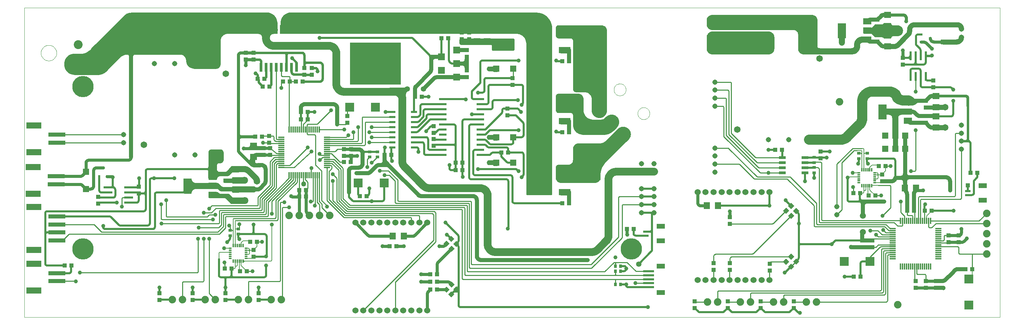
<source format=gtl>
G75*
G70*
%OFA0B0*%
%FSLAX24Y24*%
%IPPOS*%
%LPD*%
%AMOC8*
5,1,8,0,0,1.08239X$1,22.5*
%
%ADD10C,0.0000*%
%ADD11R,0.0118X0.0591*%
%ADD12R,0.0591X0.0118*%
%ADD13C,0.0740*%
%ADD14R,0.0433X0.0433*%
%ADD15R,0.0709X0.0630*%
%ADD16R,0.0433X0.0394*%
%ADD17R,0.0886X0.0886*%
%ADD18R,0.0780X0.0210*%
%ADD19R,0.0598X0.0642*%
%ADD20R,0.1181X0.0630*%
%ADD21R,0.2470X0.2280*%
%ADD22C,0.1065*%
%ADD23R,0.1063X0.0236*%
%ADD24R,0.0787X0.0472*%
%ADD25R,0.0276X0.0354*%
%ADD26C,0.0600*%
%ADD27R,0.0433X0.0433*%
%ADD28R,0.0630X0.0709*%
%ADD29R,0.0138X0.0335*%
%ADD30R,0.0315X0.0138*%
%ADD31R,0.1457X0.0591*%
%ADD32R,0.1654X0.0433*%
%ADD33R,0.0354X0.0276*%
%ADD34C,0.0515*%
%ADD35C,0.0650*%
%ADD36C,0.0874*%
%ADD37R,0.0256X0.0886*%
%ADD38R,0.0610X0.0236*%
%ADD39R,0.0866X0.0236*%
%ADD40R,0.0650X0.0650*%
%ADD41C,0.1950*%
%ADD42R,0.5000X0.4150*%
%ADD43R,0.0236X0.0256*%
%ADD44R,0.0642X0.0598*%
%ADD45R,0.0790X0.0590*%
%ADD46R,0.0790X0.1500*%
%ADD47R,0.0531X0.0236*%
%ADD48C,0.0500*%
%ADD49C,0.2100*%
%ADD50R,0.0394X0.0433*%
%ADD51R,0.0256X0.0236*%
%ADD52R,0.0579X0.0500*%
%ADD53R,0.0594X0.0594*%
%ADD54R,0.0236X0.0866*%
%ADD55R,0.0709X0.0256*%
%ADD56C,0.0100*%
%ADD57C,0.0396*%
%ADD58C,0.0080*%
%ADD59C,0.0200*%
%ADD60C,0.0400*%
%ADD61C,0.0300*%
%ADD62C,0.0600*%
%ADD63C,0.0210*%
%ADD64C,0.0531*%
%ADD65C,0.0240*%
%ADD66C,0.0709*%
%ADD67C,0.0750*%
%ADD68C,0.0591*%
%ADD69C,0.0440*%
%ADD70C,0.0250*%
%ADD71C,0.1000*%
%ADD72C,0.0945*%
%ADD73C,0.0160*%
%ADD74C,0.0120*%
%ADD75R,0.0396X0.0396*%
%ADD76C,0.0500*%
D10*
X000403Y000454D02*
X000403Y030954D01*
X096453Y030954D01*
X096453Y000454D01*
X000403Y000454D01*
X060793Y020544D02*
X060795Y020592D01*
X060801Y020640D01*
X060811Y020687D01*
X060824Y020733D01*
X060842Y020778D01*
X060862Y020822D01*
X060887Y020864D01*
X060915Y020903D01*
X060945Y020940D01*
X060979Y020974D01*
X061016Y021006D01*
X061054Y021035D01*
X061095Y021060D01*
X061138Y021082D01*
X061183Y021100D01*
X061229Y021114D01*
X061276Y021125D01*
X061324Y021132D01*
X061372Y021135D01*
X061420Y021134D01*
X061468Y021129D01*
X061516Y021120D01*
X061562Y021108D01*
X061607Y021091D01*
X061651Y021071D01*
X061693Y021048D01*
X061733Y021021D01*
X061771Y020991D01*
X061806Y020958D01*
X061838Y020922D01*
X061868Y020884D01*
X061894Y020843D01*
X061916Y020800D01*
X061936Y020756D01*
X061951Y020711D01*
X061963Y020664D01*
X061971Y020616D01*
X061975Y020568D01*
X061975Y020520D01*
X061971Y020472D01*
X061963Y020424D01*
X061951Y020377D01*
X061936Y020332D01*
X061916Y020288D01*
X061894Y020245D01*
X061868Y020204D01*
X061838Y020166D01*
X061806Y020130D01*
X061771Y020097D01*
X061733Y020067D01*
X061693Y020040D01*
X061651Y020017D01*
X061607Y019997D01*
X061562Y019980D01*
X061516Y019968D01*
X061468Y019959D01*
X061420Y019954D01*
X061372Y019953D01*
X061324Y019956D01*
X061276Y019963D01*
X061229Y019974D01*
X061183Y019988D01*
X061138Y020006D01*
X061095Y020028D01*
X061054Y020053D01*
X061016Y020082D01*
X060979Y020114D01*
X060945Y020148D01*
X060915Y020185D01*
X060887Y020224D01*
X060862Y020266D01*
X060842Y020310D01*
X060824Y020355D01*
X060811Y020401D01*
X060801Y020448D01*
X060795Y020496D01*
X060793Y020544D01*
X058452Y022884D02*
X058454Y022932D01*
X058460Y022980D01*
X058470Y023027D01*
X058483Y023073D01*
X058501Y023118D01*
X058521Y023162D01*
X058546Y023204D01*
X058574Y023243D01*
X058604Y023280D01*
X058638Y023314D01*
X058675Y023346D01*
X058713Y023375D01*
X058754Y023400D01*
X058797Y023422D01*
X058842Y023440D01*
X058888Y023454D01*
X058935Y023465D01*
X058983Y023472D01*
X059031Y023475D01*
X059079Y023474D01*
X059127Y023469D01*
X059175Y023460D01*
X059221Y023448D01*
X059266Y023431D01*
X059310Y023411D01*
X059352Y023388D01*
X059392Y023361D01*
X059430Y023331D01*
X059465Y023298D01*
X059497Y023262D01*
X059527Y023224D01*
X059553Y023183D01*
X059575Y023140D01*
X059595Y023096D01*
X059610Y023051D01*
X059622Y023004D01*
X059630Y022956D01*
X059634Y022908D01*
X059634Y022860D01*
X059630Y022812D01*
X059622Y022764D01*
X059610Y022717D01*
X059595Y022672D01*
X059575Y022628D01*
X059553Y022585D01*
X059527Y022544D01*
X059497Y022506D01*
X059465Y022470D01*
X059430Y022437D01*
X059392Y022407D01*
X059352Y022380D01*
X059310Y022357D01*
X059266Y022337D01*
X059221Y022320D01*
X059175Y022308D01*
X059127Y022299D01*
X059079Y022294D01*
X059031Y022293D01*
X058983Y022296D01*
X058935Y022303D01*
X058888Y022314D01*
X058842Y022328D01*
X058797Y022346D01*
X058754Y022368D01*
X058713Y022393D01*
X058675Y022422D01*
X058638Y022454D01*
X058604Y022488D01*
X058574Y022525D01*
X058546Y022564D01*
X058521Y022606D01*
X058501Y022650D01*
X058483Y022695D01*
X058470Y022741D01*
X058460Y022788D01*
X058454Y022836D01*
X058452Y022884D01*
X002032Y026504D02*
X002034Y026559D01*
X002040Y026614D01*
X002050Y026668D01*
X002063Y026721D01*
X002081Y026773D01*
X002102Y026824D01*
X002126Y026873D01*
X002154Y026920D01*
X002186Y026965D01*
X002220Y027008D01*
X002258Y027048D01*
X002298Y027086D01*
X002341Y027120D01*
X002386Y027152D01*
X002433Y027180D01*
X002482Y027204D01*
X002533Y027225D01*
X002585Y027243D01*
X002638Y027256D01*
X002692Y027266D01*
X002747Y027272D01*
X002802Y027274D01*
X002857Y027272D01*
X002912Y027266D01*
X002966Y027256D01*
X003019Y027243D01*
X003071Y027225D01*
X003122Y027204D01*
X003171Y027180D01*
X003218Y027152D01*
X003263Y027120D01*
X003306Y027086D01*
X003346Y027048D01*
X003384Y027008D01*
X003418Y026965D01*
X003450Y026920D01*
X003478Y026873D01*
X003502Y026824D01*
X003523Y026773D01*
X003541Y026721D01*
X003554Y026668D01*
X003564Y026614D01*
X003570Y026559D01*
X003572Y026504D01*
X003570Y026449D01*
X003564Y026394D01*
X003554Y026340D01*
X003541Y026287D01*
X003523Y026235D01*
X003502Y026184D01*
X003478Y026135D01*
X003450Y026088D01*
X003418Y026043D01*
X003384Y026000D01*
X003346Y025960D01*
X003306Y025922D01*
X003263Y025888D01*
X003218Y025856D01*
X003171Y025828D01*
X003122Y025804D01*
X003071Y025783D01*
X003019Y025765D01*
X002966Y025752D01*
X002912Y025742D01*
X002857Y025736D01*
X002802Y025734D01*
X002747Y025736D01*
X002692Y025742D01*
X002638Y025752D01*
X002585Y025765D01*
X002533Y025783D01*
X002482Y025804D01*
X002433Y025828D01*
X002386Y025856D01*
X002341Y025888D01*
X002298Y025922D01*
X002258Y025960D01*
X002220Y026000D01*
X002186Y026043D01*
X002154Y026088D01*
X002126Y026135D01*
X002102Y026184D01*
X002081Y026235D01*
X002063Y026287D01*
X002050Y026340D01*
X002040Y026394D01*
X002034Y026449D01*
X002032Y026504D01*
D11*
X026477Y018948D03*
X026674Y018948D03*
X026870Y018948D03*
X027067Y018948D03*
X027264Y018948D03*
X027461Y018948D03*
X027658Y018948D03*
X027855Y018948D03*
X028052Y018948D03*
X028248Y018948D03*
X028445Y018948D03*
X028642Y018948D03*
X028839Y018948D03*
X029036Y018948D03*
X029233Y018948D03*
X029430Y018948D03*
X029430Y014459D03*
X029233Y014459D03*
X029036Y014459D03*
X028839Y014459D03*
X028642Y014459D03*
X028445Y014459D03*
X028248Y014459D03*
X028052Y014459D03*
X027855Y014459D03*
X027658Y014459D03*
X027461Y014459D03*
X027264Y014459D03*
X027067Y014459D03*
X026870Y014459D03*
X026674Y014459D03*
X026477Y014459D03*
X086677Y009948D03*
X086874Y009948D03*
X087070Y009948D03*
X087267Y009948D03*
X087464Y009948D03*
X087661Y009948D03*
X087858Y009948D03*
X088055Y009948D03*
X088252Y009948D03*
X088448Y009948D03*
X088645Y009948D03*
X088842Y009948D03*
X089039Y009948D03*
X089236Y009948D03*
X089433Y009948D03*
X089630Y009948D03*
X089630Y005459D03*
X089433Y005459D03*
X089236Y005459D03*
X089039Y005459D03*
X088842Y005459D03*
X088645Y005459D03*
X088448Y005459D03*
X088252Y005459D03*
X088055Y005459D03*
X087858Y005459D03*
X087661Y005459D03*
X087464Y005459D03*
X087267Y005459D03*
X087070Y005459D03*
X086874Y005459D03*
X086677Y005459D03*
D12*
X085909Y006227D03*
X085909Y006424D03*
X085909Y006621D03*
X085909Y006818D03*
X085909Y007015D03*
X085909Y007211D03*
X085909Y007408D03*
X085909Y007605D03*
X085909Y007802D03*
X085909Y007999D03*
X085909Y008196D03*
X085909Y008393D03*
X085909Y008589D03*
X085909Y008786D03*
X085909Y008983D03*
X085909Y009180D03*
X090397Y009180D03*
X090397Y008983D03*
X090397Y008786D03*
X090397Y008589D03*
X090397Y008393D03*
X090397Y008196D03*
X090397Y007999D03*
X090397Y007802D03*
X090397Y007605D03*
X090397Y007408D03*
X090397Y007211D03*
X090397Y007015D03*
X090397Y006818D03*
X090397Y006621D03*
X090397Y006424D03*
X090397Y006227D03*
X030197Y015227D03*
X030197Y015424D03*
X030197Y015621D03*
X030197Y015818D03*
X030197Y016015D03*
X030197Y016211D03*
X030197Y016408D03*
X030197Y016605D03*
X030197Y016802D03*
X030197Y016999D03*
X030197Y017196D03*
X030197Y017393D03*
X030197Y017589D03*
X030197Y017786D03*
X030197Y017983D03*
X030197Y018180D03*
X025709Y018180D03*
X025709Y017983D03*
X025709Y017786D03*
X025709Y017589D03*
X025709Y017393D03*
X025709Y017196D03*
X025709Y016999D03*
X025709Y016802D03*
X025709Y016605D03*
X025709Y016408D03*
X025709Y016211D03*
X025709Y016015D03*
X025709Y015818D03*
X025709Y015621D03*
X025709Y015424D03*
X025709Y015227D03*
D13*
X026453Y010504D03*
X027453Y010504D03*
X028453Y010504D03*
X029453Y010504D03*
X030453Y010504D03*
X025703Y002204D03*
X024703Y002204D03*
X022453Y002204D03*
X021453Y002204D03*
X019203Y002204D03*
X018203Y002204D03*
X015953Y002204D03*
X014953Y002204D03*
X067653Y001954D03*
X068653Y001954D03*
X070903Y001954D03*
X071903Y001954D03*
X074153Y001954D03*
X075153Y001954D03*
X077403Y001954D03*
X078403Y001954D03*
X086403Y001704D03*
X095153Y006704D03*
X095153Y007704D03*
X095153Y008704D03*
X095153Y009704D03*
X095153Y010704D03*
X080653Y021704D03*
D14*
X089903Y023119D03*
X089903Y023788D03*
X086903Y025369D03*
X086903Y026038D03*
X084403Y027619D03*
X084403Y028288D03*
X084403Y029119D03*
X084403Y029788D03*
X054038Y025704D03*
X053369Y025704D03*
X048453Y024038D03*
X048453Y023369D03*
X043953Y024119D03*
X043953Y024788D03*
X043953Y026119D03*
X043953Y026788D03*
X044203Y027869D03*
X043453Y027869D03*
X043453Y028538D03*
X044203Y028538D03*
X042138Y027954D03*
X041469Y027954D03*
X028703Y025038D03*
X027953Y025038D03*
X027953Y024369D03*
X028703Y024369D03*
X027788Y023704D03*
X027119Y023704D03*
X026538Y023704D03*
X025869Y023704D03*
X024538Y023204D03*
X023869Y023204D03*
X024038Y023954D03*
X023369Y023954D03*
X022953Y025869D03*
X022203Y025869D03*
X022203Y026538D03*
X022953Y026538D03*
X038869Y022204D03*
X039538Y022204D03*
X032203Y020288D03*
X032203Y019619D03*
X028288Y019954D03*
X027619Y019954D03*
X027619Y020704D03*
X028288Y020704D03*
X024503Y018338D03*
X023788Y018254D03*
X023119Y018254D03*
X024503Y017669D03*
X024603Y017138D03*
X023953Y017138D03*
X023953Y016469D03*
X024603Y016469D03*
X020203Y014588D03*
X020203Y013919D03*
X020203Y013088D03*
X020203Y012419D03*
X027469Y012354D03*
X028138Y012354D03*
X028138Y013004D03*
X027469Y013004D03*
X033419Y012404D03*
X034088Y012404D03*
X042869Y014954D03*
X043538Y014954D03*
X043538Y015704D03*
X042869Y015704D03*
X040703Y017369D03*
X040703Y018038D03*
X040703Y018619D03*
X040703Y019288D03*
X047953Y020369D03*
X047953Y021038D03*
X053369Y018704D03*
X054038Y018704D03*
X048038Y016704D03*
X047369Y016704D03*
X036538Y016454D03*
X035869Y016454D03*
X032553Y016349D03*
X031853Y016349D03*
X031853Y017018D03*
X032553Y017018D03*
X011653Y013338D03*
X011653Y012669D03*
X007653Y012338D03*
X007653Y011669D03*
X022619Y007904D03*
X023288Y007904D03*
X022953Y007088D03*
X022953Y006419D03*
X020788Y005254D03*
X020119Y005254D03*
X021619Y005004D03*
X022288Y005004D03*
X023453Y002838D03*
X023453Y002169D03*
X020203Y002169D03*
X020203Y002838D03*
X016953Y002838D03*
X016953Y002169D03*
X013703Y002169D03*
X013703Y002838D03*
X005038Y005554D03*
X004369Y005554D03*
X036369Y007454D03*
X037038Y007454D03*
X040369Y004704D03*
X041038Y004704D03*
X041038Y003954D03*
X040369Y003954D03*
X040369Y003204D03*
X041038Y003204D03*
X059719Y009154D03*
X060388Y009154D03*
X054038Y011704D03*
X053369Y011704D03*
X069853Y010338D03*
X069853Y009669D03*
X069853Y005788D03*
X069853Y005119D03*
X068253Y005119D03*
X068253Y005788D03*
X073803Y005738D03*
X073803Y005069D03*
X072903Y002038D03*
X072903Y001369D03*
X069653Y001369D03*
X069653Y002038D03*
X066403Y002038D03*
X066403Y001369D03*
X076153Y001369D03*
X076153Y002038D03*
X082069Y004454D03*
X082738Y004454D03*
X089153Y004038D03*
X090153Y004038D03*
X090153Y003369D03*
X089153Y003369D03*
X093069Y005204D03*
X093738Y005204D03*
X092403Y007869D03*
X091403Y007869D03*
X091403Y008538D03*
X092403Y008538D03*
X089738Y010954D03*
X089069Y010954D03*
X087988Y010954D03*
X087319Y010954D03*
X087319Y011954D03*
X087988Y011954D03*
X084188Y012454D03*
X083519Y012454D03*
X082688Y012704D03*
X082019Y012704D03*
X084853Y013869D03*
X084853Y014538D03*
X084519Y015354D03*
X085188Y015354D03*
X078803Y016119D03*
X078803Y016788D03*
X074988Y016954D03*
X074319Y016954D03*
X093569Y014704D03*
X094238Y014704D03*
X083903Y008038D03*
X082903Y008038D03*
X082903Y007369D03*
X083903Y007369D03*
D15*
X090153Y019152D03*
X090153Y020255D03*
X090153Y021152D03*
X090153Y022255D03*
X085403Y027152D03*
X085403Y028255D03*
X085403Y029152D03*
X085403Y030255D03*
X045953Y028755D03*
X044953Y028755D03*
X044953Y027652D03*
X045953Y027652D03*
X022953Y017355D03*
X022953Y016252D03*
X021203Y015055D03*
X021203Y013952D03*
X021203Y013055D03*
X021203Y011952D03*
D16*
X031869Y015754D03*
X032538Y015754D03*
D17*
X033274Y013704D03*
X035833Y013704D03*
X034983Y021154D03*
X032424Y021154D03*
X081124Y005954D03*
X083683Y005954D03*
X093403Y004233D03*
X093403Y001674D03*
D18*
X045298Y016454D03*
X045298Y016954D03*
X045298Y017454D03*
X045298Y017954D03*
X045298Y018454D03*
X045298Y018954D03*
X045298Y019454D03*
X045298Y019954D03*
X045298Y020454D03*
X045298Y020954D03*
X045298Y021454D03*
X045298Y021954D03*
X041608Y021954D03*
X041608Y021454D03*
X041608Y020954D03*
X041608Y020454D03*
X041608Y019954D03*
X041608Y019454D03*
X041608Y018954D03*
X041608Y018454D03*
X041608Y017954D03*
X041608Y017454D03*
X041608Y016954D03*
X041608Y016454D03*
D19*
X046857Y015704D03*
X048550Y015704D03*
X048550Y018204D03*
X046857Y018204D03*
X046857Y024954D03*
X048550Y024954D03*
D20*
X053613Y026804D03*
X053613Y028604D03*
X053613Y021604D03*
X053613Y019804D03*
X053613Y014604D03*
X053613Y012804D03*
D21*
X051078Y013704D03*
X051078Y020704D03*
X051078Y027704D03*
D22*
X057018Y020851D03*
X058184Y019685D03*
X059351Y018518D03*
D23*
X061878Y004991D03*
X061878Y004597D03*
X061878Y004204D03*
X061878Y003810D03*
X061878Y003416D03*
D24*
X063059Y002904D03*
X063059Y005503D03*
X063059Y007995D03*
X063059Y009412D03*
X094759Y011995D03*
X094759Y013412D03*
D25*
X059109Y005504D03*
X058597Y005504D03*
X058597Y005004D03*
X059109Y005004D03*
X059109Y003704D03*
X058597Y003704D03*
D26*
X066691Y004123D03*
X067478Y004123D03*
X068265Y004123D03*
X069053Y004123D03*
X069840Y004123D03*
X070628Y004123D03*
X071415Y004123D03*
X072202Y004123D03*
X072990Y004123D03*
X073777Y004123D03*
X073777Y012784D03*
X072990Y012784D03*
X072202Y012784D03*
X071415Y012784D03*
X070628Y012784D03*
X069840Y012784D03*
X069053Y012784D03*
X068265Y012784D03*
X067478Y012784D03*
X066691Y012784D03*
X040077Y009784D03*
X039290Y009784D03*
X038502Y009784D03*
X037715Y009784D03*
X036928Y009784D03*
X036140Y009784D03*
X035353Y009784D03*
X034565Y009784D03*
X033778Y009784D03*
X032991Y009784D03*
X032991Y001123D03*
X033778Y001123D03*
X034565Y001123D03*
X035353Y001123D03*
X036140Y001123D03*
X036928Y001123D03*
X037715Y001123D03*
X038502Y001123D03*
X039290Y001123D03*
X040077Y001123D03*
D27*
G36*
X042440Y002412D02*
X042135Y002717D01*
X042440Y003022D01*
X042745Y002717D01*
X042440Y002412D01*
G37*
G36*
X041966Y002885D02*
X041661Y003190D01*
X041966Y003495D01*
X042271Y003190D01*
X041966Y002885D01*
G37*
G36*
X042940Y002912D02*
X042635Y003217D01*
X042940Y003522D01*
X043245Y003217D01*
X042940Y002912D01*
G37*
G36*
X042466Y003385D02*
X042161Y003690D01*
X042466Y003995D01*
X042771Y003690D01*
X042466Y003385D01*
G37*
G36*
X042771Y007217D02*
X042466Y006912D01*
X042161Y007217D01*
X042466Y007522D01*
X042771Y007217D01*
G37*
G36*
X043245Y007690D02*
X042940Y007385D01*
X042635Y007690D01*
X042940Y007995D01*
X043245Y007690D01*
G37*
G36*
X042745Y008190D02*
X042440Y007885D01*
X042135Y008190D01*
X042440Y008495D01*
X042745Y008190D01*
G37*
G36*
X042271Y007717D02*
X041966Y007412D01*
X041661Y007717D01*
X041966Y008022D01*
X042271Y007717D01*
G37*
G36*
X075416Y005635D02*
X075111Y005940D01*
X075416Y006245D01*
X075721Y005940D01*
X075416Y005635D01*
G37*
G36*
X075890Y005162D02*
X075585Y005467D01*
X075890Y005772D01*
X076195Y005467D01*
X075890Y005162D01*
G37*
G36*
X076390Y005662D02*
X076085Y005967D01*
X076390Y006272D01*
X076695Y005967D01*
X076390Y005662D01*
G37*
G36*
X075916Y006135D02*
X075611Y006440D01*
X075916Y006745D01*
X076221Y006440D01*
X075916Y006135D01*
G37*
G36*
X076221Y010467D02*
X075916Y010162D01*
X075611Y010467D01*
X075916Y010772D01*
X076221Y010467D01*
G37*
G36*
X076695Y010940D02*
X076390Y010635D01*
X076085Y010940D01*
X076390Y011245D01*
X076695Y010940D01*
G37*
G36*
X076195Y011440D02*
X075890Y011135D01*
X075585Y011440D01*
X075890Y011745D01*
X076195Y011440D01*
G37*
G36*
X075721Y010967D02*
X075416Y010662D01*
X075111Y010967D01*
X075416Y011272D01*
X075721Y010967D01*
G37*
D28*
X068704Y011454D03*
X067602Y011454D03*
X087102Y013204D03*
X088204Y013204D03*
X037754Y008454D03*
X036652Y008454D03*
D29*
X021945Y007531D03*
X021748Y007531D03*
X021552Y007531D03*
X021355Y007531D03*
X021158Y007531D03*
X020961Y007531D03*
X020961Y005976D03*
X021158Y005976D03*
X021355Y005976D03*
X021552Y005976D03*
X021748Y005976D03*
X021945Y005976D03*
X082861Y013426D03*
X083058Y013426D03*
X083255Y013426D03*
X083452Y013426D03*
X083648Y013426D03*
X083845Y013426D03*
X083845Y014981D03*
X083648Y014981D03*
X083452Y014981D03*
X083255Y014981D03*
X083058Y014981D03*
X082861Y014981D03*
D30*
X082566Y014696D03*
X082566Y014499D03*
X082566Y014302D03*
X082566Y014105D03*
X082566Y013908D03*
X082566Y013711D03*
X084141Y013711D03*
X084141Y013908D03*
X084141Y014105D03*
X084141Y014302D03*
X084141Y014499D03*
X084141Y014696D03*
X022241Y007246D03*
X022241Y007049D03*
X022241Y006852D03*
X022241Y006655D03*
X022241Y006458D03*
X022241Y006261D03*
X020666Y006261D03*
X020666Y006458D03*
X020666Y006655D03*
X020666Y006852D03*
X020666Y007049D03*
X020666Y007246D03*
D31*
X001321Y007097D03*
X001321Y005722D03*
X001321Y003085D03*
X001321Y011310D03*
X001271Y012635D03*
X001271Y015272D03*
X001321Y016735D03*
X001321Y019372D03*
D32*
X003585Y018447D03*
X003585Y017660D03*
X003535Y014347D03*
X003535Y013560D03*
X003585Y010385D03*
X003585Y009597D03*
X003585Y008810D03*
X003585Y008022D03*
X003585Y004797D03*
X003585Y004010D03*
D33*
X020653Y008498D03*
X021478Y008648D03*
X021478Y009159D03*
X020653Y009009D03*
X034403Y016248D03*
X034403Y016759D03*
X035153Y016759D03*
X035153Y016248D03*
X078153Y016209D03*
X078153Y015698D03*
X078153Y015209D03*
X078153Y014698D03*
X082553Y016098D03*
X083403Y016098D03*
X083403Y016609D03*
X082553Y016609D03*
D34*
X077653Y017954D03*
X075653Y017954D03*
X073653Y017954D03*
X068403Y017135D03*
X068403Y016347D03*
X068403Y015560D03*
X068403Y014772D03*
X062403Y014810D03*
X061153Y014810D03*
X061153Y015597D03*
X062403Y015597D03*
X062403Y013135D03*
X061153Y013135D03*
X061153Y012347D03*
X062403Y012347D03*
X062403Y011560D03*
X061153Y011560D03*
X061153Y010772D03*
X062403Y010772D03*
X080403Y010560D03*
X080403Y011347D03*
X092653Y017022D03*
X092653Y017810D03*
X092653Y018597D03*
X092653Y019385D03*
X077653Y026954D03*
X073653Y026954D03*
X071653Y026954D03*
X068403Y028310D03*
X068403Y029097D03*
X068403Y023635D03*
X068403Y022847D03*
X068403Y022060D03*
X068403Y021272D03*
X092653Y028060D03*
X092653Y028847D03*
X019203Y025454D03*
X015203Y025454D03*
X013203Y025454D03*
X010153Y018447D03*
X010153Y017660D03*
X015203Y016454D03*
X017203Y016454D03*
X019203Y016454D03*
D35*
X012168Y017454D03*
X023303Y013854D03*
X020239Y024454D03*
X070618Y018954D03*
X091053Y019154D03*
X091053Y021154D03*
X078689Y025954D03*
D36*
X005691Y025689D03*
X005691Y027319D03*
D37*
X023703Y028824D03*
X024203Y028824D03*
X024703Y028824D03*
X025203Y028824D03*
X025703Y028824D03*
X026203Y028824D03*
X026703Y028824D03*
X027203Y028824D03*
X027203Y025083D03*
X026703Y025083D03*
X026203Y025083D03*
X025703Y025083D03*
X025203Y025083D03*
X024703Y025083D03*
X024203Y025083D03*
X023703Y025083D03*
D38*
X036640Y020704D03*
X036640Y020204D03*
X036640Y019704D03*
X036640Y019204D03*
X036640Y018704D03*
X036640Y018204D03*
X036640Y017704D03*
X036640Y017204D03*
X038766Y017204D03*
X038766Y017704D03*
X038766Y018204D03*
X038766Y018704D03*
X038766Y019204D03*
X038766Y019704D03*
X038766Y020204D03*
X038766Y020704D03*
D39*
X010677Y013254D03*
X010677Y012754D03*
X010677Y012254D03*
X010677Y011754D03*
X008630Y011754D03*
X008630Y012254D03*
X008630Y012754D03*
X008630Y013254D03*
D40*
X041453Y024784D03*
X042953Y024114D03*
X042953Y025454D03*
X041453Y026124D03*
X042953Y026794D03*
D41*
X034083Y025454D03*
D42*
X034983Y025454D03*
D43*
X008153Y015196D03*
X007779Y014311D03*
X008527Y014311D03*
D44*
X006453Y014800D03*
X006453Y013107D03*
D45*
X018943Y013414D03*
X018943Y014314D03*
X018943Y012514D03*
X083393Y027814D03*
X083393Y028714D03*
X083393Y029614D03*
X087393Y021614D03*
X087393Y020714D03*
X087393Y019814D03*
D46*
X084913Y020704D03*
X080913Y028704D03*
X016463Y013404D03*
D47*
X061613Y008900D03*
X061613Y008507D03*
X093313Y012507D03*
X093313Y012900D03*
D48*
X027903Y013604D03*
D49*
X006153Y007204D03*
X006153Y023204D03*
X060153Y007204D03*
D50*
X088153Y004038D03*
X088153Y003369D03*
X089153Y019619D03*
X089153Y020288D03*
X089153Y021119D03*
X089153Y021788D03*
D51*
X088710Y027580D03*
X089596Y027954D03*
X088710Y028328D03*
D52*
X090903Y027607D03*
X090903Y029300D03*
D53*
X087133Y018354D03*
X086153Y018354D03*
X085173Y018354D03*
X085173Y017054D03*
X086153Y017054D03*
X087133Y017054D03*
D54*
X087653Y024180D03*
X088153Y024180D03*
X088653Y024180D03*
X089153Y024180D03*
X089153Y026227D03*
X088653Y026227D03*
X088153Y026227D03*
X087653Y026227D03*
D55*
X077256Y016204D03*
X077256Y015704D03*
X077256Y015204D03*
X077256Y014704D03*
X075051Y014704D03*
X075051Y015204D03*
X075051Y015704D03*
X075051Y016204D03*
D56*
X075017Y016237D01*
X075051Y016204D02*
X072445Y016204D01*
X072374Y016233D02*
X070032Y018574D01*
X070003Y018645D02*
X070003Y023535D01*
X070001Y023552D01*
X069997Y023569D01*
X069990Y023585D01*
X069980Y023599D01*
X069967Y023612D01*
X069953Y023622D01*
X069937Y023629D01*
X069920Y023633D01*
X069903Y023635D01*
X068403Y023635D01*
X068403Y022847D02*
X069653Y022847D01*
X069670Y022845D01*
X069687Y022841D01*
X069703Y022834D01*
X069717Y022824D01*
X069730Y022811D01*
X069740Y022797D01*
X069747Y022781D01*
X069751Y022764D01*
X069753Y022747D01*
X069753Y018545D01*
X069782Y018474D02*
X072524Y015733D01*
X072595Y015704D02*
X075051Y015704D01*
X075051Y015204D02*
X072745Y015204D01*
X072674Y015233D02*
X069532Y018374D01*
X069503Y018445D02*
X069503Y021960D01*
X069501Y021977D01*
X069497Y021994D01*
X069490Y022010D01*
X069480Y022024D01*
X069467Y022037D01*
X069453Y022047D01*
X069437Y022054D01*
X069420Y022058D01*
X069403Y022060D01*
X068403Y022060D01*
X068403Y021272D02*
X069153Y021272D01*
X069170Y021270D01*
X069187Y021266D01*
X069203Y021259D01*
X069217Y021249D01*
X069230Y021236D01*
X069240Y021222D01*
X069247Y021206D01*
X069251Y021189D01*
X069253Y021172D01*
X069253Y018345D01*
X069282Y018274D02*
X072824Y014733D01*
X072895Y014704D02*
X073653Y014704D01*
X075051Y014704D01*
X075462Y014104D02*
X072295Y014104D01*
X072224Y014133D02*
X070826Y015531D01*
X070755Y015560D02*
X068403Y015560D01*
X070755Y015560D02*
X070771Y015559D01*
X070786Y015555D01*
X070800Y015549D01*
X070814Y015541D01*
X070826Y015531D01*
X072524Y015733D02*
X072536Y015723D01*
X072550Y015715D01*
X072564Y015709D01*
X072579Y015705D01*
X072595Y015704D01*
X072674Y015233D02*
X072686Y015223D01*
X072700Y015215D01*
X072714Y015209D01*
X072729Y015205D01*
X072745Y015204D01*
X072824Y014733D02*
X072836Y014723D01*
X072850Y014715D01*
X072864Y014709D01*
X072879Y014705D01*
X072895Y014704D01*
X072595Y014304D02*
X072579Y014305D01*
X072564Y014309D01*
X072550Y014315D01*
X072536Y014323D01*
X072524Y014333D01*
X069751Y017105D01*
X069681Y017135D02*
X068403Y017135D01*
X069681Y017135D02*
X069697Y017134D01*
X069712Y017130D01*
X069726Y017124D01*
X069740Y017116D01*
X069752Y017106D01*
X072374Y016233D02*
X072386Y016223D01*
X072400Y016215D01*
X072414Y016209D01*
X072429Y016205D01*
X072445Y016204D01*
X074988Y016308D02*
X074989Y016292D01*
X074993Y016277D01*
X074999Y016263D01*
X075007Y016249D01*
X075017Y016237D01*
X078139Y016204D02*
X078147Y016206D01*
X078153Y016210D01*
X078153Y016209D02*
X078153Y016209D01*
X078153Y016208D01*
X078154Y016208D01*
X078153Y016210D02*
X078159Y016206D01*
X078167Y016204D01*
X078203Y015748D02*
X078778Y015748D01*
X078798Y015746D01*
X078817Y015742D01*
X078835Y015734D01*
X078851Y015724D01*
X078866Y015711D01*
X078879Y015696D01*
X078889Y015680D01*
X078897Y015662D01*
X078901Y015643D01*
X078903Y015623D01*
X078903Y010099D01*
X078905Y010082D01*
X078909Y010065D01*
X078916Y010049D01*
X078926Y010035D01*
X078939Y010022D01*
X078953Y010012D01*
X078969Y010005D01*
X078986Y010001D01*
X079003Y009999D01*
X086568Y009999D01*
X086568Y009998D02*
X086585Y010000D01*
X086602Y010004D01*
X086618Y010011D01*
X086632Y010021D01*
X086645Y010034D01*
X086655Y010048D01*
X086662Y010064D01*
X086666Y010081D01*
X086668Y010098D01*
X086673Y010097D01*
X086676Y010093D01*
X086677Y010089D01*
X086677Y009948D01*
X086667Y009958D01*
X086668Y009898D02*
X086666Y009915D01*
X086662Y009932D01*
X086655Y009948D01*
X086645Y009962D01*
X086632Y009975D01*
X086618Y009985D01*
X086602Y009992D01*
X086585Y009996D01*
X086568Y009998D01*
X086590Y009996D01*
X086611Y009991D01*
X086631Y009983D01*
X086650Y009971D01*
X086666Y009957D01*
X086874Y009948D02*
X086874Y009554D01*
X086872Y009537D01*
X086868Y009520D01*
X086861Y009504D01*
X086851Y009490D01*
X086838Y009477D01*
X086824Y009467D01*
X086808Y009460D01*
X086791Y009456D01*
X086774Y009454D01*
X086445Y009454D01*
X086374Y009483D02*
X086082Y009774D01*
X086012Y009804D02*
X078753Y009804D01*
X078736Y009806D01*
X078719Y009810D01*
X078703Y009817D01*
X078689Y009827D01*
X078676Y009840D01*
X078666Y009854D01*
X078659Y009870D01*
X078655Y009887D01*
X078653Y009904D01*
X078653Y015084D01*
X078651Y015104D01*
X078647Y015123D01*
X078639Y015141D01*
X078629Y015157D01*
X078616Y015172D01*
X078601Y015185D01*
X078585Y015195D01*
X078567Y015203D01*
X078548Y015207D01*
X078528Y015209D01*
X078153Y015209D01*
X077256Y014703D02*
X077255Y014703D01*
X077254Y014702D01*
X077254Y014701D01*
X075832Y014274D02*
X078374Y011733D01*
X078403Y011662D02*
X078403Y009704D01*
X078405Y009687D01*
X078409Y009670D01*
X078416Y009654D01*
X078426Y009640D01*
X078439Y009627D01*
X078453Y009617D01*
X078469Y009610D01*
X078486Y009606D01*
X078503Y009604D01*
X085212Y009604D01*
X085282Y009574D02*
X085647Y009209D01*
X085718Y009180D02*
X085909Y009180D01*
X085909Y008983D02*
X085565Y008983D01*
X085494Y009012D02*
X085132Y009374D01*
X085062Y009404D02*
X078253Y009404D01*
X078236Y009406D01*
X078219Y009410D01*
X078203Y009417D01*
X078189Y009427D01*
X078176Y009440D01*
X078166Y009454D01*
X078159Y009470D01*
X078155Y009487D01*
X078153Y009504D01*
X078153Y011412D01*
X078124Y011483D02*
X075532Y014074D01*
X075533Y014075D02*
X075521Y014085D01*
X075507Y014093D01*
X075493Y014099D01*
X075478Y014103D01*
X075462Y014104D01*
X075762Y014304D02*
X075778Y014303D01*
X075793Y014299D01*
X075807Y014293D01*
X075821Y014285D01*
X075833Y014275D01*
X075762Y014304D02*
X072595Y014304D01*
X072295Y014104D02*
X072279Y014105D01*
X072264Y014109D01*
X072250Y014115D01*
X072236Y014123D01*
X072224Y014133D01*
X078153Y015698D02*
X078155Y015711D01*
X078160Y015723D01*
X078168Y015733D01*
X078178Y015741D01*
X078190Y015746D01*
X078203Y015748D01*
X080403Y015512D02*
X080403Y011347D01*
X080903Y011095D02*
X080902Y011079D01*
X080898Y011064D01*
X080892Y011050D01*
X080884Y011036D01*
X080874Y011024D01*
X080403Y010554D01*
X080403Y010560D01*
X080903Y011095D02*
X080903Y015662D01*
X080932Y015733D02*
X082074Y016874D01*
X082145Y016904D02*
X082403Y016904D01*
X082145Y016904D02*
X082129Y016903D01*
X082114Y016899D01*
X082100Y016893D01*
X082086Y016885D01*
X082074Y016875D01*
X081995Y017104D02*
X081979Y017103D01*
X081964Y017099D01*
X081950Y017093D01*
X081936Y017085D01*
X081924Y017075D01*
X081924Y017074D02*
X080432Y015583D01*
X080422Y015571D01*
X080414Y015557D01*
X080408Y015543D01*
X080404Y015528D01*
X080403Y015512D01*
X080903Y015662D02*
X080904Y015678D01*
X080908Y015693D01*
X080914Y015707D01*
X080922Y015721D01*
X080932Y015733D01*
X083378Y016609D02*
X083403Y016609D01*
X082853Y017104D02*
X081995Y017104D01*
X085188Y015354D02*
X085703Y015354D01*
X087703Y014854D02*
X088053Y014854D01*
X088070Y014856D01*
X088087Y014860D01*
X088103Y014867D01*
X088117Y014877D01*
X088130Y014890D01*
X088140Y014904D01*
X088147Y014920D01*
X088151Y014937D01*
X088153Y014954D01*
X088153Y018904D01*
X090153Y019152D02*
X090153Y019154D01*
X092053Y018497D02*
X092053Y012454D01*
X092051Y012437D01*
X092047Y012420D01*
X092040Y012404D01*
X092030Y012390D01*
X092017Y012377D01*
X092003Y012367D01*
X091987Y012360D01*
X091970Y012356D01*
X091953Y012354D01*
X088548Y012354D01*
X088531Y012352D01*
X088514Y012348D01*
X088498Y012341D01*
X088484Y012331D01*
X088471Y012318D01*
X088461Y012304D01*
X088454Y012288D01*
X088450Y012271D01*
X088448Y012254D01*
X088448Y009948D01*
X088645Y009948D02*
X088645Y012004D01*
X088647Y012021D01*
X088651Y012038D01*
X088658Y012054D01*
X088668Y012068D01*
X088681Y012081D01*
X088695Y012091D01*
X088711Y012098D01*
X088728Y012102D01*
X088745Y012104D01*
X092553Y012104D01*
X092570Y012106D01*
X092587Y012110D01*
X092603Y012117D01*
X092617Y012127D01*
X092630Y012140D01*
X092640Y012154D01*
X092647Y012170D01*
X092651Y012187D01*
X092653Y012204D01*
X092653Y017022D01*
X092653Y017784D02*
X092653Y017810D01*
X093293Y018036D02*
X093293Y018050D01*
X093293Y018036D02*
X093295Y018028D01*
X093299Y018022D01*
X093305Y018018D01*
X093313Y018016D01*
X092653Y018597D02*
X092153Y018597D01*
X092136Y018595D01*
X092119Y018591D01*
X092103Y018584D01*
X092089Y018574D01*
X092076Y018561D01*
X092066Y018547D01*
X092059Y018531D01*
X092055Y018514D01*
X092053Y018497D01*
X090153Y021152D02*
X090153Y021154D01*
X088153Y022704D02*
X088153Y024180D01*
X085703Y027994D02*
X085403Y027994D01*
X085403Y029414D01*
X085703Y029414D01*
X085708Y029369D01*
X085721Y029326D01*
X085742Y029286D01*
X085771Y029251D01*
X085805Y029222D01*
X085845Y029201D01*
X085888Y029188D01*
X085933Y029184D01*
X086383Y029184D01*
X086465Y029176D01*
X086544Y029155D01*
X086618Y029121D01*
X086685Y029074D01*
X086743Y029016D01*
X086790Y028949D01*
X086825Y028874D01*
X086846Y028795D01*
X086853Y028714D01*
X086846Y028628D01*
X086824Y028546D01*
X086788Y028469D01*
X086739Y028399D01*
X086678Y028338D01*
X086608Y028289D01*
X086531Y028253D01*
X086448Y028231D01*
X086363Y028224D01*
X085933Y028224D01*
X085888Y028219D01*
X085845Y028206D01*
X085805Y028185D01*
X085771Y028156D01*
X085742Y028121D01*
X085721Y028082D01*
X085708Y028038D01*
X085703Y027994D01*
X085053Y027994D01*
X084996Y028050D01*
X084959Y028081D01*
X084915Y028105D01*
X084868Y028119D01*
X084820Y028124D01*
X084183Y028124D01*
X083906Y028400D01*
X083869Y028431D01*
X083825Y028455D01*
X083778Y028469D01*
X083730Y028474D01*
X083053Y028474D01*
X083053Y028954D01*
X083750Y028954D01*
X083798Y028958D01*
X083845Y028973D01*
X083889Y028996D01*
X083926Y029027D01*
X084183Y029284D01*
X084820Y029284D01*
X084868Y029288D01*
X084915Y029303D01*
X084959Y029326D01*
X084996Y029357D01*
X085053Y029414D01*
X085703Y029414D01*
X085703Y027994D01*
X085703Y028046D02*
X085001Y028046D01*
X085403Y028046D02*
X085710Y028046D01*
X085703Y028144D02*
X084162Y028144D01*
X084064Y028243D02*
X085703Y028243D01*
X085703Y028341D02*
X083965Y028341D01*
X083853Y028440D02*
X085703Y028440D01*
X085703Y028538D02*
X083053Y028538D01*
X083053Y028637D02*
X085703Y028637D01*
X085703Y028735D02*
X083053Y028735D01*
X083053Y028834D02*
X085703Y028834D01*
X085703Y028933D02*
X083053Y028933D01*
X083931Y029031D02*
X085703Y029031D01*
X085703Y029130D02*
X084029Y029130D01*
X084128Y029228D02*
X085703Y029228D01*
X085798Y029228D02*
X085403Y029228D01*
X085403Y029130D02*
X086599Y029130D01*
X086728Y029031D02*
X085403Y029031D01*
X085403Y028933D02*
X086798Y028933D01*
X086836Y028834D02*
X085403Y028834D01*
X085403Y028735D02*
X086851Y028735D01*
X086846Y028637D02*
X085403Y028637D01*
X085403Y028538D02*
X086820Y028538D01*
X086767Y028440D02*
X085403Y028440D01*
X085403Y028341D02*
X086681Y028341D01*
X086492Y028243D02*
X085403Y028243D01*
X085403Y028144D02*
X085761Y028144D01*
X085720Y029327D02*
X085403Y029327D01*
X085703Y029327D02*
X084960Y029327D01*
X092653Y028890D02*
X092653Y028847D01*
X092654Y028890D02*
X092655Y028897D01*
X092659Y028902D01*
X084913Y020704D02*
X084913Y020314D01*
X084911Y020295D01*
X084906Y020276D01*
X084898Y020259D01*
X084887Y020243D01*
X084874Y020230D01*
X084858Y020219D01*
X084841Y020211D01*
X084822Y020206D01*
X084803Y020204D01*
X084801Y020191D01*
X084796Y020179D01*
X084788Y020169D01*
X084778Y020161D01*
X084766Y020156D01*
X084753Y020154D01*
X070032Y018574D02*
X070022Y018586D01*
X070014Y018600D01*
X070008Y018614D01*
X070004Y018629D01*
X070003Y018645D01*
X069753Y018545D02*
X069754Y018529D01*
X069758Y018514D01*
X069764Y018500D01*
X069772Y018486D01*
X069782Y018474D01*
X069532Y018374D02*
X069522Y018386D01*
X069514Y018400D01*
X069508Y018414D01*
X069504Y018429D01*
X069503Y018445D01*
X069253Y018345D02*
X069254Y018329D01*
X069258Y018314D01*
X069264Y018300D01*
X069272Y018286D01*
X069282Y018274D01*
X060053Y018504D02*
X060045Y018394D01*
X060019Y018287D01*
X059977Y018186D01*
X059919Y018092D01*
X059848Y018009D01*
X059765Y017937D01*
X059671Y017880D01*
X059569Y017838D01*
X059463Y017812D01*
X059353Y017804D01*
X059244Y017812D01*
X059137Y017838D01*
X059035Y017880D01*
X058942Y017937D01*
X058858Y018009D01*
X058787Y018092D01*
X058729Y018186D01*
X058687Y018287D01*
X058662Y018394D01*
X058653Y018504D01*
X058662Y018613D01*
X058687Y018720D01*
X058729Y018821D01*
X058787Y018915D01*
X058858Y018999D01*
X058942Y019070D01*
X059035Y019127D01*
X059137Y019169D01*
X059244Y019195D01*
X059353Y019204D01*
X059463Y019195D01*
X059569Y019169D01*
X059671Y019127D01*
X059765Y019070D01*
X059848Y018999D01*
X059919Y018915D01*
X059977Y018821D01*
X060019Y018720D01*
X060045Y018613D01*
X060053Y018504D01*
X060052Y018487D02*
X058654Y018487D01*
X058668Y018487D02*
X058357Y018487D01*
X058455Y018586D02*
X058671Y018586D01*
X058660Y018586D02*
X060047Y018586D01*
X060027Y018684D02*
X058679Y018684D01*
X058689Y018684D02*
X058554Y018684D01*
X058680Y018651D02*
X058668Y018563D01*
X058668Y018473D01*
X058680Y018384D01*
X058703Y018298D01*
X058738Y018215D01*
X058782Y018138D01*
X058834Y018071D01*
X059280Y018518D01*
X059351Y018447D01*
X059422Y018518D01*
X059868Y018071D01*
X059876Y018081D01*
X059893Y018064D01*
X057639Y015809D01*
X057489Y015642D01*
X057360Y015459D01*
X057251Y015263D01*
X057165Y015056D01*
X057103Y014840D01*
X057066Y014619D01*
X057053Y014395D01*
X057053Y014014D01*
X056683Y014014D01*
X056683Y017554D01*
X057023Y017554D01*
X057149Y017562D01*
X057273Y017586D01*
X057393Y017627D01*
X057506Y017683D01*
X057611Y017753D01*
X057706Y017836D01*
X058831Y018962D01*
X058782Y018898D01*
X058738Y018820D01*
X058703Y018738D01*
X058680Y018651D01*
X058652Y018783D02*
X058722Y018783D01*
X058713Y018783D02*
X059993Y018783D01*
X059940Y018881D02*
X058766Y018881D01*
X058773Y018881D02*
X058751Y018881D01*
X058842Y018980D02*
X059864Y018980D01*
X059751Y019078D02*
X058955Y019078D01*
X059168Y019177D02*
X059538Y019177D01*
X058863Y019472D02*
X057544Y019472D01*
X057535Y019472D02*
X056353Y019472D01*
X054453Y019472D01*
X054453Y019454D02*
X054453Y020404D01*
X054448Y020452D01*
X054434Y020499D01*
X054411Y020542D01*
X054380Y020580D01*
X054342Y020611D01*
X054299Y020635D01*
X054252Y020649D01*
X054203Y020654D01*
X053853Y020654D01*
X053853Y022454D01*
X054903Y022454D01*
X054990Y022446D01*
X055074Y022423D01*
X055153Y022387D01*
X055225Y022337D01*
X055286Y022275D01*
X055336Y022204D01*
X055373Y022125D01*
X055396Y022040D01*
X055403Y021954D01*
X055403Y020854D01*
X055413Y020718D01*
X055442Y020586D01*
X055489Y020459D01*
X055554Y020340D01*
X055635Y020231D01*
X055731Y020136D01*
X055840Y020054D01*
X055959Y019989D01*
X056086Y019942D01*
X056218Y019913D01*
X056353Y019904D01*
X057206Y019904D01*
X057284Y019910D01*
X057361Y019928D01*
X057433Y019958D01*
X057500Y019999D01*
X057560Y020050D01*
X057703Y020194D01*
X058163Y019734D01*
X058113Y019685D01*
X057667Y020131D01*
X057616Y020065D01*
X057571Y019987D01*
X057537Y019904D01*
X057513Y019818D01*
X057502Y019729D01*
X057502Y019640D01*
X057513Y019551D01*
X057537Y019465D01*
X057571Y019382D01*
X057616Y019305D01*
X057667Y019238D01*
X058113Y019684D01*
X058184Y019614D01*
X057737Y019167D01*
X057804Y019116D01*
X057882Y019071D01*
X057964Y019037D01*
X058051Y019014D01*
X058139Y019002D01*
X058229Y019002D01*
X058318Y019014D01*
X058404Y019037D01*
X058487Y019071D01*
X058564Y019116D01*
X058631Y019167D01*
X058184Y019614D01*
X058234Y019663D01*
X058693Y019204D01*
X058390Y018900D01*
X058273Y018789D01*
X058143Y018694D01*
X058002Y018617D01*
X057852Y018559D01*
X057696Y018521D01*
X057536Y018504D01*
X056353Y018504D01*
X056353Y019904D01*
X056353Y018504D01*
X055403Y018504D01*
X055268Y018513D01*
X055136Y018542D01*
X055009Y018589D01*
X054890Y018654D01*
X054781Y018736D01*
X054685Y018831D01*
X054604Y018940D01*
X054539Y019059D01*
X054492Y019186D01*
X054463Y019318D01*
X054453Y019454D01*
X054459Y019374D02*
X056353Y019374D01*
X057576Y019374D01*
X057587Y019374D02*
X058820Y019374D01*
X058827Y019386D02*
X058769Y019292D01*
X058698Y019209D01*
X058615Y019137D01*
X058521Y019080D01*
X058419Y019038D01*
X058313Y019012D01*
X058203Y019004D01*
X058094Y019012D01*
X057987Y019038D01*
X057885Y019080D01*
X057792Y019137D01*
X057708Y019209D01*
X057637Y019292D01*
X057579Y019386D01*
X057537Y019487D01*
X057512Y019594D01*
X057503Y019704D01*
X057512Y019813D01*
X057537Y019920D01*
X057579Y020021D01*
X057637Y020115D01*
X057708Y020199D01*
X057792Y020270D01*
X057885Y020327D01*
X057987Y020369D01*
X058094Y020395D01*
X058203Y020404D01*
X058313Y020395D01*
X058419Y020369D01*
X058521Y020327D01*
X058615Y020270D01*
X058698Y020199D01*
X058769Y020115D01*
X058827Y020021D01*
X058869Y019920D01*
X058895Y019813D01*
X058903Y019704D01*
X058895Y019594D01*
X058869Y019487D01*
X058827Y019386D01*
X058755Y019275D02*
X057651Y019275D01*
X057638Y019275D02*
X056353Y019275D01*
X054472Y019275D01*
X054495Y019177D02*
X056353Y019177D01*
X057747Y019177D01*
X057745Y019177D02*
X058661Y019177D01*
X058666Y019177D02*
X058621Y019177D01*
X058621Y019275D02*
X058523Y019275D01*
X058523Y019374D02*
X058424Y019374D01*
X058424Y019472D02*
X058326Y019472D01*
X058326Y019571D02*
X058227Y019571D01*
X058141Y019571D02*
X058000Y019571D01*
X058043Y019472D02*
X057901Y019472D01*
X057944Y019374D02*
X057803Y019374D01*
X057846Y019275D02*
X057704Y019275D01*
X057869Y019078D02*
X056353Y019078D01*
X054532Y019078D01*
X054582Y018980D02*
X056353Y018980D01*
X058469Y018980D01*
X058499Y019078D02*
X058568Y019078D01*
X058517Y019078D02*
X057889Y019078D01*
X058125Y018684D02*
X056353Y018684D01*
X054850Y018684D01*
X054734Y018783D02*
X056353Y018783D01*
X058265Y018783D01*
X058370Y018881D02*
X056353Y018881D01*
X054648Y018881D01*
X055019Y018586D02*
X056353Y018586D01*
X057921Y018586D01*
X058159Y018290D02*
X058707Y018290D01*
X058687Y018290D02*
X060020Y018290D01*
X060043Y018388D02*
X058663Y018388D01*
X058680Y018388D02*
X058258Y018388D01*
X058061Y018191D02*
X058751Y018191D01*
X058727Y018191D02*
X059979Y018191D01*
X059920Y018093D02*
X058786Y018093D01*
X058817Y018093D02*
X057962Y018093D01*
X057864Y017994D02*
X058912Y017994D01*
X058904Y018000D02*
X058971Y017949D01*
X059048Y017904D01*
X059131Y017870D01*
X059218Y017847D01*
X059306Y017835D01*
X059396Y017835D01*
X059484Y017847D01*
X059571Y017870D01*
X059654Y017904D01*
X059731Y017949D01*
X059798Y018000D01*
X059351Y018447D01*
X058904Y018000D01*
X058875Y017994D02*
X059831Y017994D01*
X059824Y017994D02*
X059790Y017994D01*
X059847Y018093D02*
X059705Y018093D01*
X059748Y018191D02*
X059607Y018191D01*
X059650Y018290D02*
X059508Y018290D01*
X059551Y018388D02*
X059410Y018388D01*
X059391Y018487D02*
X059453Y018487D01*
X059311Y018487D02*
X059249Y018487D01*
X059292Y018388D02*
X059151Y018388D01*
X059194Y018290D02*
X059052Y018290D01*
X059095Y018191D02*
X058954Y018191D01*
X058997Y018093D02*
X058855Y018093D01*
X059009Y017896D02*
X059697Y017896D01*
X059725Y017896D02*
X059632Y017896D01*
X059627Y017797D02*
X057661Y017797D01*
X057765Y017896D02*
X059070Y017896D01*
X059430Y017600D02*
X057313Y017600D01*
X057529Y017699D02*
X059528Y017699D01*
X059331Y017502D02*
X056683Y017502D01*
X056683Y017403D02*
X059233Y017403D01*
X059134Y017304D02*
X056683Y017304D01*
X056683Y017206D02*
X059036Y017206D01*
X058937Y017107D02*
X056683Y017107D01*
X056683Y017009D02*
X058838Y017009D01*
X058740Y016910D02*
X056683Y016910D01*
X056683Y016812D02*
X058641Y016812D01*
X058543Y016713D02*
X056683Y016713D01*
X056683Y016615D02*
X058444Y016615D01*
X058346Y016516D02*
X056683Y016516D01*
X056683Y016418D02*
X058247Y016418D01*
X058149Y016319D02*
X056683Y016319D01*
X056683Y016220D02*
X058050Y016220D01*
X057952Y016122D02*
X056683Y016122D01*
X056683Y016023D02*
X057853Y016023D01*
X057754Y015925D02*
X056683Y015925D01*
X056683Y015826D02*
X057656Y015826D01*
X057566Y015728D02*
X056683Y015728D01*
X056683Y015629D02*
X057480Y015629D01*
X057410Y015531D02*
X056683Y015531D01*
X056683Y015432D02*
X057345Y015432D01*
X057290Y015334D02*
X056683Y015334D01*
X056683Y015235D02*
X057240Y015235D01*
X057199Y015136D02*
X056683Y015136D01*
X056683Y015038D02*
X057160Y015038D01*
X057132Y014939D02*
X056683Y014939D01*
X056683Y014841D02*
X057104Y014841D01*
X057053Y014841D02*
X052753Y014841D01*
X052753Y014939D02*
X057053Y014939D01*
X057053Y015038D02*
X052753Y015038D01*
X052753Y015136D02*
X057053Y015136D01*
X057053Y015235D02*
X052756Y015235D01*
X052758Y015252D02*
X052753Y015204D01*
X052753Y014254D01*
X052761Y014167D01*
X052783Y014083D01*
X052820Y014004D01*
X052870Y013932D01*
X052932Y013871D01*
X053003Y013821D01*
X053082Y013784D01*
X053166Y013761D01*
X053253Y013754D01*
X056553Y013754D01*
X056640Y013761D01*
X056724Y013784D01*
X056803Y013821D01*
X056875Y013871D01*
X056936Y013932D01*
X056986Y014004D01*
X057023Y014083D01*
X057046Y014167D01*
X057053Y014254D01*
X057053Y017554D01*
X054953Y017554D01*
X054866Y017546D01*
X054782Y017523D01*
X054703Y017487D01*
X054632Y017437D01*
X054570Y017375D01*
X054520Y017304D01*
X054483Y017225D01*
X054461Y017140D01*
X054453Y017054D01*
X054453Y015954D01*
X054446Y015867D01*
X054423Y015783D01*
X054386Y015704D01*
X054336Y015632D01*
X054275Y015571D01*
X054203Y015521D01*
X054124Y015484D01*
X054040Y015461D01*
X053953Y015454D01*
X053003Y015454D01*
X052954Y015449D01*
X052907Y015435D01*
X052864Y015411D01*
X052826Y015380D01*
X052795Y015342D01*
X052772Y015299D01*
X052758Y015252D01*
X052791Y015334D02*
X057053Y015334D01*
X057053Y015432D02*
X052903Y015432D01*
X052303Y015432D02*
X049853Y015432D01*
X049853Y015334D02*
X052303Y015334D01*
X052303Y015235D02*
X049853Y015235D01*
X049853Y015136D02*
X052303Y015136D01*
X052303Y015038D02*
X049853Y015038D01*
X049853Y014939D02*
X052303Y014939D01*
X052303Y014841D02*
X049853Y014841D01*
X049853Y014742D02*
X052303Y014742D01*
X052303Y014644D02*
X049853Y014644D01*
X049853Y014545D02*
X052303Y014545D01*
X052303Y014447D02*
X049853Y014447D01*
X049853Y014348D02*
X052303Y014348D01*
X052303Y014250D02*
X049853Y014250D01*
X049853Y014151D02*
X052303Y014151D01*
X052303Y014053D02*
X049853Y014053D01*
X049853Y013954D02*
X052303Y013954D01*
X052303Y013855D02*
X049853Y013855D01*
X049853Y013757D02*
X052303Y013757D01*
X052303Y013658D02*
X049853Y013658D01*
X049853Y013560D02*
X052303Y013560D01*
X052303Y013461D02*
X049853Y013461D01*
X049853Y013363D02*
X052303Y013363D01*
X052303Y013264D02*
X049853Y013264D01*
X049853Y013166D02*
X052303Y013166D01*
X052303Y013067D02*
X049853Y013067D01*
X049853Y012969D02*
X052303Y012969D01*
X052303Y012870D02*
X049853Y012870D01*
X049853Y012771D02*
X052303Y012771D01*
X052303Y012673D02*
X049853Y012673D01*
X049853Y012574D02*
X052303Y012574D01*
X052303Y012554D02*
X049853Y012554D01*
X049853Y029004D01*
X052303Y028954D01*
X052303Y027154D01*
X049853Y027154D01*
X049853Y027454D01*
X052303Y027454D01*
X049853Y027454D01*
X049843Y027596D01*
X049813Y027735D01*
X049763Y027869D01*
X049694Y027994D01*
X049609Y028108D01*
X049508Y028209D01*
X049394Y028295D01*
X049269Y028363D01*
X049135Y028413D01*
X048995Y028443D01*
X048853Y028454D01*
X025653Y028454D01*
X025653Y029454D01*
X025663Y029596D01*
X025694Y029735D01*
X025744Y029869D01*
X025812Y029994D01*
X025897Y030108D01*
X025998Y030209D01*
X026113Y030295D01*
X026238Y030363D01*
X026371Y030413D01*
X026511Y030443D01*
X026653Y030454D01*
X050803Y030454D01*
X051017Y030438D01*
X051226Y030393D01*
X051426Y030318D01*
X051614Y030215D01*
X051785Y030087D01*
X051937Y029936D01*
X052065Y029764D01*
X052168Y029577D01*
X052242Y029376D01*
X052288Y029167D01*
X052303Y028954D01*
X052303Y012554D01*
X053203Y012539D02*
X053203Y012954D01*
X054053Y012954D01*
X054079Y012950D01*
X054103Y012940D01*
X054124Y012924D01*
X054140Y012904D01*
X054150Y012879D01*
X054153Y012854D01*
X054153Y011554D01*
X053873Y011554D01*
X053873Y012439D01*
X053870Y012464D01*
X053860Y012489D01*
X053844Y012509D01*
X053823Y012525D01*
X053799Y012535D01*
X053773Y012539D01*
X053203Y012539D01*
X053203Y012574D02*
X054153Y012574D01*
X054153Y012476D02*
X053865Y012476D01*
X053873Y012377D02*
X054153Y012377D01*
X054153Y012279D02*
X053873Y012279D01*
X053873Y012180D02*
X054153Y012180D01*
X054153Y012082D02*
X053873Y012082D01*
X053873Y011983D02*
X054153Y011983D01*
X054153Y011885D02*
X053873Y011885D01*
X053873Y011786D02*
X054153Y011786D01*
X054153Y011687D02*
X053873Y011687D01*
X053873Y011589D02*
X054153Y011589D01*
X054153Y012673D02*
X053203Y012673D01*
X053203Y012771D02*
X054153Y012771D01*
X054151Y012870D02*
X053203Y012870D01*
X053215Y013757D02*
X056591Y013757D01*
X056853Y013855D02*
X052953Y013855D01*
X052855Y013954D02*
X056951Y013954D01*
X057009Y014053D02*
X052797Y014053D01*
X052765Y014151D02*
X057041Y014151D01*
X057053Y014151D02*
X056683Y014151D01*
X056683Y014053D02*
X057053Y014053D01*
X057053Y014250D02*
X052754Y014250D01*
X052753Y014348D02*
X057053Y014348D01*
X056683Y014348D01*
X056683Y014250D02*
X057053Y014250D01*
X057056Y014447D02*
X056683Y014447D01*
X056683Y014545D02*
X057062Y014545D01*
X057053Y014545D02*
X052753Y014545D01*
X052753Y014447D02*
X057053Y014447D01*
X057053Y014644D02*
X052753Y014644D01*
X052753Y014742D02*
X057053Y014742D01*
X057087Y014742D02*
X056683Y014742D01*
X056683Y014644D02*
X057070Y014644D01*
X057053Y015531D02*
X054218Y015531D01*
X054333Y015629D02*
X057053Y015629D01*
X057053Y015728D02*
X054397Y015728D01*
X054435Y015826D02*
X057053Y015826D01*
X057053Y015925D02*
X054451Y015925D01*
X054453Y016023D02*
X057053Y016023D01*
X057053Y016122D02*
X054453Y016122D01*
X054453Y016220D02*
X057053Y016220D01*
X057053Y016319D02*
X054453Y016319D01*
X054453Y016418D02*
X057053Y016418D01*
X057053Y016516D02*
X054453Y016516D01*
X054453Y016615D02*
X057053Y016615D01*
X057053Y016713D02*
X054453Y016713D01*
X054453Y016812D02*
X057053Y016812D01*
X057053Y016910D02*
X054453Y016910D01*
X054453Y017009D02*
X057053Y017009D01*
X057053Y017107D02*
X054458Y017107D01*
X054478Y017206D02*
X057053Y017206D01*
X057053Y017304D02*
X054521Y017304D01*
X054598Y017403D02*
X057053Y017403D01*
X057053Y017502D02*
X054735Y017502D01*
X052303Y017502D02*
X049853Y017502D01*
X049853Y017600D02*
X052303Y017600D01*
X052303Y017699D02*
X049853Y017699D01*
X049853Y017797D02*
X052303Y017797D01*
X052303Y017896D02*
X049853Y017896D01*
X049853Y017994D02*
X052303Y017994D01*
X052303Y018093D02*
X049853Y018093D01*
X049853Y018191D02*
X052303Y018191D01*
X052303Y018290D02*
X049853Y018290D01*
X049853Y018388D02*
X052303Y018388D01*
X052303Y018487D02*
X049853Y018487D01*
X049853Y018586D02*
X052303Y018586D01*
X052303Y018684D02*
X049853Y018684D01*
X049853Y018783D02*
X052303Y018783D01*
X052303Y018881D02*
X049853Y018881D01*
X049853Y018980D02*
X052303Y018980D01*
X052303Y019078D02*
X049853Y019078D01*
X049853Y019177D02*
X052303Y019177D01*
X052303Y019275D02*
X049853Y019275D01*
X049853Y019374D02*
X052303Y019374D01*
X052303Y019472D02*
X049853Y019472D01*
X049853Y019571D02*
X052303Y019571D01*
X052303Y019669D02*
X049853Y019669D01*
X049853Y019768D02*
X052303Y019768D01*
X052303Y019867D02*
X049853Y019867D01*
X049853Y019965D02*
X052303Y019965D01*
X052303Y020064D02*
X049853Y020064D01*
X049853Y020162D02*
X052303Y020162D01*
X052303Y020261D02*
X049853Y020261D01*
X049853Y020359D02*
X052303Y020359D01*
X052303Y020458D02*
X049853Y020458D01*
X049853Y020556D02*
X052303Y020556D01*
X052303Y020655D02*
X049853Y020655D01*
X049853Y020753D02*
X052303Y020753D01*
X052303Y020852D02*
X049853Y020852D01*
X049853Y020951D02*
X052303Y020951D01*
X052303Y021049D02*
X049853Y021049D01*
X049853Y021148D02*
X052303Y021148D01*
X052303Y021246D02*
X049853Y021246D01*
X049853Y021345D02*
X052303Y021345D01*
X052303Y021443D02*
X049853Y021443D01*
X049853Y021542D02*
X052303Y021542D01*
X052303Y021640D02*
X049853Y021640D01*
X049853Y021739D02*
X052303Y021739D01*
X052303Y021837D02*
X049853Y021837D01*
X049853Y021936D02*
X052303Y021936D01*
X052303Y022035D02*
X049853Y022035D01*
X049853Y022133D02*
X052303Y022133D01*
X052303Y022232D02*
X049853Y022232D01*
X049853Y022330D02*
X052303Y022330D01*
X052303Y022429D02*
X049853Y022429D01*
X049853Y022527D02*
X052303Y022527D01*
X052303Y022626D02*
X049853Y022626D01*
X049853Y022724D02*
X052303Y022724D01*
X052303Y022823D02*
X049853Y022823D01*
X049853Y022921D02*
X052303Y022921D01*
X052303Y023020D02*
X049853Y023020D01*
X049853Y023119D02*
X052303Y023119D01*
X052303Y023217D02*
X049853Y023217D01*
X049853Y023316D02*
X052303Y023316D01*
X052303Y023414D02*
X049853Y023414D01*
X049853Y023513D02*
X052303Y023513D01*
X052303Y023611D02*
X049853Y023611D01*
X049853Y023710D02*
X052303Y023710D01*
X052303Y023808D02*
X049853Y023808D01*
X049853Y023907D02*
X052303Y023907D01*
X052303Y024005D02*
X049853Y024005D01*
X049853Y024104D02*
X052303Y024104D01*
X052303Y024202D02*
X049853Y024202D01*
X049853Y024301D02*
X052303Y024301D01*
X052303Y024400D02*
X049853Y024400D01*
X049853Y024498D02*
X052303Y024498D01*
X052303Y024597D02*
X049853Y024597D01*
X049853Y024695D02*
X052303Y024695D01*
X052303Y024794D02*
X049853Y024794D01*
X049853Y024892D02*
X052303Y024892D01*
X052303Y024991D02*
X049853Y024991D01*
X049853Y025089D02*
X052303Y025089D01*
X052303Y025188D02*
X049853Y025188D01*
X049853Y025286D02*
X052303Y025286D01*
X052303Y025385D02*
X049853Y025385D01*
X049853Y025484D02*
X052303Y025484D01*
X052303Y025582D02*
X049853Y025582D01*
X049853Y025681D02*
X052303Y025681D01*
X052303Y025779D02*
X049853Y025779D01*
X049853Y025878D02*
X052303Y025878D01*
X052303Y025976D02*
X049853Y025976D01*
X049853Y026075D02*
X052303Y026075D01*
X052303Y026173D02*
X049853Y026173D01*
X049853Y026272D02*
X052303Y026272D01*
X052303Y026370D02*
X049853Y026370D01*
X049853Y026469D02*
X052303Y026469D01*
X052303Y026568D02*
X049853Y026568D01*
X049853Y026666D02*
X052303Y026666D01*
X052303Y026765D02*
X049853Y026765D01*
X049853Y026863D02*
X052303Y026863D01*
X052303Y026962D02*
X049853Y026962D01*
X049853Y027060D02*
X052303Y027060D01*
X052303Y027159D02*
X049853Y027159D01*
X052303Y027159D01*
X052303Y027257D02*
X049853Y027257D01*
X052303Y027257D01*
X052303Y027356D02*
X049853Y027356D01*
X052303Y027356D01*
X052303Y027553D02*
X049846Y027553D01*
X049853Y027553D02*
X052303Y027553D01*
X052303Y027651D02*
X049831Y027651D01*
X049853Y027651D02*
X052303Y027651D01*
X052303Y027750D02*
X049807Y027750D01*
X049853Y027750D02*
X052303Y027750D01*
X052303Y027849D02*
X049770Y027849D01*
X049853Y027849D02*
X052303Y027849D01*
X052303Y027947D02*
X049720Y027947D01*
X049656Y028046D02*
X052303Y028046D01*
X049853Y028046D01*
X049853Y028144D02*
X052303Y028144D01*
X049573Y028144D01*
X049463Y028243D02*
X052303Y028243D01*
X049853Y028243D01*
X049853Y028341D02*
X052303Y028341D01*
X049309Y028341D01*
X049012Y028440D02*
X052303Y028440D01*
X049853Y028440D01*
X049853Y028538D02*
X052303Y028538D01*
X025653Y028538D01*
X025653Y028637D02*
X052303Y028637D01*
X049853Y028637D01*
X049853Y028735D02*
X052303Y028735D01*
X025653Y028735D01*
X025653Y028834D02*
X052303Y028834D01*
X049853Y028834D01*
X049853Y028933D02*
X052303Y028933D01*
X025653Y028933D01*
X025653Y029031D02*
X052298Y029031D01*
X052291Y029130D02*
X025653Y029130D01*
X025653Y029228D02*
X052275Y029228D01*
X052253Y029327D02*
X025653Y029327D01*
X025653Y029425D02*
X052224Y029425D01*
X052187Y029524D02*
X025658Y029524D01*
X025669Y029622D02*
X052143Y029622D01*
X052089Y029721D02*
X025691Y029721D01*
X025725Y029819D02*
X052024Y029819D01*
X051950Y029918D02*
X025770Y029918D01*
X025829Y030017D02*
X051856Y030017D01*
X051748Y030115D02*
X025904Y030115D01*
X026004Y030214D02*
X051616Y030214D01*
X051437Y030312D02*
X026144Y030312D01*
X026365Y030411D02*
X051143Y030411D01*
X052795Y029092D02*
X052826Y029130D01*
X056703Y029130D01*
X056703Y029204D02*
X056703Y028254D01*
X056698Y028205D01*
X056684Y028158D01*
X056661Y028115D01*
X056630Y028077D01*
X056592Y028046D01*
X052864Y028046D01*
X052826Y028077D01*
X052795Y028115D01*
X052772Y028158D01*
X052758Y028205D01*
X052753Y028254D01*
X052753Y028954D01*
X052758Y029002D01*
X052772Y029049D01*
X052795Y029092D01*
X052826Y029130D02*
X052864Y029161D01*
X052907Y029185D01*
X052954Y029199D01*
X053003Y029204D01*
X056703Y029204D01*
X056703Y029031D02*
X052767Y029031D01*
X052753Y028933D02*
X056703Y028933D01*
X056703Y028834D02*
X052753Y028834D01*
X052753Y028735D02*
X056703Y028735D01*
X056703Y028637D02*
X052753Y028637D01*
X052753Y028538D02*
X056703Y028538D01*
X056703Y028440D02*
X052753Y028440D01*
X052753Y028341D02*
X056703Y028341D01*
X056702Y028243D02*
X052754Y028243D01*
X052779Y028144D02*
X056677Y028144D01*
X056592Y028046D02*
X056549Y028023D01*
X056502Y028008D01*
X056453Y028004D01*
X056453Y021954D01*
X056303Y021954D01*
X056294Y022071D01*
X056266Y022185D01*
X056221Y022294D01*
X056160Y022394D01*
X056083Y022484D01*
X055994Y022560D01*
X055894Y022622D01*
X055785Y022667D01*
X055670Y022694D01*
X055553Y022704D01*
X054703Y022704D01*
X054654Y022708D01*
X054607Y022723D01*
X054564Y022746D01*
X054526Y022777D01*
X054495Y022815D01*
X054472Y022858D01*
X054458Y022905D01*
X054453Y022954D01*
X054453Y027754D01*
X054448Y027802D01*
X054434Y027849D01*
X054411Y027892D01*
X054380Y027930D01*
X054342Y027961D01*
X054299Y027985D01*
X054252Y027999D01*
X054203Y028004D01*
X053003Y028004D01*
X052954Y028008D01*
X052907Y028023D01*
X052864Y028046D01*
X052303Y027947D02*
X049853Y027947D01*
X048603Y027804D02*
X048603Y026879D01*
X048600Y026853D01*
X048590Y026829D01*
X048574Y026808D01*
X048553Y026792D01*
X048529Y026782D01*
X048503Y026779D01*
X046553Y026779D01*
X046527Y026782D01*
X046503Y026792D01*
X046482Y026808D01*
X046467Y026829D01*
X046457Y026853D01*
X046453Y026879D01*
X046453Y027274D01*
X046450Y027299D01*
X046440Y027324D01*
X046424Y027344D01*
X046403Y027360D01*
X046379Y027370D01*
X046353Y027374D01*
X043403Y027374D01*
X043378Y027379D01*
X043352Y027382D01*
X043328Y027392D01*
X043307Y027408D01*
X043292Y027429D01*
X043282Y027453D01*
X043278Y027479D01*
X043278Y027804D01*
X043282Y027829D01*
X043292Y027854D01*
X043307Y027874D01*
X043328Y027890D01*
X043352Y027900D01*
X043378Y027904D01*
X048503Y027904D01*
X048529Y027900D01*
X048553Y027890D01*
X048574Y027874D01*
X048590Y027854D01*
X048600Y027829D01*
X048603Y027804D01*
X048592Y027849D02*
X043289Y027849D01*
X043278Y027750D02*
X048603Y027750D01*
X048603Y027651D02*
X043278Y027651D01*
X043278Y027553D02*
X048603Y027553D01*
X048603Y027454D02*
X043281Y027454D01*
X046409Y027356D02*
X048603Y027356D01*
X048603Y027257D02*
X046453Y027257D01*
X046453Y027159D02*
X048603Y027159D01*
X048603Y027060D02*
X046453Y027060D01*
X046453Y026962D02*
X048603Y026962D01*
X048601Y026863D02*
X046455Y026863D01*
X046608Y025224D02*
X046973Y025224D01*
X046973Y024684D01*
X046608Y024684D01*
X046603Y024709D01*
X046591Y024731D01*
X046574Y024750D01*
X046553Y024764D01*
X046529Y024772D01*
X046503Y024774D01*
X046143Y024774D01*
X046105Y024778D01*
X046069Y024790D01*
X046037Y024811D01*
X046010Y024838D01*
X045990Y024870D01*
X045977Y024906D01*
X045973Y024944D01*
X045973Y024954D01*
X045978Y024994D01*
X045991Y025032D01*
X046012Y025066D01*
X046041Y025094D01*
X046075Y025116D01*
X046113Y025129D01*
X046153Y025134D01*
X046503Y025134D01*
X046529Y025135D01*
X046553Y025143D01*
X046574Y025157D01*
X046591Y025176D01*
X046603Y025199D01*
X046608Y025224D01*
X046597Y025188D02*
X046973Y025188D01*
X046973Y025089D02*
X046036Y025089D01*
X045977Y024991D02*
X046973Y024991D01*
X046973Y024892D02*
X045982Y024892D01*
X046064Y024794D02*
X046973Y024794D01*
X046973Y024695D02*
X046606Y024695D01*
X048453Y024039D02*
X048472Y024041D01*
X048490Y024046D01*
X048506Y024055D01*
X048521Y024067D01*
X048533Y024082D01*
X048542Y024098D01*
X048547Y024116D01*
X048549Y024135D01*
X048550Y024135D02*
X048550Y024954D01*
X053203Y026539D02*
X053203Y026954D01*
X054053Y026954D01*
X054079Y026950D01*
X054103Y026940D01*
X054124Y026924D01*
X054140Y026904D01*
X054150Y026879D01*
X054153Y026854D01*
X054153Y025554D01*
X053873Y025554D01*
X053873Y026439D01*
X053870Y026464D01*
X053860Y026489D01*
X053844Y026509D01*
X053823Y026525D01*
X053799Y026535D01*
X053773Y026539D01*
X053203Y026539D01*
X053203Y026568D02*
X054153Y026568D01*
X054153Y026666D02*
X053203Y026666D01*
X053203Y026765D02*
X054153Y026765D01*
X054152Y026863D02*
X053203Y026863D01*
X053868Y026469D02*
X054153Y026469D01*
X054153Y026370D02*
X053873Y026370D01*
X053873Y026272D02*
X054153Y026272D01*
X054153Y026173D02*
X053873Y026173D01*
X053873Y026075D02*
X054153Y026075D01*
X054153Y025976D02*
X053873Y025976D01*
X053873Y025878D02*
X054153Y025878D01*
X054153Y025779D02*
X053873Y025779D01*
X053873Y025681D02*
X054153Y025681D01*
X054153Y025582D02*
X053873Y025582D01*
X054453Y025582D02*
X056453Y025582D01*
X056453Y025484D02*
X054453Y025484D01*
X054453Y025385D02*
X056453Y025385D01*
X056453Y025286D02*
X054453Y025286D01*
X054453Y025188D02*
X056453Y025188D01*
X056453Y025089D02*
X054453Y025089D01*
X054453Y024991D02*
X056453Y024991D01*
X056453Y024892D02*
X054453Y024892D01*
X054453Y024794D02*
X056453Y024794D01*
X056453Y024695D02*
X054453Y024695D01*
X054453Y024597D02*
X056453Y024597D01*
X056453Y024498D02*
X054453Y024498D01*
X054453Y024400D02*
X056453Y024400D01*
X056453Y024301D02*
X054453Y024301D01*
X054453Y024202D02*
X056453Y024202D01*
X056453Y024104D02*
X054453Y024104D01*
X054453Y024005D02*
X056453Y024005D01*
X056453Y023907D02*
X054453Y023907D01*
X054453Y023808D02*
X056453Y023808D01*
X056453Y023710D02*
X054453Y023710D01*
X054453Y023611D02*
X056453Y023611D01*
X056453Y023513D02*
X054453Y023513D01*
X054453Y023414D02*
X056453Y023414D01*
X056453Y023316D02*
X054453Y023316D01*
X054453Y023217D02*
X056453Y023217D01*
X056453Y023119D02*
X054453Y023119D01*
X054453Y023020D02*
X056453Y023020D01*
X056453Y022921D02*
X054456Y022921D01*
X054491Y022823D02*
X056453Y022823D01*
X056453Y022724D02*
X054604Y022724D01*
X054353Y022454D02*
X054453Y020654D01*
X053003Y020654D01*
X052954Y020658D01*
X052907Y020673D01*
X052864Y020696D01*
X052826Y020727D01*
X052795Y020765D01*
X052772Y020808D01*
X052758Y020855D01*
X052753Y020904D01*
X052753Y022204D01*
X052758Y022252D01*
X052772Y022299D01*
X052795Y022342D01*
X052826Y022380D01*
X052864Y022411D01*
X052907Y022435D01*
X052954Y022449D01*
X053003Y022454D01*
X054353Y022454D01*
X054355Y022429D02*
X052897Y022429D01*
X052789Y022330D02*
X054360Y022330D01*
X054365Y022232D02*
X052756Y022232D01*
X052753Y022133D02*
X054371Y022133D01*
X054376Y022035D02*
X052753Y022035D01*
X052753Y021936D02*
X054382Y021936D01*
X054387Y021837D02*
X052753Y021837D01*
X052753Y021739D02*
X054393Y021739D01*
X054398Y021640D02*
X052753Y021640D01*
X052753Y021542D02*
X054404Y021542D01*
X054409Y021443D02*
X052753Y021443D01*
X052753Y021345D02*
X054415Y021345D01*
X054420Y021246D02*
X052753Y021246D01*
X052753Y021148D02*
X054426Y021148D01*
X054431Y021049D02*
X052753Y021049D01*
X052753Y020951D02*
X054437Y020951D01*
X054442Y020852D02*
X052759Y020852D01*
X052804Y020753D02*
X054448Y020753D01*
X054453Y020655D02*
X052989Y020655D01*
X053853Y020655D02*
X055427Y020655D01*
X055410Y020753D02*
X053853Y020753D01*
X053853Y020852D02*
X055403Y020852D01*
X055403Y020951D02*
X053853Y020951D01*
X053853Y021049D02*
X055403Y021049D01*
X055403Y021148D02*
X053853Y021148D01*
X053853Y021246D02*
X055403Y021246D01*
X055403Y021345D02*
X053853Y021345D01*
X053853Y021443D02*
X055403Y021443D01*
X055403Y021542D02*
X053853Y021542D01*
X053853Y021640D02*
X055403Y021640D01*
X055403Y021739D02*
X053853Y021739D01*
X053853Y021837D02*
X055403Y021837D01*
X055403Y021936D02*
X053853Y021936D01*
X053853Y022035D02*
X055396Y022035D01*
X055369Y022133D02*
X053853Y022133D01*
X053853Y022232D02*
X055316Y022232D01*
X055231Y022330D02*
X053853Y022330D01*
X053853Y022429D02*
X055054Y022429D01*
X055884Y022626D02*
X056453Y022626D01*
X056453Y022527D02*
X056033Y022527D01*
X056131Y022429D02*
X056453Y022429D01*
X056453Y022330D02*
X056199Y022330D01*
X056303Y022330D02*
X057703Y022330D01*
X057703Y022232D02*
X056303Y022232D01*
X056247Y022232D02*
X056453Y022232D01*
X056453Y022133D02*
X056279Y022133D01*
X056303Y022133D02*
X057703Y022133D01*
X057703Y022035D02*
X056303Y022035D01*
X056297Y022035D02*
X056453Y022035D01*
X056303Y021936D02*
X057703Y021936D01*
X057703Y021837D02*
X056303Y021837D01*
X056303Y021739D02*
X057703Y021739D01*
X057703Y021640D02*
X056303Y021640D01*
X056303Y021542D02*
X057703Y021542D01*
X057703Y021443D02*
X056303Y021443D01*
X056303Y021345D02*
X057703Y021345D01*
X057703Y021246D02*
X056303Y021246D01*
X056303Y021148D02*
X057703Y021148D01*
X057637Y021148D02*
X056370Y021148D01*
X056379Y021171D02*
X056437Y021265D01*
X056508Y021349D01*
X056592Y021420D01*
X056685Y021477D01*
X056787Y021519D01*
X056894Y021545D01*
X057003Y021554D01*
X057113Y021545D01*
X057219Y021519D01*
X057321Y021477D01*
X057415Y021420D01*
X057498Y021349D01*
X057569Y021265D01*
X057627Y021171D01*
X057669Y021070D01*
X057695Y020963D01*
X057703Y020854D01*
X057695Y020744D01*
X057669Y020637D01*
X057627Y020536D01*
X057569Y020442D01*
X057498Y020359D01*
X057415Y020287D01*
X057321Y020230D01*
X057219Y020188D01*
X057113Y020162D01*
X056894Y020162D01*
X056787Y020188D01*
X056685Y020230D01*
X056592Y020287D01*
X056508Y020359D01*
X057499Y020359D01*
X057579Y020458D02*
X056427Y020458D01*
X056437Y020442D02*
X056379Y020536D01*
X056337Y020637D01*
X056312Y020744D01*
X056303Y020854D01*
X056312Y020963D01*
X056337Y021070D01*
X056379Y021171D01*
X056425Y021246D02*
X057581Y021246D01*
X057501Y021345D02*
X056505Y021345D01*
X056630Y021443D02*
X057376Y021443D01*
X057126Y021542D02*
X056881Y021542D01*
X056332Y021049D02*
X057674Y021049D01*
X057703Y021049D02*
X056303Y021049D01*
X056303Y020951D02*
X057703Y020951D01*
X057695Y020951D02*
X056311Y020951D01*
X056303Y020854D02*
X056303Y029204D01*
X057203Y029204D01*
X057290Y029196D01*
X057374Y029173D01*
X057453Y029137D01*
X057525Y029087D01*
X057586Y029025D01*
X057636Y028954D01*
X057673Y028875D01*
X057696Y028790D01*
X057703Y028704D01*
X057703Y020854D01*
X056303Y020854D01*
X056303Y020852D02*
X057703Y020852D01*
X057695Y020753D02*
X056311Y020753D01*
X056333Y020655D02*
X057673Y020655D01*
X057635Y020556D02*
X056371Y020556D01*
X056437Y020442D02*
X056508Y020359D01*
X056635Y020261D02*
X057371Y020261D01*
X057113Y020162D02*
X057003Y020154D01*
X056894Y020162D01*
X057445Y019965D02*
X057562Y019965D01*
X057556Y019965D02*
X058850Y019965D01*
X058882Y019867D02*
X057525Y019867D01*
X057526Y019867D02*
X056353Y019867D01*
X054453Y019867D01*
X054453Y019965D02*
X056024Y019965D01*
X055827Y020064D02*
X054453Y020064D01*
X054453Y020162D02*
X055704Y020162D01*
X055613Y020261D02*
X054453Y020261D01*
X054453Y020359D02*
X055543Y020359D01*
X055490Y020458D02*
X054447Y020458D01*
X054400Y020556D02*
X055453Y020556D01*
X056353Y019768D02*
X054453Y019768D01*
X054453Y019669D02*
X056353Y019669D01*
X057502Y019669D01*
X057506Y019669D02*
X058900Y019669D01*
X058889Y019571D02*
X057517Y019571D01*
X057511Y019571D02*
X056353Y019571D01*
X054453Y019571D01*
X054153Y019571D02*
X053203Y019571D01*
X053203Y019539D02*
X053203Y019954D01*
X054053Y019954D01*
X054079Y019950D01*
X054103Y019940D01*
X054124Y019924D01*
X054140Y019904D01*
X054150Y019879D01*
X054153Y019854D01*
X054153Y018554D01*
X053873Y018554D01*
X053873Y019439D01*
X053870Y019464D01*
X053860Y019489D01*
X053844Y019509D01*
X053823Y019525D01*
X053799Y019535D01*
X053773Y019539D01*
X053203Y019539D01*
X053203Y019669D02*
X054153Y019669D01*
X054153Y019768D02*
X053203Y019768D01*
X053203Y019867D02*
X054151Y019867D01*
X054153Y019472D02*
X053866Y019472D01*
X053873Y019374D02*
X054153Y019374D01*
X054153Y019275D02*
X053873Y019275D01*
X053873Y019177D02*
X054153Y019177D01*
X054153Y019078D02*
X053873Y019078D01*
X053873Y018980D02*
X054153Y018980D01*
X054153Y018881D02*
X053873Y018881D01*
X053873Y018783D02*
X054153Y018783D01*
X054153Y018684D02*
X053873Y018684D01*
X053873Y018586D02*
X054153Y018586D01*
X052303Y017403D02*
X049853Y017403D01*
X049853Y017304D02*
X052303Y017304D01*
X052303Y017206D02*
X049853Y017206D01*
X049853Y017107D02*
X052303Y017107D01*
X052303Y017009D02*
X049853Y017009D01*
X049853Y016910D02*
X052303Y016910D01*
X052303Y016812D02*
X049853Y016812D01*
X049853Y016713D02*
X052303Y016713D01*
X052303Y016615D02*
X049853Y016615D01*
X049853Y016516D02*
X052303Y016516D01*
X052303Y016418D02*
X049853Y016418D01*
X049853Y016319D02*
X052303Y016319D01*
X052303Y016220D02*
X049853Y016220D01*
X049853Y016122D02*
X052303Y016122D01*
X052303Y016023D02*
X049853Y016023D01*
X049853Y015925D02*
X052303Y015925D01*
X052303Y015826D02*
X049853Y015826D01*
X049853Y015728D02*
X052303Y015728D01*
X052303Y015629D02*
X049853Y015629D01*
X049853Y015531D02*
X052303Y015531D01*
X046973Y015531D02*
X046097Y015531D01*
X046105Y015528D02*
X046069Y015540D01*
X046037Y015561D01*
X046010Y015588D01*
X045990Y015620D01*
X045977Y015656D01*
X045973Y015694D01*
X045973Y015704D01*
X045978Y015744D01*
X045991Y015782D01*
X046012Y015816D01*
X046041Y015844D01*
X046075Y015866D01*
X046113Y015879D01*
X046153Y015884D01*
X046503Y015884D01*
X046529Y015885D01*
X046553Y015893D01*
X046574Y015907D01*
X046591Y015926D01*
X046603Y015949D01*
X046608Y015974D01*
X046973Y015974D01*
X046973Y015434D01*
X046608Y015434D01*
X046603Y015459D01*
X046591Y015481D01*
X046574Y015500D01*
X046553Y015514D01*
X046529Y015522D01*
X046503Y015524D01*
X046143Y015524D01*
X046105Y015528D01*
X045987Y015629D02*
X046973Y015629D01*
X046973Y015728D02*
X045976Y015728D01*
X046023Y015826D02*
X046973Y015826D01*
X046973Y015925D02*
X046590Y015925D01*
X046608Y017934D02*
X046603Y017959D01*
X046591Y017981D01*
X046574Y018000D01*
X046553Y018014D01*
X046529Y018022D01*
X046503Y018024D01*
X046143Y018024D01*
X046105Y018028D01*
X046069Y018040D01*
X046037Y018061D01*
X046010Y018088D01*
X045990Y018120D01*
X045977Y018156D01*
X045973Y018194D01*
X045973Y018204D01*
X045978Y018244D01*
X045991Y018282D01*
X046012Y018316D01*
X046041Y018344D01*
X046075Y018366D01*
X046113Y018379D01*
X046153Y018384D01*
X046503Y018384D01*
X046529Y018385D01*
X046553Y018393D01*
X046574Y018407D01*
X046591Y018426D01*
X046603Y018449D01*
X046608Y018474D01*
X046973Y018474D01*
X046973Y017934D01*
X046608Y017934D01*
X046580Y017994D02*
X046973Y017994D01*
X046973Y018093D02*
X046007Y018093D01*
X045973Y018191D02*
X046973Y018191D01*
X046973Y018290D02*
X045996Y018290D01*
X046539Y018388D02*
X046973Y018388D01*
X056353Y019768D02*
X057507Y019768D01*
X057508Y019768D02*
X058898Y019768D01*
X058801Y020064D02*
X057605Y020064D01*
X057615Y020064D02*
X057573Y020064D01*
X057672Y020162D02*
X057734Y020162D01*
X057677Y020162D02*
X058729Y020162D01*
X058625Y020261D02*
X057781Y020261D01*
X057734Y020064D02*
X057833Y020064D01*
X057833Y019965D02*
X057932Y019965D01*
X057932Y019867D02*
X058030Y019867D01*
X058030Y019768D02*
X058129Y019768D01*
X058128Y019669D02*
X058098Y019669D01*
X057963Y020359D02*
X058444Y020359D01*
X057703Y022429D02*
X056303Y022429D01*
X056303Y022527D02*
X057703Y022527D01*
X057703Y022626D02*
X056303Y022626D01*
X056303Y022724D02*
X057703Y022724D01*
X057703Y022823D02*
X056303Y022823D01*
X056303Y022921D02*
X057703Y022921D01*
X057703Y023020D02*
X056303Y023020D01*
X056303Y023119D02*
X057703Y023119D01*
X057703Y023217D02*
X056303Y023217D01*
X056303Y023316D02*
X057703Y023316D01*
X057703Y023414D02*
X056303Y023414D01*
X056303Y023513D02*
X057703Y023513D01*
X057703Y023611D02*
X056303Y023611D01*
X056303Y023710D02*
X057703Y023710D01*
X057703Y023808D02*
X056303Y023808D01*
X056303Y023907D02*
X057703Y023907D01*
X057703Y024005D02*
X056303Y024005D01*
X056303Y024104D02*
X057703Y024104D01*
X057703Y024202D02*
X056303Y024202D01*
X056303Y024301D02*
X057703Y024301D01*
X057703Y024400D02*
X056303Y024400D01*
X056303Y024498D02*
X057703Y024498D01*
X057703Y024597D02*
X056303Y024597D01*
X056303Y024695D02*
X057703Y024695D01*
X057703Y024794D02*
X056303Y024794D01*
X056303Y024892D02*
X057703Y024892D01*
X057703Y024991D02*
X056303Y024991D01*
X056303Y025089D02*
X057703Y025089D01*
X057703Y025188D02*
X056303Y025188D01*
X056303Y025286D02*
X057703Y025286D01*
X057703Y025385D02*
X056303Y025385D01*
X056303Y025484D02*
X057703Y025484D01*
X057703Y025582D02*
X056303Y025582D01*
X056303Y025681D02*
X057703Y025681D01*
X057703Y025779D02*
X056303Y025779D01*
X056303Y025878D02*
X057703Y025878D01*
X057703Y025976D02*
X056303Y025976D01*
X056303Y026075D02*
X057703Y026075D01*
X057703Y026173D02*
X056303Y026173D01*
X056303Y026272D02*
X057703Y026272D01*
X057703Y026370D02*
X056303Y026370D01*
X056303Y026469D02*
X057703Y026469D01*
X057703Y026568D02*
X056303Y026568D01*
X056303Y026666D02*
X057703Y026666D01*
X057703Y026765D02*
X056303Y026765D01*
X056303Y026863D02*
X057703Y026863D01*
X057703Y026962D02*
X056303Y026962D01*
X056303Y027060D02*
X057703Y027060D01*
X057703Y027159D02*
X056303Y027159D01*
X056303Y027257D02*
X057703Y027257D01*
X057703Y027356D02*
X056303Y027356D01*
X056303Y027454D02*
X057703Y027454D01*
X057703Y027553D02*
X056303Y027553D01*
X056303Y027651D02*
X057703Y027651D01*
X057703Y027750D02*
X056303Y027750D01*
X056303Y027849D02*
X057703Y027849D01*
X057703Y027947D02*
X056303Y027947D01*
X056303Y028046D02*
X057703Y028046D01*
X057703Y028144D02*
X056303Y028144D01*
X056303Y028243D02*
X057703Y028243D01*
X057703Y028341D02*
X056303Y028341D01*
X056303Y028440D02*
X057703Y028440D01*
X057703Y028538D02*
X056303Y028538D01*
X056303Y028637D02*
X057703Y028637D01*
X057700Y028735D02*
X056303Y028735D01*
X056303Y028834D02*
X057684Y028834D01*
X057646Y028933D02*
X056303Y028933D01*
X056303Y029031D02*
X057580Y029031D01*
X057463Y029130D02*
X056303Y029130D01*
X056453Y027947D02*
X054359Y027947D01*
X054434Y027849D02*
X056453Y027849D01*
X056453Y027750D02*
X054453Y027750D01*
X054453Y027651D02*
X056453Y027651D01*
X056453Y027553D02*
X054453Y027553D01*
X054453Y027454D02*
X056453Y027454D01*
X056453Y027356D02*
X054453Y027356D01*
X054453Y027257D02*
X056453Y027257D01*
X056453Y027159D02*
X054453Y027159D01*
X054453Y027060D02*
X056453Y027060D01*
X056453Y026962D02*
X054453Y026962D01*
X054453Y026863D02*
X056453Y026863D01*
X056453Y026765D02*
X054453Y026765D01*
X054453Y026666D02*
X056453Y026666D01*
X056453Y026568D02*
X054453Y026568D01*
X054453Y026469D02*
X056453Y026469D01*
X056453Y026370D02*
X054453Y026370D01*
X054453Y026272D02*
X056453Y026272D01*
X056453Y026173D02*
X054453Y026173D01*
X054453Y026075D02*
X056453Y026075D01*
X056453Y025976D02*
X054453Y025976D01*
X054453Y025878D02*
X056453Y025878D01*
X056453Y025779D02*
X054453Y025779D01*
X054453Y025681D02*
X056453Y025681D01*
X036640Y020204D02*
X033753Y020204D01*
X033736Y020202D01*
X033719Y020198D01*
X033703Y020191D01*
X033689Y020181D01*
X033676Y020168D01*
X033666Y020154D01*
X033659Y020138D01*
X033655Y020121D01*
X033653Y020104D01*
X033653Y017689D01*
X033651Y017672D01*
X033647Y017655D01*
X033640Y017639D01*
X033630Y017625D01*
X033617Y017612D01*
X033603Y017602D01*
X033587Y017595D01*
X033570Y017591D01*
X033553Y017589D01*
X030197Y017589D01*
X030197Y017393D02*
X033853Y017393D01*
X033870Y017395D01*
X033887Y017399D01*
X033903Y017406D01*
X033917Y017416D01*
X033930Y017429D01*
X033940Y017443D01*
X033947Y017459D01*
X033951Y017476D01*
X033953Y017493D01*
X033953Y019604D01*
X033955Y019621D01*
X033959Y019638D01*
X033966Y019654D01*
X033976Y019668D01*
X033989Y019681D01*
X034003Y019691D01*
X034019Y019698D01*
X034036Y019702D01*
X034053Y019704D01*
X036640Y019704D01*
X036640Y019204D02*
X034603Y019204D01*
X033253Y019204D02*
X033253Y017886D01*
X033251Y017869D01*
X033247Y017852D01*
X033240Y017836D01*
X033230Y017822D01*
X033217Y017809D01*
X033203Y017799D01*
X033187Y017792D01*
X033170Y017788D01*
X033153Y017786D01*
X030197Y017786D01*
X030197Y017983D02*
X032703Y017983D01*
X032720Y017985D01*
X032737Y017989D01*
X032753Y017996D01*
X032767Y018006D01*
X032780Y018019D01*
X032790Y018033D01*
X032797Y018049D01*
X032801Y018066D01*
X032803Y018083D01*
X032803Y018704D01*
X032303Y018404D02*
X032109Y018209D01*
X032038Y018180D02*
X030197Y018180D01*
X029053Y018354D02*
X029053Y015704D01*
X029053Y015595D01*
X029053Y015545D01*
X029082Y015474D02*
X029624Y014933D01*
X029653Y014862D02*
X029653Y012045D01*
X029682Y011974D02*
X030174Y011483D01*
X030203Y011412D02*
X030203Y011354D01*
X030203Y011412D02*
X030202Y011428D01*
X030198Y011443D01*
X030192Y011457D01*
X030184Y011471D01*
X030174Y011483D01*
X029703Y011295D02*
X029704Y011279D01*
X029708Y011264D01*
X029714Y011250D01*
X029722Y011236D01*
X029732Y011224D01*
X030453Y010504D01*
X029453Y010504D02*
X029453Y011512D01*
X029424Y011583D02*
X029262Y011745D01*
X029233Y011815D02*
X029233Y014459D01*
X029430Y014459D02*
X029430Y011919D01*
X029459Y011848D02*
X029674Y011633D01*
X029703Y011562D02*
X029703Y011295D01*
X029703Y011562D02*
X029702Y011578D01*
X029698Y011593D01*
X029692Y011607D01*
X029684Y011621D01*
X029674Y011633D01*
X029459Y011848D02*
X029449Y011860D01*
X029441Y011874D01*
X029435Y011888D01*
X029431Y011903D01*
X029430Y011919D01*
X029233Y011815D02*
X029234Y011799D01*
X029238Y011784D01*
X029244Y011770D01*
X029252Y011756D01*
X029262Y011744D01*
X029036Y011612D02*
X029024Y011590D01*
X029016Y011566D01*
X029012Y011542D01*
X029011Y011516D01*
X029015Y011492D01*
X029003Y011454D01*
X029036Y011612D02*
X029036Y014459D01*
X028839Y014459D02*
X028839Y011954D01*
X028837Y011937D01*
X028833Y011920D01*
X028826Y011904D01*
X028816Y011890D01*
X028803Y011877D01*
X028789Y011867D01*
X028773Y011860D01*
X028756Y011856D01*
X028739Y011854D01*
X028603Y011854D01*
X029424Y011583D02*
X029434Y011571D01*
X029442Y011557D01*
X029448Y011543D01*
X029452Y011528D01*
X029453Y011512D01*
X029682Y011974D02*
X029672Y011986D01*
X029664Y012000D01*
X029658Y012014D01*
X029654Y012029D01*
X029653Y012045D01*
X030197Y012001D02*
X030197Y015117D01*
X030195Y015134D01*
X030191Y015151D01*
X030184Y015167D01*
X030174Y015181D01*
X030161Y015194D01*
X030147Y015204D01*
X030131Y015211D01*
X030114Y015215D01*
X030097Y015217D01*
X030197Y015227D01*
X030297Y015217D02*
X030280Y015215D01*
X030263Y015211D01*
X030247Y015204D01*
X030233Y015194D01*
X030220Y015181D01*
X030210Y015167D01*
X030203Y015151D01*
X030199Y015134D01*
X030197Y015117D01*
X030197Y015424D02*
X030554Y015424D01*
X030603Y015404D02*
X030624Y015383D01*
X030603Y015403D02*
X030593Y015412D01*
X030581Y015419D01*
X030568Y015423D01*
X030554Y015424D01*
X030624Y015383D02*
X030634Y015371D01*
X030642Y015357D01*
X030648Y015343D01*
X030652Y015328D01*
X030653Y015312D01*
X030653Y015145D01*
X030624Y015074D02*
X030432Y014883D01*
X030403Y014812D02*
X030403Y012095D01*
X030432Y012024D02*
X031924Y010533D01*
X031995Y010504D02*
X039190Y010504D01*
X039207Y010502D01*
X039224Y010498D01*
X039240Y010491D01*
X039254Y010481D01*
X039267Y010468D01*
X039277Y010454D01*
X039284Y010438D01*
X039288Y010421D01*
X039290Y010404D01*
X039290Y009784D01*
X038502Y009784D02*
X038502Y010204D01*
X038500Y010221D01*
X038496Y010238D01*
X038489Y010254D01*
X038479Y010268D01*
X038466Y010281D01*
X038452Y010291D01*
X038436Y010298D01*
X038419Y010302D01*
X038402Y010304D01*
X031895Y010304D01*
X031824Y010333D02*
X030227Y011930D01*
X030226Y011930D02*
X030216Y011942D01*
X030208Y011956D01*
X030202Y011970D01*
X030198Y011985D01*
X030197Y012001D01*
X030403Y012095D02*
X030404Y012079D01*
X030408Y012064D01*
X030414Y012050D01*
X030422Y012036D01*
X030432Y012024D01*
X030753Y012045D02*
X030753Y013904D01*
X031153Y014112D02*
X031152Y014128D01*
X031148Y014143D01*
X031142Y014157D01*
X031134Y014171D01*
X031124Y014183D01*
X030753Y014554D01*
X030403Y014812D02*
X030404Y014828D01*
X030408Y014843D01*
X030414Y014857D01*
X030422Y014871D01*
X030432Y014883D01*
X030624Y015074D02*
X030634Y015086D01*
X030642Y015100D01*
X030648Y015114D01*
X030652Y015129D01*
X030653Y015145D01*
X030715Y015592D02*
X030703Y015602D01*
X030689Y015610D01*
X030675Y015616D01*
X030660Y015620D01*
X030644Y015621D01*
X030197Y015621D01*
X030197Y015818D02*
X030748Y015818D01*
X030818Y015788D02*
X031524Y015083D01*
X031553Y015012D02*
X031553Y012145D01*
X031582Y012074D02*
X032324Y011333D01*
X032395Y011304D02*
X043653Y011304D01*
X043670Y011302D01*
X043687Y011298D01*
X043703Y011291D01*
X043717Y011281D01*
X043730Y011268D01*
X043740Y011254D01*
X043747Y011238D01*
X043751Y011221D01*
X043753Y011204D01*
X043753Y004697D01*
X043755Y004680D01*
X043759Y004663D01*
X043766Y004647D01*
X043776Y004633D01*
X043789Y004620D01*
X043803Y004610D01*
X043819Y004603D01*
X043836Y004599D01*
X043853Y004597D01*
X058497Y004597D01*
X058697Y004597D01*
X061878Y004597D01*
X061878Y004204D02*
X058697Y004204D01*
X058497Y004204D01*
X043603Y004204D01*
X043586Y004206D01*
X043569Y004210D01*
X043553Y004217D01*
X043539Y004227D01*
X043526Y004240D01*
X043516Y004254D01*
X043509Y004270D01*
X043505Y004287D01*
X043503Y004304D01*
X043503Y011004D01*
X043501Y011021D01*
X043497Y011038D01*
X043490Y011054D01*
X043480Y011068D01*
X043467Y011081D01*
X043453Y011091D01*
X043437Y011098D01*
X043420Y011102D01*
X043403Y011104D01*
X032295Y011104D01*
X032224Y011133D02*
X031382Y011974D01*
X031353Y012045D02*
X031353Y014912D01*
X031324Y014983D02*
X030715Y015592D01*
X030819Y015789D02*
X030807Y015799D01*
X030793Y015807D01*
X030779Y015813D01*
X030764Y015817D01*
X030748Y015818D01*
X030851Y016015D02*
X030867Y016014D01*
X030882Y016010D01*
X030896Y016004D01*
X030910Y015996D01*
X030922Y015986D01*
X030921Y015985D02*
X031724Y015183D01*
X031753Y015112D02*
X031753Y012245D01*
X031782Y012174D02*
X032424Y011533D01*
X032495Y011504D02*
X043903Y011504D01*
X043920Y011502D01*
X043937Y011498D01*
X043953Y011491D01*
X043967Y011481D01*
X043980Y011468D01*
X043990Y011454D01*
X043997Y011438D01*
X044001Y011421D01*
X044003Y011404D01*
X044003Y005054D01*
X044005Y005037D01*
X044009Y005020D01*
X044016Y005004D01*
X044026Y004990D01*
X044039Y004977D01*
X044053Y004967D01*
X044069Y004960D01*
X044086Y004956D01*
X044103Y004954D01*
X057512Y004954D01*
X057582Y004983D02*
X058424Y005824D01*
X058495Y005854D02*
X058497Y005854D01*
X058697Y005854D01*
X059712Y005854D01*
X059782Y005824D02*
X060586Y005020D01*
X060657Y004991D02*
X061878Y004991D01*
X060657Y004991D02*
X060641Y004992D01*
X060626Y004996D01*
X060612Y005002D01*
X060598Y005010D01*
X060586Y005020D01*
X058697Y004597D02*
X058680Y004599D01*
X058663Y004603D01*
X058647Y004610D01*
X058633Y004620D01*
X058620Y004633D01*
X058610Y004647D01*
X058603Y004663D01*
X058599Y004680D01*
X058597Y004697D01*
X058597Y005004D01*
X058597Y004697D02*
X058595Y004680D01*
X058591Y004663D01*
X058584Y004647D01*
X058574Y004633D01*
X058561Y004620D01*
X058547Y004610D01*
X058531Y004603D01*
X058514Y004599D01*
X058497Y004597D01*
X057583Y004983D02*
X057571Y004973D01*
X057557Y004965D01*
X057543Y004959D01*
X057528Y004955D01*
X057512Y004954D01*
X056282Y005333D02*
X059224Y008274D01*
X059253Y008345D02*
X059253Y011460D01*
X059255Y011477D01*
X059259Y011494D01*
X059266Y011510D01*
X059276Y011524D01*
X059289Y011537D01*
X059303Y011547D01*
X059319Y011554D01*
X059336Y011558D01*
X059353Y011560D01*
X061153Y011560D01*
X061153Y012347D02*
X059003Y012347D01*
X058986Y012345D01*
X058969Y012341D01*
X058953Y012334D01*
X058939Y012324D01*
X058926Y012311D01*
X058916Y012297D01*
X058909Y012281D01*
X058905Y012264D01*
X058903Y012247D01*
X058903Y008395D01*
X058874Y008324D02*
X056232Y005683D01*
X056162Y005654D02*
X044503Y005654D01*
X044486Y005656D01*
X044469Y005660D01*
X044453Y005667D01*
X044439Y005677D01*
X044426Y005690D01*
X044416Y005704D01*
X044409Y005720D01*
X044405Y005737D01*
X044403Y005754D01*
X044403Y011804D01*
X044401Y011821D01*
X044397Y011838D01*
X044390Y011854D01*
X044380Y011868D01*
X044367Y011881D01*
X044353Y011891D01*
X044337Y011898D01*
X044320Y011902D01*
X044303Y011904D01*
X037253Y011904D01*
X037236Y011906D01*
X037219Y011910D01*
X037203Y011917D01*
X037189Y011927D01*
X037176Y011940D01*
X037166Y011954D01*
X037159Y011970D01*
X037155Y011987D01*
X037153Y012004D01*
X037153Y013962D01*
X037124Y014033D02*
X036282Y014874D01*
X036212Y014904D02*
X035403Y014904D01*
X035853Y014454D02*
X036312Y014454D01*
X036382Y014424D02*
X036874Y013933D01*
X036903Y013862D02*
X036903Y011804D01*
X036905Y011787D01*
X036909Y011770D01*
X036916Y011754D01*
X036926Y011740D01*
X036939Y011727D01*
X036953Y011717D01*
X036969Y011710D01*
X036986Y011706D01*
X037003Y011704D01*
X044103Y011704D01*
X044120Y011702D01*
X044137Y011698D01*
X044153Y011691D01*
X044167Y011681D01*
X044180Y011668D01*
X044190Y011654D01*
X044197Y011638D01*
X044201Y011621D01*
X044203Y011604D01*
X044203Y005404D01*
X044205Y005387D01*
X044209Y005370D01*
X044216Y005354D01*
X044226Y005340D01*
X044239Y005327D01*
X044253Y005317D01*
X044269Y005310D01*
X044286Y005306D01*
X044303Y005304D01*
X056212Y005304D01*
X056228Y005305D01*
X056243Y005309D01*
X056257Y005315D01*
X056271Y005323D01*
X056283Y005333D01*
X056162Y005654D02*
X056178Y005655D01*
X056193Y005659D01*
X056207Y005665D01*
X056221Y005673D01*
X056233Y005683D01*
X058424Y005825D02*
X058436Y005835D01*
X058450Y005843D01*
X058464Y005849D01*
X058479Y005853D01*
X058495Y005854D01*
X058497Y005854D02*
X058514Y005852D01*
X058531Y005848D01*
X058547Y005841D01*
X058561Y005831D01*
X058574Y005818D01*
X058584Y005804D01*
X058591Y005788D01*
X058595Y005771D01*
X058597Y005754D01*
X058597Y005504D01*
X058597Y005754D02*
X058599Y005771D01*
X058603Y005788D01*
X058610Y005804D01*
X058620Y005818D01*
X058633Y005831D01*
X058647Y005841D01*
X058663Y005848D01*
X058680Y005852D01*
X058697Y005854D01*
X059712Y005854D02*
X059728Y005853D01*
X059743Y005849D01*
X059757Y005843D01*
X059771Y005835D01*
X059783Y005825D01*
X058697Y004204D02*
X058680Y004202D01*
X058663Y004198D01*
X058647Y004191D01*
X058633Y004181D01*
X058620Y004168D01*
X058610Y004154D01*
X058603Y004138D01*
X058599Y004121D01*
X058597Y004104D01*
X058597Y003704D01*
X058597Y004104D02*
X058595Y004121D01*
X058591Y004138D01*
X058584Y004154D01*
X058574Y004168D01*
X058561Y004181D01*
X058547Y004191D01*
X058531Y004198D01*
X058514Y004202D01*
X058497Y004204D01*
X060577Y003810D02*
X061878Y003810D01*
X060577Y003810D02*
X060572Y003815D01*
X060570Y003821D01*
X060570Y003828D01*
X060573Y003834D01*
X066403Y002038D02*
X066459Y001983D01*
X066529Y001954D02*
X067653Y001954D01*
X068653Y001954D02*
X068653Y002954D01*
X068655Y002971D01*
X068659Y002988D01*
X068666Y003004D01*
X068676Y003018D01*
X068689Y003031D01*
X068703Y003041D01*
X068719Y003048D01*
X068736Y003052D01*
X068753Y003054D01*
X084603Y003054D01*
X084629Y003056D01*
X084655Y003061D01*
X084680Y003069D01*
X084703Y003081D01*
X084725Y003095D01*
X084744Y003113D01*
X084762Y003132D01*
X084776Y003154D01*
X084788Y003177D01*
X084796Y003202D01*
X084801Y003228D01*
X084803Y003254D01*
X084803Y007111D01*
X084805Y007128D01*
X084809Y007145D01*
X084816Y007161D01*
X084826Y007175D01*
X084839Y007188D01*
X084853Y007198D01*
X084869Y007205D01*
X084886Y007209D01*
X084903Y007211D01*
X085909Y007211D01*
X085909Y007015D02*
X085103Y007015D01*
X085086Y007013D01*
X085069Y007009D01*
X085053Y007002D01*
X085039Y006992D01*
X085026Y006979D01*
X085016Y006965D01*
X085009Y006949D01*
X085005Y006932D01*
X085003Y006915D01*
X085003Y003054D01*
X085001Y003028D01*
X084996Y003002D01*
X084988Y002977D01*
X084976Y002954D01*
X084962Y002932D01*
X084944Y002913D01*
X084925Y002895D01*
X084903Y002881D01*
X084880Y002869D01*
X084855Y002861D01*
X084829Y002856D01*
X084803Y002854D01*
X072003Y002854D01*
X071986Y002852D01*
X071969Y002848D01*
X071953Y002841D01*
X071939Y002831D01*
X071926Y002818D01*
X071916Y002804D01*
X071909Y002788D01*
X071905Y002771D01*
X071903Y002754D01*
X071903Y001954D01*
X070903Y001954D02*
X069779Y001954D01*
X069709Y001983D02*
X069653Y002038D01*
X069708Y001983D02*
X069720Y001973D01*
X069734Y001965D01*
X069748Y001959D01*
X069763Y001955D01*
X069779Y001954D01*
X072903Y002038D02*
X072959Y001983D01*
X073029Y001954D02*
X074153Y001954D01*
X075153Y001954D02*
X075153Y002554D01*
X075155Y002571D01*
X075159Y002588D01*
X075166Y002604D01*
X075176Y002618D01*
X075189Y002631D01*
X075203Y002641D01*
X075219Y002648D01*
X075236Y002652D01*
X075253Y002654D01*
X085003Y002654D01*
X085029Y002656D01*
X085055Y002661D01*
X085080Y002669D01*
X085103Y002681D01*
X085125Y002695D01*
X085144Y002713D01*
X085162Y002732D01*
X085176Y002754D01*
X085188Y002777D01*
X085196Y002802D01*
X085201Y002828D01*
X085203Y002854D01*
X085203Y006718D01*
X085205Y006735D01*
X085209Y006752D01*
X085216Y006768D01*
X085226Y006782D01*
X085239Y006795D01*
X085253Y006805D01*
X085269Y006812D01*
X085286Y006816D01*
X085303Y006818D01*
X085909Y006818D01*
X085909Y006621D02*
X085503Y006621D01*
X085486Y006619D01*
X085469Y006615D01*
X085453Y006608D01*
X085439Y006598D01*
X085426Y006585D01*
X085416Y006571D01*
X085409Y006555D01*
X085405Y006538D01*
X085403Y006521D01*
X085403Y002154D01*
X085401Y002128D01*
X085396Y002102D01*
X085388Y002077D01*
X085376Y002054D01*
X085362Y002032D01*
X085344Y002013D01*
X085325Y001995D01*
X085303Y001981D01*
X085280Y001969D01*
X085255Y001961D01*
X085229Y001956D01*
X085203Y001954D01*
X078403Y001954D01*
X077403Y001954D02*
X076279Y001954D01*
X076209Y001983D02*
X076153Y002038D01*
X076208Y001983D02*
X076220Y001973D01*
X076234Y001965D01*
X076248Y001959D01*
X076263Y001955D01*
X076279Y001954D01*
X073029Y001954D02*
X073013Y001955D01*
X072998Y001959D01*
X072984Y001965D01*
X072970Y001973D01*
X072958Y001983D01*
X073777Y004123D02*
X073777Y005043D01*
X073778Y005051D01*
X073782Y005058D01*
X073788Y005064D01*
X073795Y005068D01*
X073803Y005069D01*
X075890Y005467D02*
X076390Y005967D01*
X075416Y005940D02*
X074005Y005940D01*
X073979Y005938D01*
X073953Y005933D01*
X073928Y005925D01*
X073904Y005913D01*
X073882Y005898D01*
X073862Y005881D01*
X073845Y005861D01*
X073830Y005839D01*
X073818Y005815D01*
X073810Y005790D01*
X073805Y005764D01*
X073803Y005738D01*
X075916Y006440D02*
X070153Y006440D01*
X070119Y006438D01*
X070086Y006432D01*
X070054Y006423D01*
X070023Y006410D01*
X069993Y006394D01*
X069966Y006375D01*
X069941Y006352D01*
X069918Y006327D01*
X069899Y006300D01*
X069883Y006270D01*
X069870Y006239D01*
X069861Y006207D01*
X069855Y006174D01*
X069853Y006140D01*
X069853Y005788D01*
X069853Y005119D02*
X069848Y005118D01*
X069844Y005115D01*
X069841Y005111D01*
X069840Y005106D01*
X069840Y004123D01*
X068265Y004123D02*
X068265Y005107D01*
X068264Y005112D01*
X068261Y005115D01*
X068258Y005118D01*
X068253Y005119D01*
X068253Y005788D02*
X068253Y006404D01*
X068255Y006438D01*
X068261Y006471D01*
X068270Y006503D01*
X068283Y006534D01*
X068299Y006564D01*
X068318Y006591D01*
X068341Y006616D01*
X068366Y006639D01*
X068393Y006658D01*
X068423Y006674D01*
X068454Y006687D01*
X068486Y006696D01*
X068519Y006702D01*
X068553Y006704D01*
X072029Y006704D01*
X072241Y006791D02*
X075916Y010467D01*
X075416Y010967D02*
X074206Y009757D01*
X073994Y009669D02*
X069853Y009669D01*
X073994Y009669D02*
X074028Y009671D01*
X074061Y009677D01*
X074093Y009686D01*
X074124Y009699D01*
X074154Y009715D01*
X074181Y009734D01*
X074206Y009757D01*
X078153Y011412D02*
X078152Y011428D01*
X078148Y011443D01*
X078142Y011457D01*
X078134Y011471D01*
X078124Y011483D01*
X078403Y011662D02*
X078402Y011678D01*
X078398Y011693D01*
X078392Y011707D01*
X078384Y011721D01*
X078374Y011733D01*
X082019Y012704D02*
X082019Y013216D01*
X082022Y013234D01*
X082021Y013252D01*
X082018Y013270D01*
X082012Y013287D01*
X082004Y013303D01*
X081453Y013204D02*
X081453Y014222D01*
X084453Y013454D02*
X085603Y013454D01*
X085620Y013452D01*
X085637Y013448D01*
X085653Y013441D01*
X085667Y013431D01*
X085680Y013418D01*
X085690Y013404D01*
X085697Y013388D01*
X085701Y013371D01*
X085703Y013354D01*
X085703Y011295D01*
X085674Y011224D02*
X084903Y010454D01*
X086012Y009804D02*
X086028Y009803D01*
X086043Y009799D01*
X086057Y009793D01*
X086071Y009785D01*
X086083Y009775D01*
X086374Y009483D02*
X086386Y009473D01*
X086400Y009465D01*
X086414Y009459D01*
X086429Y009455D01*
X086445Y009454D01*
X085718Y009180D02*
X085702Y009181D01*
X085687Y009185D01*
X085673Y009191D01*
X085659Y009199D01*
X085647Y009209D01*
X085565Y008983D02*
X085549Y008984D01*
X085534Y008988D01*
X085520Y008994D01*
X085506Y009002D01*
X085494Y009012D01*
X085262Y008786D02*
X085246Y008787D01*
X085231Y008791D01*
X085217Y008797D01*
X085203Y008805D01*
X085191Y008815D01*
X085191Y008816D02*
X084953Y009054D01*
X085062Y009404D02*
X085078Y009403D01*
X085093Y009399D01*
X085107Y009393D01*
X085121Y009385D01*
X085133Y009375D01*
X085212Y009604D02*
X085228Y009603D01*
X085243Y009599D01*
X085257Y009593D01*
X085271Y009585D01*
X085283Y009575D01*
X084482Y008974D02*
X084838Y008619D01*
X084909Y008589D02*
X085909Y008589D01*
X085909Y008393D02*
X084506Y008393D01*
X084435Y008422D02*
X084253Y008604D01*
X084435Y008422D02*
X084447Y008412D01*
X084461Y008404D01*
X084475Y008398D01*
X084490Y008394D01*
X084506Y008393D01*
X084838Y008618D02*
X084850Y008608D01*
X084864Y008600D01*
X084878Y008594D01*
X084893Y008590D01*
X084909Y008589D01*
X085262Y008786D02*
X085909Y008786D01*
X084483Y008975D02*
X084471Y008985D01*
X084457Y008993D01*
X084443Y008999D01*
X084428Y009003D01*
X084412Y009004D01*
X083703Y009004D01*
X084003Y008196D02*
X085909Y008196D01*
X084003Y008196D02*
X083986Y008194D01*
X083969Y008190D01*
X083953Y008183D01*
X083939Y008173D01*
X083926Y008160D01*
X083916Y008146D01*
X083909Y008130D01*
X083905Y008113D01*
X083903Y008096D01*
X083903Y008038D01*
X084227Y007369D02*
X084243Y007370D01*
X084258Y007374D01*
X084272Y007380D01*
X084286Y007388D01*
X084298Y007398D01*
X084475Y007576D01*
X084546Y007605D02*
X085909Y007605D01*
X085909Y007408D02*
X084749Y007408D01*
X084679Y007379D02*
X083712Y006412D01*
X083683Y006342D02*
X083683Y005954D01*
X083683Y006342D02*
X083684Y006358D01*
X083688Y006373D01*
X083694Y006387D01*
X083702Y006401D01*
X083712Y006413D01*
X084678Y007379D02*
X084690Y007389D01*
X084704Y007397D01*
X084718Y007403D01*
X084733Y007407D01*
X084749Y007408D01*
X084546Y007605D02*
X084530Y007604D01*
X084515Y007600D01*
X084501Y007594D01*
X084487Y007586D01*
X084475Y007576D01*
X084227Y007369D02*
X083903Y007369D01*
X088055Y005459D02*
X088055Y004137D01*
X088056Y004120D01*
X088061Y004103D01*
X088068Y004088D01*
X088078Y004074D01*
X088090Y004062D01*
X088104Y004052D01*
X088119Y004045D01*
X088136Y004040D01*
X088153Y004039D01*
X089153Y004038D02*
X089153Y004604D01*
X089151Y004621D01*
X089147Y004638D01*
X089140Y004654D01*
X089130Y004668D01*
X089117Y004681D01*
X089103Y004691D01*
X089087Y004698D01*
X089070Y004702D01*
X089053Y004704D01*
X088352Y004704D01*
X088335Y004706D01*
X088318Y004710D01*
X088302Y004717D01*
X088288Y004727D01*
X088275Y004740D01*
X088265Y004754D01*
X088258Y004770D01*
X088254Y004787D01*
X088252Y004804D01*
X088252Y005459D01*
X092403Y006804D02*
X092403Y007308D01*
X092401Y007325D01*
X092397Y007342D01*
X092390Y007358D01*
X092380Y007372D01*
X092367Y007385D01*
X092353Y007395D01*
X092337Y007402D01*
X092320Y007406D01*
X092303Y007408D01*
X090397Y007408D01*
X090397Y007802D02*
X091336Y007802D01*
X091351Y007804D01*
X091365Y007809D01*
X091378Y007817D01*
X091388Y007827D01*
X091396Y007840D01*
X091401Y007854D01*
X091403Y007869D01*
X090953Y008099D02*
X090953Y008438D01*
X090955Y008455D01*
X090959Y008472D01*
X090966Y008488D01*
X090976Y008502D01*
X090989Y008515D01*
X091003Y008525D01*
X091019Y008532D01*
X091036Y008536D01*
X091053Y008538D01*
X091403Y008538D01*
X090953Y008099D02*
X090951Y008082D01*
X090947Y008065D01*
X090940Y008049D01*
X090930Y008035D01*
X090917Y008022D01*
X090903Y008012D01*
X090887Y008005D01*
X090870Y008001D01*
X090853Y007999D01*
X090397Y007999D01*
X089782Y009333D02*
X090124Y009674D01*
X090195Y009704D02*
X095153Y009704D01*
X094427Y009977D02*
X095153Y010704D01*
X094427Y009977D02*
X094415Y009967D01*
X094401Y009959D01*
X094387Y009953D01*
X094372Y009949D01*
X094356Y009948D01*
X089630Y009948D01*
X089433Y009948D02*
X089433Y009404D01*
X089435Y009387D01*
X089439Y009370D01*
X089446Y009354D01*
X089456Y009340D01*
X089469Y009327D01*
X089483Y009317D01*
X089499Y009310D01*
X089516Y009306D01*
X089533Y009304D01*
X089712Y009304D01*
X089728Y009305D01*
X089743Y009309D01*
X089757Y009315D01*
X089771Y009323D01*
X089783Y009333D01*
X090124Y009675D02*
X090136Y009685D01*
X090150Y009693D01*
X090164Y009699D01*
X090179Y009703D01*
X090195Y009704D01*
X089039Y009948D02*
X089039Y010883D01*
X089068Y010953D02*
X089069Y010954D01*
X089068Y010954D02*
X089058Y010942D01*
X089050Y010928D01*
X089044Y010914D01*
X089040Y010899D01*
X089039Y010883D01*
X088068Y010868D02*
X088061Y010859D01*
X088056Y010848D01*
X088055Y010837D01*
X088055Y009948D01*
X087858Y009948D02*
X087858Y010404D01*
X087856Y010421D01*
X087852Y010438D01*
X087845Y010454D01*
X087835Y010468D01*
X087822Y010481D01*
X087808Y010491D01*
X087792Y010498D01*
X087775Y010502D01*
X087758Y010504D01*
X087419Y010504D01*
X087402Y010506D01*
X087385Y010510D01*
X087369Y010517D01*
X087355Y010527D01*
X087342Y010540D01*
X087332Y010554D01*
X087325Y010570D01*
X087321Y010587D01*
X087319Y010604D01*
X087319Y010954D01*
X086732Y010774D02*
X086722Y010786D01*
X086714Y010800D01*
X086708Y010814D01*
X086704Y010829D01*
X086703Y010845D01*
X086703Y011854D01*
X085703Y011295D02*
X085702Y011279D01*
X085698Y011264D01*
X085692Y011250D01*
X085684Y011236D01*
X085674Y011224D01*
X086732Y010774D02*
X087041Y010466D01*
X087070Y010395D02*
X087070Y009948D01*
X087070Y010395D02*
X087069Y010411D01*
X087065Y010426D01*
X087059Y010440D01*
X087051Y010454D01*
X087041Y010466D01*
X084753Y012454D02*
X084188Y012454D01*
X084719Y013735D02*
X084740Y013737D01*
X084760Y013742D01*
X084780Y013750D01*
X084798Y013761D01*
X084814Y013774D01*
X084827Y013790D01*
X084838Y013808D01*
X084846Y013828D01*
X084851Y013848D01*
X084853Y013869D01*
X072241Y006792D02*
X072216Y006769D01*
X072189Y006750D01*
X072159Y006734D01*
X072128Y006721D01*
X072096Y006712D01*
X072063Y006706D01*
X072029Y006704D01*
X059253Y008345D02*
X059252Y008329D01*
X059248Y008314D01*
X059242Y008300D01*
X059234Y008286D01*
X059224Y008274D01*
X058903Y008395D02*
X058902Y008379D01*
X058898Y008364D01*
X058892Y008350D01*
X058884Y008336D01*
X058874Y008324D01*
X040903Y007945D02*
X040903Y010654D01*
X040901Y010684D01*
X040896Y010714D01*
X040887Y010743D01*
X040874Y010770D01*
X040859Y010796D01*
X040840Y010820D01*
X040819Y010841D01*
X040795Y010860D01*
X040769Y010875D01*
X040742Y010888D01*
X040713Y010897D01*
X040683Y010902D01*
X040653Y010904D01*
X032195Y010904D01*
X032124Y010933D02*
X031182Y011874D01*
X031153Y011945D02*
X031153Y014112D01*
X031353Y014912D02*
X031352Y014928D01*
X031348Y014943D01*
X031342Y014957D01*
X031334Y014971D01*
X031324Y014983D01*
X031524Y015083D02*
X031534Y015071D01*
X031542Y015057D01*
X031548Y015043D01*
X031552Y015028D01*
X031553Y015012D01*
X031753Y015112D02*
X031752Y015128D01*
X031748Y015143D01*
X031742Y015157D01*
X031734Y015171D01*
X031724Y015183D01*
X031869Y015754D02*
X031495Y015754D01*
X031424Y015783D02*
X030631Y016576D01*
X030560Y016605D02*
X030197Y016605D01*
X030197Y016408D02*
X029640Y016408D01*
X029569Y016438D02*
X029453Y016554D01*
X029569Y016437D02*
X029581Y016427D01*
X029595Y016419D01*
X029609Y016413D01*
X029624Y016409D01*
X029640Y016408D01*
X029732Y016182D02*
X029503Y015954D01*
X029731Y016182D02*
X029743Y016192D01*
X029757Y016200D01*
X029771Y016206D01*
X029786Y016210D01*
X029802Y016211D01*
X030197Y016211D01*
X030197Y016015D02*
X030851Y016015D01*
X030631Y016576D02*
X030619Y016586D01*
X030605Y016594D01*
X030591Y016600D01*
X030576Y016604D01*
X030560Y016605D01*
X030197Y016802D02*
X030960Y016802D01*
X031031Y016831D02*
X031189Y016989D01*
X031259Y017018D02*
X031853Y017018D01*
X031259Y017018D02*
X031243Y017017D01*
X031228Y017013D01*
X031214Y017007D01*
X031200Y016999D01*
X031188Y016989D01*
X031031Y016831D02*
X031019Y016821D01*
X031005Y016813D01*
X030991Y016807D01*
X030976Y016803D01*
X030960Y016802D01*
X031424Y015783D02*
X031436Y015773D01*
X031450Y015765D01*
X031464Y015759D01*
X031479Y015755D01*
X031495Y015754D01*
X029082Y015474D02*
X029072Y015486D01*
X029064Y015500D01*
X029058Y015514D01*
X029054Y015529D01*
X029053Y015545D01*
X028653Y015154D02*
X028648Y015153D01*
X028643Y015149D01*
X028642Y015143D01*
X028642Y014459D01*
X028052Y014459D02*
X028052Y014057D01*
X028081Y013986D02*
X028143Y013944D01*
X028081Y013986D02*
X028071Y013998D01*
X028063Y014012D01*
X028057Y014026D01*
X028053Y014041D01*
X028052Y014057D01*
X027855Y013693D02*
X027856Y013677D01*
X027860Y013662D01*
X027866Y013648D01*
X027874Y013634D01*
X027884Y013622D01*
X027884Y013623D02*
X027903Y013604D01*
X028314Y013603D02*
X028313Y013643D01*
X028308Y013682D01*
X028299Y013721D01*
X028287Y013758D01*
X028271Y013794D01*
X028251Y013829D01*
X028229Y013861D01*
X028203Y013891D01*
X028175Y013919D01*
X028144Y013944D01*
X028313Y013604D02*
X028313Y013204D01*
X028138Y013004D01*
X027469Y013004D02*
X027464Y013009D01*
X027462Y013015D01*
X027461Y013022D01*
X027461Y014459D01*
X027264Y014459D02*
X027264Y013806D01*
X027235Y013735D02*
X025382Y011883D01*
X025353Y011812D02*
X025353Y010104D01*
X025351Y010087D01*
X025347Y010070D01*
X025340Y010054D01*
X025330Y010040D01*
X025317Y010027D01*
X025303Y010017D01*
X025287Y010010D01*
X025270Y010006D01*
X025253Y010004D01*
X021238Y010004D01*
X021041Y010204D02*
X025053Y010204D01*
X025070Y010206D01*
X025087Y010210D01*
X025103Y010217D01*
X025117Y010227D01*
X025130Y010240D01*
X025140Y010254D01*
X025147Y010270D01*
X025151Y010287D01*
X025153Y010304D01*
X025153Y011912D01*
X025182Y011983D02*
X027038Y013838D01*
X027067Y013909D02*
X027067Y014459D01*
X026870Y014459D02*
X026870Y014012D01*
X026841Y013942D02*
X024782Y011883D01*
X024753Y011812D02*
X024753Y010654D01*
X024403Y010504D02*
X024403Y011762D01*
X024432Y011833D02*
X026644Y014045D01*
X026674Y014115D02*
X026674Y014459D01*
X026477Y014459D02*
X026477Y014219D01*
X026447Y014148D02*
X024232Y011933D01*
X024203Y011862D02*
X024203Y010704D01*
X024201Y010687D01*
X024197Y010670D01*
X024190Y010654D01*
X024180Y010640D01*
X024167Y010627D01*
X024153Y010617D01*
X024137Y010610D01*
X024120Y010606D01*
X024103Y010604D01*
X020103Y010604D01*
X020086Y010602D01*
X020069Y010598D01*
X020053Y010591D01*
X020039Y010581D01*
X020026Y010568D01*
X020016Y010554D01*
X020009Y010538D01*
X020005Y010521D01*
X020003Y010504D01*
X020003Y009445D01*
X019974Y009374D02*
X019482Y008883D01*
X019412Y008854D02*
X008045Y008854D01*
X007974Y008883D02*
X007289Y009568D01*
X007218Y009597D02*
X003585Y009597D01*
X004774Y008624D02*
X004201Y008052D01*
X004131Y008022D02*
X003585Y008022D01*
X004131Y008022D02*
X004147Y008023D01*
X004162Y008027D01*
X004176Y008033D01*
X004190Y008041D01*
X004202Y008051D01*
X004774Y008625D02*
X004786Y008635D01*
X004800Y008643D01*
X004814Y008649D01*
X004829Y008653D01*
X004845Y008654D01*
X019562Y008654D01*
X019632Y008683D02*
X020174Y009224D01*
X020203Y009295D02*
X020203Y010304D01*
X020205Y010321D01*
X020209Y010338D01*
X020216Y010354D01*
X020226Y010368D01*
X020239Y010381D01*
X020253Y010391D01*
X020269Y010398D01*
X020286Y010402D01*
X020303Y010404D01*
X024303Y010404D01*
X024320Y010406D01*
X024337Y010410D01*
X024353Y010417D01*
X024367Y010427D01*
X024380Y010440D01*
X024390Y010454D01*
X024397Y010470D01*
X024401Y010487D01*
X024403Y010504D01*
X024003Y010904D02*
X024003Y011962D01*
X024032Y012033D02*
X025174Y013174D01*
X025203Y013245D02*
X025203Y015462D01*
X025232Y015533D02*
X025291Y015592D01*
X025362Y015621D02*
X025709Y015621D01*
X025709Y015818D02*
X025259Y015818D01*
X025188Y015788D02*
X025032Y015633D01*
X025003Y015562D02*
X025003Y013345D01*
X024974Y013274D02*
X023832Y012133D01*
X023803Y012062D02*
X023803Y011104D01*
X023801Y011087D01*
X023797Y011070D01*
X023790Y011054D01*
X023780Y011040D01*
X023767Y011027D01*
X023753Y011017D01*
X023737Y011010D01*
X023720Y011006D01*
X023703Y011004D01*
X019703Y011004D01*
X019686Y011002D01*
X019669Y010998D01*
X019653Y010991D01*
X019639Y010981D01*
X019626Y010968D01*
X019616Y010954D01*
X019609Y010938D01*
X019605Y010921D01*
X019603Y010904D01*
X019603Y009804D01*
X019601Y009787D01*
X019597Y009770D01*
X019590Y009754D01*
X019580Y009740D01*
X019567Y009727D01*
X019553Y009717D01*
X019537Y009710D01*
X019520Y009706D01*
X019503Y009704D01*
X013903Y009704D01*
X013953Y010104D02*
X018953Y010104D01*
X018645Y010554D02*
X018629Y010553D01*
X018614Y010549D01*
X018600Y010543D01*
X018586Y010535D01*
X018574Y010525D01*
X018574Y010524D02*
X018432Y010383D01*
X018362Y010354D02*
X014453Y010354D01*
X014436Y010356D01*
X014419Y010360D01*
X014403Y010367D01*
X014389Y010377D01*
X014376Y010390D01*
X014366Y010404D01*
X014359Y010420D01*
X014355Y010437D01*
X014353Y010454D01*
X014353Y012004D01*
X013853Y011604D02*
X013853Y010204D01*
X013855Y010187D01*
X013859Y010170D01*
X013866Y010154D01*
X013876Y010140D01*
X013889Y010127D01*
X013903Y010117D01*
X013919Y010110D01*
X013936Y010106D01*
X013953Y010104D01*
X017553Y009304D02*
X019512Y009304D01*
X019582Y009333D02*
X019774Y009524D01*
X019803Y009595D02*
X019803Y010704D01*
X019805Y010721D01*
X019809Y010738D01*
X019816Y010754D01*
X019826Y010768D01*
X019839Y010781D01*
X019853Y010791D01*
X019869Y010798D01*
X019886Y010802D01*
X019903Y010804D01*
X023903Y010804D01*
X023920Y010806D01*
X023937Y010810D01*
X023953Y010817D01*
X023967Y010827D01*
X023980Y010840D01*
X023990Y010854D01*
X023997Y010870D01*
X024001Y010887D01*
X024003Y010904D01*
X023603Y011304D02*
X023603Y012162D01*
X023632Y012233D02*
X024774Y013374D01*
X024803Y013445D02*
X024803Y015662D01*
X024832Y015733D02*
X025085Y015985D01*
X025156Y016015D02*
X025709Y016015D01*
X025709Y016211D02*
X025052Y016211D01*
X024982Y016182D02*
X024632Y015833D01*
X024603Y015762D02*
X024603Y013545D01*
X024574Y013474D02*
X023432Y012333D01*
X023403Y012262D02*
X023403Y011554D01*
X023401Y011537D01*
X023397Y011520D01*
X023390Y011504D01*
X023380Y011490D01*
X023367Y011477D01*
X023353Y011467D01*
X023337Y011460D01*
X023320Y011456D01*
X023303Y011454D01*
X018895Y011454D01*
X018824Y011424D02*
X018632Y011233D01*
X018603Y011162D02*
X018603Y011154D01*
X018603Y011162D02*
X018604Y011178D01*
X018608Y011193D01*
X018614Y011207D01*
X018622Y011221D01*
X018632Y011233D01*
X018824Y011425D02*
X018836Y011435D01*
X018850Y011443D01*
X018864Y011449D01*
X018879Y011453D01*
X018895Y011454D01*
X019224Y011174D02*
X018832Y010783D01*
X018762Y010754D02*
X018053Y010754D01*
X018362Y010354D02*
X018378Y010355D01*
X018393Y010359D01*
X018407Y010365D01*
X018421Y010373D01*
X018433Y010383D01*
X018645Y010554D02*
X019213Y010554D01*
X018833Y010783D02*
X018821Y010773D01*
X018807Y010765D01*
X018793Y010759D01*
X018778Y010755D01*
X018762Y010754D01*
X019224Y011175D02*
X019236Y011185D01*
X019250Y011193D01*
X019264Y011199D01*
X019279Y011203D01*
X019295Y011204D01*
X023503Y011204D01*
X023520Y011206D01*
X023537Y011210D01*
X023553Y011217D01*
X023567Y011227D01*
X023580Y011240D01*
X023590Y011254D01*
X023597Y011270D01*
X023601Y011287D01*
X023603Y011304D01*
X024403Y011762D02*
X024404Y011778D01*
X024408Y011793D01*
X024414Y011807D01*
X024422Y011821D01*
X024432Y011833D01*
X024232Y011933D02*
X024222Y011921D01*
X024214Y011907D01*
X024208Y011893D01*
X024204Y011878D01*
X024203Y011862D01*
X024003Y011962D02*
X024004Y011978D01*
X024008Y011993D01*
X024014Y012007D01*
X024022Y012021D01*
X024032Y012033D01*
X023832Y012133D02*
X023822Y012121D01*
X023814Y012107D01*
X023808Y012093D01*
X023804Y012078D01*
X023803Y012062D01*
X023603Y012162D02*
X023604Y012178D01*
X023608Y012193D01*
X023614Y012207D01*
X023622Y012221D01*
X023632Y012233D01*
X023432Y012333D02*
X023422Y012321D01*
X023414Y012307D01*
X023408Y012293D01*
X023404Y012278D01*
X023403Y012262D01*
X022348Y012005D02*
X022353Y011954D01*
X022348Y011902D01*
X022333Y011852D01*
X022309Y011806D01*
X022276Y011766D01*
X022235Y011733D01*
X022190Y011709D01*
X022140Y011694D01*
X022088Y011689D01*
X020856Y011689D01*
X020817Y011692D01*
X020779Y011704D01*
X020745Y011722D01*
X020715Y011747D01*
X020267Y012195D01*
X020236Y012220D01*
X020202Y012238D01*
X020164Y012250D01*
X020125Y012254D01*
X018598Y012254D01*
X018598Y012759D01*
X019340Y012759D01*
X019379Y012755D01*
X019417Y012743D01*
X019451Y012725D01*
X019482Y012700D01*
X019540Y012642D01*
X019570Y012617D01*
X019604Y012599D01*
X019642Y012587D01*
X019681Y012584D01*
X020425Y012584D01*
X020462Y012580D01*
X020497Y012569D01*
X020530Y012552D01*
X020558Y012529D01*
X020810Y012277D01*
X020840Y012252D01*
X020874Y012234D01*
X020912Y012222D01*
X020951Y012219D01*
X022088Y012219D01*
X022140Y012213D01*
X022190Y012198D01*
X022235Y012174D01*
X022276Y012141D01*
X022309Y012101D01*
X022333Y012055D01*
X022348Y012005D01*
X022350Y011983D02*
X020479Y011983D01*
X020577Y011885D02*
X022343Y011885D01*
X022292Y011786D02*
X020676Y011786D01*
X020380Y012082D02*
X022319Y012082D01*
X022224Y012180D02*
X020281Y012180D01*
X020480Y012574D02*
X018598Y012574D01*
X018598Y012476D02*
X020611Y012476D01*
X020709Y012377D02*
X018598Y012377D01*
X018598Y012279D02*
X020808Y012279D01*
X019509Y012673D02*
X018598Y012673D01*
X019561Y013066D02*
X019628Y012999D01*
X019667Y012967D01*
X019711Y012943D01*
X019759Y012928D01*
X019809Y012924D01*
X020763Y012924D01*
X020793Y012920D01*
X020822Y012910D01*
X020847Y012894D01*
X020869Y012873D01*
X020885Y012847D01*
X020895Y012819D01*
X020898Y012789D01*
X021508Y012789D01*
X021508Y013319D01*
X020898Y013319D01*
X020896Y013303D01*
X020890Y013289D01*
X020881Y013276D01*
X020868Y013267D01*
X020854Y013261D01*
X020838Y013259D01*
X019988Y013259D01*
X019922Y013265D01*
X019859Y013284D01*
X019800Y013316D01*
X019749Y013358D01*
X019533Y013574D01*
X019489Y013610D01*
X019439Y013636D01*
X019385Y013653D01*
X019328Y013659D01*
X017253Y013659D01*
X017176Y013665D01*
X017101Y013685D01*
X017031Y013718D01*
X016967Y013763D01*
X016912Y013818D01*
X016868Y013881D01*
X016835Y013951D01*
X016815Y014026D01*
X016808Y014104D01*
X016123Y014104D01*
X016123Y012704D01*
X016808Y012704D01*
X016815Y012784D01*
X016836Y012863D01*
X016870Y012936D01*
X016917Y013002D01*
X016974Y013060D01*
X017041Y013106D01*
X017114Y013141D01*
X017192Y013161D01*
X017273Y013169D01*
X019313Y013169D01*
X019381Y013162D01*
X019447Y013142D01*
X019508Y013110D01*
X019561Y013066D01*
X019559Y013067D02*
X021508Y013067D01*
X021508Y012969D02*
X019665Y012969D01*
X019343Y013166D02*
X021508Y013166D01*
X021508Y013264D02*
X020862Y013264D01*
X020870Y012870D02*
X021508Y012870D01*
X019931Y013264D02*
X016123Y013264D01*
X016123Y013166D02*
X017240Y013166D01*
X016985Y013067D02*
X016123Y013067D01*
X016123Y012969D02*
X016893Y012969D01*
X016840Y012870D02*
X016123Y012870D01*
X016123Y012771D02*
X016814Y012771D01*
X016123Y013363D02*
X019744Y013363D01*
X019645Y013461D02*
X016123Y013461D01*
X016123Y013560D02*
X019547Y013560D01*
X019330Y013658D02*
X016123Y013658D01*
X016123Y013757D02*
X016975Y013757D01*
X016886Y013855D02*
X016123Y013855D01*
X016123Y013954D02*
X016834Y013954D01*
X016813Y014053D02*
X016123Y014053D01*
X018553Y014054D02*
X019053Y014054D01*
X019102Y014058D01*
X019149Y014073D01*
X019192Y014096D01*
X019230Y014127D01*
X019261Y014165D01*
X019284Y014208D01*
X019298Y014255D01*
X019303Y014304D01*
X019303Y015454D01*
X019308Y015502D01*
X019322Y015549D01*
X019345Y015592D01*
X019376Y015630D01*
X019414Y015661D01*
X019457Y015685D01*
X019504Y015699D01*
X019553Y015704D01*
X019703Y015704D01*
X019752Y015708D01*
X019799Y015723D01*
X019842Y015746D01*
X019880Y015777D01*
X019911Y015815D01*
X019934Y015858D01*
X019948Y015905D01*
X019953Y015954D01*
X019953Y016704D01*
X019948Y016752D01*
X019934Y016799D01*
X019911Y016842D01*
X019880Y016880D01*
X019842Y016911D01*
X019799Y016935D01*
X019752Y016949D01*
X019703Y016954D01*
X018803Y016954D01*
X018754Y016949D01*
X018707Y016935D01*
X018664Y016911D01*
X018626Y016880D01*
X018595Y016842D01*
X018572Y016799D01*
X018558Y016752D01*
X018553Y016704D01*
X018553Y014054D01*
X018553Y014151D02*
X019250Y014151D01*
X019310Y014126D02*
X019303Y014054D01*
X019028Y014054D01*
X019028Y014969D01*
X019303Y014969D01*
X019303Y015009D01*
X019313Y014955D01*
X019334Y014905D01*
X019363Y014860D01*
X019401Y014821D01*
X019446Y014791D01*
X019496Y014770D01*
X019549Y014759D01*
X019603Y014759D01*
X020202Y014759D01*
X020249Y014765D01*
X020295Y014781D01*
X020336Y014806D01*
X020372Y014838D01*
X020774Y015289D01*
X020795Y015305D01*
X020819Y015315D01*
X020845Y015319D01*
X021488Y014789D01*
X020860Y014789D01*
X020808Y014770D01*
X020761Y014741D01*
X020721Y014704D01*
X020689Y014659D01*
X020632Y014603D01*
X020601Y014554D01*
X020562Y014511D01*
X020517Y014474D01*
X020466Y014445D01*
X020412Y014424D01*
X019673Y014424D01*
X019601Y014416D01*
X019532Y014395D01*
X019468Y014361D01*
X019412Y014315D01*
X019366Y014259D01*
X019331Y014195D01*
X019310Y014126D01*
X019318Y014151D02*
X019028Y014151D01*
X019028Y014250D02*
X019360Y014250D01*
X019297Y014250D02*
X018553Y014250D01*
X018553Y014348D02*
X019303Y014348D01*
X019303Y014447D02*
X018553Y014447D01*
X018553Y014545D02*
X019303Y014545D01*
X019303Y014644D02*
X018553Y014644D01*
X018553Y014742D02*
X019303Y014742D01*
X019303Y014841D02*
X018553Y014841D01*
X018553Y014939D02*
X019303Y014939D01*
X019320Y014939D02*
X019028Y014939D01*
X019028Y014841D02*
X019382Y014841D01*
X019303Y015038D02*
X018553Y015038D01*
X018553Y015136D02*
X019303Y015136D01*
X019303Y015235D02*
X018553Y015235D01*
X018553Y015334D02*
X019303Y015334D01*
X019303Y015432D02*
X018553Y015432D01*
X018553Y015531D02*
X019317Y015531D01*
X019376Y015629D02*
X018553Y015629D01*
X018553Y015728D02*
X019809Y015728D01*
X019917Y015826D02*
X018553Y015826D01*
X018553Y015925D02*
X019950Y015925D01*
X019953Y016023D02*
X018553Y016023D01*
X018553Y016122D02*
X019953Y016122D01*
X019953Y016220D02*
X018553Y016220D01*
X018553Y016319D02*
X019953Y016319D01*
X019953Y016418D02*
X018553Y016418D01*
X018553Y016516D02*
X019953Y016516D01*
X019953Y016615D02*
X018553Y016615D01*
X018554Y016713D02*
X019952Y016713D01*
X019927Y016812D02*
X018579Y016812D01*
X018663Y016910D02*
X019843Y016910D01*
X022753Y016204D02*
X022904Y016204D01*
X022953Y016252D01*
X022953Y015754D02*
X022853Y015654D01*
X023603Y015404D02*
X023653Y015454D01*
X024603Y015762D02*
X024604Y015778D01*
X024608Y015793D01*
X024614Y015807D01*
X024622Y015821D01*
X024632Y015833D01*
X024832Y015733D02*
X024822Y015721D01*
X024814Y015707D01*
X024808Y015693D01*
X024804Y015678D01*
X024803Y015662D01*
X025003Y015562D02*
X025004Y015578D01*
X025008Y015593D01*
X025014Y015607D01*
X025022Y015621D01*
X025032Y015633D01*
X025188Y015789D02*
X025200Y015799D01*
X025214Y015807D01*
X025228Y015813D01*
X025243Y015817D01*
X025259Y015818D01*
X025156Y016015D02*
X025140Y016014D01*
X025125Y016010D01*
X025111Y016004D01*
X025097Y015996D01*
X025085Y015986D01*
X024981Y016182D02*
X024993Y016192D01*
X025007Y016200D01*
X025021Y016206D01*
X025036Y016210D01*
X025052Y016211D01*
X024805Y016408D02*
X025709Y016408D01*
X025709Y016605D02*
X025278Y016605D01*
X025207Y016634D02*
X024603Y017138D01*
X025207Y016634D02*
X025219Y016624D01*
X025233Y016616D01*
X025247Y016610D01*
X025262Y016606D01*
X025278Y016605D01*
X024805Y016408D02*
X024789Y016409D01*
X024774Y016413D01*
X024760Y016419D01*
X024746Y016427D01*
X024734Y016437D01*
X024734Y016438D02*
X024603Y016469D01*
X025291Y015592D02*
X025303Y015602D01*
X025317Y015610D01*
X025331Y015616D01*
X025346Y015620D01*
X025362Y015621D01*
X025232Y015533D02*
X025222Y015521D01*
X025214Y015507D01*
X025208Y015493D01*
X025204Y015478D01*
X025203Y015462D01*
X025709Y015424D02*
X026482Y015424D01*
X026553Y015453D02*
X028303Y017204D01*
X028653Y016804D02*
X027006Y015256D01*
X026935Y015227D02*
X025709Y015227D01*
X026482Y015424D02*
X026498Y015425D01*
X026513Y015429D01*
X026527Y015435D01*
X026541Y015443D01*
X026553Y015453D01*
X026935Y015227D02*
X026951Y015228D01*
X026966Y015232D01*
X026980Y015238D01*
X026994Y015246D01*
X027006Y015256D01*
X027855Y014459D02*
X027855Y013693D01*
X027264Y013806D02*
X027263Y013790D01*
X027259Y013775D01*
X027253Y013761D01*
X027245Y013747D01*
X027235Y013735D01*
X027038Y013838D02*
X027048Y013850D01*
X027056Y013864D01*
X027062Y013878D01*
X027066Y013893D01*
X027067Y013909D01*
X026870Y014012D02*
X026869Y013996D01*
X026865Y013981D01*
X026859Y013967D01*
X026851Y013953D01*
X026841Y013941D01*
X026645Y014044D02*
X026655Y014056D01*
X026663Y014070D01*
X026669Y014084D01*
X026673Y014099D01*
X026674Y014115D01*
X026477Y014219D02*
X026476Y014203D01*
X026472Y014188D01*
X026466Y014174D01*
X026458Y014160D01*
X026448Y014148D01*
X024803Y013445D02*
X024802Y013429D01*
X024798Y013414D01*
X024792Y013400D01*
X024784Y013386D01*
X024774Y013374D01*
X024974Y013274D02*
X024984Y013286D01*
X024992Y013300D01*
X024998Y013314D01*
X025002Y013329D01*
X025003Y013345D01*
X025203Y013245D02*
X025202Y013229D01*
X025198Y013214D01*
X025192Y013200D01*
X025184Y013186D01*
X025174Y013174D01*
X024574Y013474D02*
X024584Y013486D01*
X024592Y013500D01*
X024598Y013514D01*
X024602Y013529D01*
X024603Y013545D01*
X022323Y013954D02*
X022318Y014005D01*
X022303Y014055D01*
X022279Y014101D01*
X022246Y014141D01*
X022205Y014174D01*
X022160Y014198D01*
X022110Y014213D01*
X022058Y014219D01*
X020898Y014219D01*
X020898Y014184D01*
X020895Y014158D01*
X020885Y014134D01*
X020869Y014113D01*
X020848Y014097D01*
X020824Y014087D01*
X020798Y014084D01*
X020038Y014084D01*
X020038Y013839D01*
X020041Y013817D01*
X020050Y013796D01*
X020063Y013778D01*
X020081Y013765D01*
X020101Y013756D01*
X020123Y013754D01*
X020833Y013754D01*
X020850Y013751D01*
X020866Y013745D01*
X020879Y013734D01*
X020889Y013721D01*
X020896Y013705D01*
X020898Y013689D01*
X022008Y013689D01*
X022065Y013689D01*
X022121Y013701D01*
X022173Y013724D01*
X022221Y013756D01*
X022260Y013797D01*
X022291Y013844D01*
X022313Y013897D01*
X022323Y013954D01*
X020038Y013954D01*
X020038Y014053D02*
X022304Y014053D01*
X022233Y014151D02*
X020892Y014151D01*
X020593Y014545D02*
X019028Y014545D01*
X019028Y014447D02*
X020470Y014447D01*
X020673Y014644D02*
X019028Y014644D01*
X019028Y014742D02*
X020764Y014742D01*
X020463Y014939D02*
X021305Y014939D01*
X021425Y014841D02*
X020375Y014841D01*
X020550Y015038D02*
X021185Y015038D01*
X021066Y015136D02*
X020638Y015136D01*
X020726Y015235D02*
X020946Y015235D01*
X019452Y014348D02*
X019028Y014348D01*
X020038Y013855D02*
X022296Y013855D01*
X022222Y013757D02*
X020100Y013757D01*
X024782Y011883D02*
X024772Y011871D01*
X024764Y011857D01*
X024758Y011843D01*
X024754Y011828D01*
X024753Y011812D01*
X025153Y011912D02*
X025154Y011928D01*
X025158Y011943D01*
X025164Y011957D01*
X025172Y011971D01*
X025182Y011983D01*
X025382Y011883D02*
X025372Y011871D01*
X025364Y011857D01*
X025358Y011843D01*
X025354Y011828D01*
X025353Y011812D01*
X025603Y011704D02*
X025603Y004104D01*
X025601Y004087D01*
X025597Y004070D01*
X025590Y004054D01*
X025580Y004040D01*
X025567Y004027D01*
X025553Y004017D01*
X025537Y004010D01*
X025520Y004006D01*
X025503Y004004D01*
X022553Y004004D01*
X022536Y004002D01*
X022519Y003998D01*
X022503Y003991D01*
X022489Y003981D01*
X022476Y003968D01*
X022466Y003954D01*
X022459Y003938D01*
X022455Y003921D01*
X022453Y003904D01*
X022453Y002204D01*
X025703Y002204D02*
X025774Y002274D01*
X025803Y002345D02*
X025803Y011204D01*
X025805Y011221D01*
X025809Y011238D01*
X025816Y011254D01*
X025826Y011268D01*
X025839Y011281D01*
X025853Y011291D01*
X025869Y011298D01*
X025886Y011302D01*
X025903Y011304D01*
X026453Y011304D01*
X025703Y011804D02*
X025686Y011802D01*
X025669Y011798D01*
X025653Y011791D01*
X025639Y011781D01*
X025626Y011768D01*
X025616Y011754D01*
X025609Y011738D01*
X025605Y011721D01*
X025603Y011704D01*
X025703Y011804D02*
X026003Y011804D01*
X030782Y011974D02*
X032024Y010733D01*
X032095Y010704D02*
X040453Y010704D01*
X040483Y010702D01*
X040513Y010697D01*
X040542Y010688D01*
X040569Y010675D01*
X040595Y010660D01*
X040619Y010641D01*
X040640Y010620D01*
X040659Y010596D01*
X040674Y010570D01*
X040687Y010543D01*
X040696Y010514D01*
X040701Y010484D01*
X040703Y010454D01*
X040703Y008089D01*
X040674Y008019D02*
X033778Y001123D01*
X036928Y001123D02*
X036928Y003887D01*
X036957Y003957D02*
X040874Y007874D01*
X040884Y007886D01*
X040892Y007900D01*
X040898Y007914D01*
X040902Y007929D01*
X040903Y007945D01*
X040674Y008018D02*
X040684Y008030D01*
X040692Y008044D01*
X040698Y008058D01*
X040702Y008073D01*
X040703Y008089D01*
X032195Y010904D02*
X032179Y010905D01*
X032164Y010909D01*
X032150Y010915D01*
X032136Y010923D01*
X032124Y010933D01*
X032024Y010733D02*
X032036Y010723D01*
X032050Y010715D01*
X032064Y010709D01*
X032079Y010705D01*
X032095Y010704D01*
X031995Y010504D02*
X031979Y010505D01*
X031964Y010509D01*
X031950Y010515D01*
X031936Y010523D01*
X031924Y010533D01*
X031824Y010333D02*
X031836Y010323D01*
X031850Y010315D01*
X031864Y010309D01*
X031879Y010305D01*
X031895Y010304D01*
X032224Y011133D02*
X032236Y011123D01*
X032250Y011115D01*
X032264Y011109D01*
X032279Y011105D01*
X032295Y011104D01*
X032395Y011304D02*
X032379Y011305D01*
X032364Y011309D01*
X032350Y011315D01*
X032336Y011323D01*
X032324Y011333D01*
X032424Y011533D02*
X032436Y011523D01*
X032450Y011515D01*
X032464Y011509D01*
X032479Y011505D01*
X032495Y011504D01*
X031382Y011974D02*
X031372Y011986D01*
X031364Y012000D01*
X031358Y012014D01*
X031354Y012029D01*
X031353Y012045D01*
X031153Y011945D02*
X031154Y011929D01*
X031158Y011914D01*
X031164Y011900D01*
X031172Y011886D01*
X031182Y011874D01*
X030782Y011974D02*
X030772Y011986D01*
X030764Y012000D01*
X030758Y012014D01*
X030754Y012029D01*
X030753Y012045D01*
X031553Y012145D02*
X031554Y012129D01*
X031558Y012114D01*
X031564Y012100D01*
X031572Y012086D01*
X031582Y012074D01*
X031782Y012174D02*
X031772Y012186D01*
X031764Y012200D01*
X031758Y012214D01*
X031754Y012229D01*
X031753Y012245D01*
X036874Y013933D02*
X036884Y013921D01*
X036892Y013907D01*
X036898Y013893D01*
X036902Y013878D01*
X036903Y013862D01*
X037153Y013962D02*
X037152Y013978D01*
X037148Y013993D01*
X037142Y014007D01*
X037134Y014021D01*
X037124Y014033D01*
X036383Y014425D02*
X036371Y014435D01*
X036357Y014443D01*
X036343Y014449D01*
X036328Y014453D01*
X036312Y014454D01*
X036283Y014875D02*
X036271Y014885D01*
X036257Y014893D01*
X036243Y014899D01*
X036228Y014903D01*
X036212Y014904D01*
X034153Y015254D02*
X034153Y015956D01*
X034182Y016027D02*
X034403Y016248D01*
X034182Y016027D02*
X034172Y016015D01*
X034164Y016001D01*
X034158Y015987D01*
X034154Y015972D01*
X034153Y015956D01*
X034593Y015704D02*
X034603Y015705D01*
X034612Y015709D01*
X034620Y015715D01*
X035153Y016248D01*
X034353Y017704D02*
X036640Y017704D01*
X036640Y018204D02*
X034603Y018204D01*
X034353Y018704D02*
X036640Y018704D01*
X032203Y019619D02*
X032067Y019483D01*
X031996Y019454D02*
X031203Y019454D01*
X031996Y019454D02*
X032012Y019455D01*
X032027Y019459D01*
X032041Y019465D01*
X032055Y019473D01*
X032067Y019483D01*
X031903Y018954D02*
X029545Y018954D01*
X029545Y018953D02*
X029525Y018955D01*
X029506Y018960D01*
X029488Y018969D01*
X029472Y018981D01*
X029459Y018997D01*
X029449Y019014D01*
X029443Y019033D01*
X029440Y019053D01*
X029435Y018954D02*
X029432Y018953D01*
X029430Y018951D01*
X029429Y018948D01*
X029430Y018948D02*
X029436Y018947D01*
X029440Y018942D01*
X029441Y018937D01*
X029440Y018937D02*
X029440Y018854D01*
X029443Y018874D01*
X029449Y018893D01*
X029459Y018910D01*
X029472Y018926D01*
X029488Y018938D01*
X029506Y018947D01*
X029525Y018952D01*
X029545Y018954D01*
X028953Y018454D02*
X028348Y018454D01*
X028331Y018456D01*
X028314Y018460D01*
X028298Y018467D01*
X028284Y018477D01*
X028271Y018490D01*
X028261Y018504D01*
X028254Y018520D01*
X028250Y018537D01*
X028248Y018554D01*
X028248Y018948D01*
X028248Y019404D01*
X028250Y019421D01*
X028254Y019438D01*
X028261Y019454D01*
X028271Y019468D01*
X028284Y019481D01*
X028298Y019491D01*
X028314Y019498D01*
X028331Y019502D01*
X028348Y019504D01*
X029212Y019504D01*
X029282Y019533D02*
X030603Y020854D01*
X032203Y020892D02*
X032203Y020288D01*
X032203Y020892D02*
X032204Y020908D01*
X032208Y020923D01*
X032214Y020937D01*
X032222Y020951D01*
X032232Y020963D01*
X032232Y020962D02*
X032424Y021154D01*
X028288Y019954D02*
X028288Y019930D01*
X028259Y019859D02*
X027884Y019484D01*
X027855Y019414D02*
X027855Y018948D01*
X027658Y018948D02*
X027658Y019873D01*
X027629Y019943D02*
X027619Y019954D01*
X027629Y019944D02*
X027639Y019932D01*
X027647Y019918D01*
X027653Y019904D01*
X027657Y019889D01*
X027658Y019873D01*
X028259Y019859D02*
X028269Y019871D01*
X028277Y019885D01*
X028283Y019899D01*
X028287Y019914D01*
X028288Y019930D01*
X027884Y019485D02*
X027874Y019473D01*
X027866Y019459D01*
X027860Y019445D01*
X027856Y019430D01*
X027855Y019414D01*
X029212Y019504D02*
X029228Y019505D01*
X029243Y019509D01*
X029257Y019515D01*
X029271Y019523D01*
X029283Y019533D01*
X026477Y018948D02*
X026477Y023643D01*
X026479Y023657D01*
X026483Y023669D01*
X026490Y023681D01*
X026500Y023691D01*
X026512Y023698D01*
X026524Y023702D01*
X026538Y023704D01*
X027119Y023704D01*
X026538Y023704D02*
X026538Y024104D01*
X026536Y024121D01*
X026532Y024138D01*
X026525Y024154D01*
X026515Y024168D01*
X026502Y024181D01*
X026488Y024191D01*
X026472Y024198D01*
X026455Y024202D01*
X026438Y024204D01*
X025803Y024204D01*
X025786Y024206D01*
X025769Y024210D01*
X025753Y024217D01*
X025739Y024227D01*
X025726Y024240D01*
X025716Y024254D01*
X025709Y024270D01*
X025705Y024287D01*
X025703Y024304D01*
X025703Y025083D01*
X025203Y025083D02*
X025203Y018083D01*
X024953Y018086D02*
X024955Y018052D01*
X024961Y018019D01*
X024970Y017987D01*
X024983Y017956D01*
X024999Y017926D01*
X025018Y017899D01*
X025041Y017874D01*
X025066Y017851D01*
X025093Y017832D01*
X025123Y017816D01*
X025154Y017803D01*
X025186Y017794D01*
X025219Y017788D01*
X025253Y017786D01*
X025709Y017786D01*
X025709Y017589D02*
X024583Y017589D01*
X024567Y017591D01*
X024552Y017595D01*
X024539Y017602D01*
X024526Y017612D01*
X024516Y017625D01*
X024509Y017638D01*
X024505Y017653D01*
X024503Y017669D01*
X024502Y017663D01*
X024499Y017658D01*
X024494Y017655D01*
X024488Y017654D01*
X023903Y017654D01*
X024953Y018086D02*
X024953Y018238D01*
X024951Y018255D01*
X024947Y018272D01*
X024940Y018288D01*
X024930Y018302D01*
X024917Y018315D01*
X024903Y018325D01*
X024887Y018332D01*
X024870Y018336D01*
X024853Y018338D01*
X024503Y018338D01*
X023914Y018338D01*
X023843Y018309D02*
X023788Y018254D01*
X023843Y018309D02*
X023855Y018319D01*
X023869Y018327D01*
X023883Y018333D01*
X023898Y018337D01*
X023914Y018338D01*
X025203Y018083D02*
X025205Y018066D01*
X025209Y018049D01*
X025216Y018033D01*
X025226Y018019D01*
X025239Y018006D01*
X025253Y017996D01*
X025269Y017989D01*
X025286Y017985D01*
X025303Y017983D01*
X025709Y017983D01*
X028953Y018454D02*
X028970Y018452D01*
X028987Y018448D01*
X029003Y018441D01*
X029017Y018431D01*
X029030Y018418D01*
X029040Y018404D01*
X029047Y018388D01*
X029051Y018371D01*
X029053Y018354D01*
X032038Y018180D02*
X032054Y018181D01*
X032069Y018185D01*
X032083Y018191D01*
X032097Y018199D01*
X032109Y018209D01*
X029624Y014933D02*
X029634Y014921D01*
X029642Y014907D01*
X029648Y014893D01*
X029652Y014878D01*
X029653Y014862D01*
X021553Y009634D02*
X021553Y009234D01*
X021552Y009219D01*
X021547Y009205D01*
X021540Y009192D01*
X021531Y009181D01*
X021520Y009172D01*
X021507Y009165D01*
X021493Y009160D01*
X021478Y009159D01*
X020653Y009009D02*
X020653Y009434D01*
X020651Y009450D01*
X020646Y009464D01*
X020638Y009478D01*
X020627Y009489D01*
X020613Y009497D01*
X020599Y009502D01*
X020583Y009504D01*
X020203Y009295D02*
X020202Y009279D01*
X020198Y009264D01*
X020192Y009250D01*
X020184Y009236D01*
X020174Y009224D01*
X019974Y009374D02*
X019984Y009386D01*
X019992Y009400D01*
X019998Y009414D01*
X020002Y009429D01*
X020003Y009445D01*
X019774Y009524D02*
X019784Y009536D01*
X019792Y009550D01*
X019798Y009564D01*
X019802Y009579D01*
X019803Y009595D01*
X019583Y009333D02*
X019571Y009323D01*
X019557Y009315D01*
X019543Y009309D01*
X019528Y009305D01*
X019512Y009304D01*
X019483Y008883D02*
X019471Y008873D01*
X019457Y008865D01*
X019443Y008859D01*
X019428Y008855D01*
X019412Y008854D01*
X019562Y008654D02*
X019578Y008655D01*
X019593Y008659D01*
X019607Y008665D01*
X019621Y008673D01*
X019633Y008683D01*
X018603Y008204D02*
X018603Y002845D01*
X018632Y002774D02*
X019203Y002204D01*
X018632Y002774D02*
X018622Y002786D01*
X018614Y002800D01*
X018608Y002814D01*
X018604Y002829D01*
X018603Y002845D01*
X015953Y002204D02*
X015953Y003854D01*
X015955Y003871D01*
X015959Y003888D01*
X015966Y003904D01*
X015976Y003918D01*
X015989Y003931D01*
X016003Y003941D01*
X016019Y003948D01*
X016036Y003952D01*
X016053Y003954D01*
X017953Y003954D01*
X017970Y003956D01*
X017987Y003960D01*
X018003Y003967D01*
X018017Y003977D01*
X018030Y003990D01*
X018040Y004004D01*
X018047Y004020D01*
X018051Y004037D01*
X018053Y004054D01*
X018053Y008195D01*
X017503Y008204D02*
X017503Y004964D01*
X017501Y004947D01*
X017497Y004930D01*
X017490Y004914D01*
X017480Y004900D01*
X017467Y004887D01*
X017453Y004877D01*
X017437Y004870D01*
X017420Y004866D01*
X017403Y004864D01*
X005863Y004864D01*
X005427Y004010D02*
X003585Y004010D01*
X005427Y004010D02*
X005435Y004009D01*
X005442Y004005D01*
X005448Y003999D01*
X005452Y003992D01*
X005453Y003984D01*
X020104Y005853D02*
X020112Y005837D01*
X020118Y005820D01*
X020121Y005802D01*
X020122Y005784D01*
X020119Y005766D01*
X020119Y005254D01*
X022288Y005004D02*
X022853Y005004D01*
X025803Y002345D02*
X025802Y002329D01*
X025798Y002314D01*
X025792Y002300D01*
X025784Y002286D01*
X025774Y002274D01*
X036928Y003887D02*
X036929Y003903D01*
X036933Y003918D01*
X036939Y003932D01*
X036947Y003946D01*
X036957Y003958D01*
X023803Y007904D02*
X023288Y007904D01*
X010677Y012254D02*
X010103Y012254D01*
X010086Y012252D01*
X010069Y012248D01*
X010053Y012241D01*
X010039Y012231D01*
X010026Y012218D01*
X010016Y012204D01*
X010009Y012188D01*
X010005Y012171D01*
X010003Y012154D01*
X010003Y011354D01*
X007289Y009568D02*
X007277Y009578D01*
X007263Y009586D01*
X007249Y009592D01*
X007234Y009596D01*
X007218Y009597D01*
X007974Y008883D02*
X007986Y008873D01*
X008000Y008865D01*
X008014Y008859D01*
X008029Y008855D01*
X008045Y008854D01*
X010153Y017660D02*
X003585Y017660D01*
X003585Y018447D02*
X010153Y018447D01*
X025703Y023054D02*
X025703Y023497D01*
X025732Y023567D02*
X025869Y023704D01*
X025732Y023568D02*
X025722Y023556D01*
X025714Y023542D01*
X025708Y023528D01*
X025704Y023513D01*
X025703Y023497D01*
X019629Y025267D02*
X019600Y025204D01*
X019560Y025146D01*
X019510Y025097D01*
X019453Y025057D01*
X019390Y025028D01*
X019323Y025010D01*
X019253Y025004D01*
X017153Y025004D01*
X017028Y025013D01*
X016906Y025043D01*
X016790Y025091D01*
X016683Y025156D01*
X016587Y025238D01*
X016506Y025333D01*
X016440Y025440D01*
X016392Y025556D01*
X016363Y025678D01*
X016353Y025804D01*
X016344Y025908D01*
X016317Y026009D01*
X016273Y026104D01*
X016213Y026189D01*
X016139Y026263D01*
X016053Y026323D01*
X015958Y026367D01*
X015857Y026394D01*
X015753Y026404D01*
X010517Y026404D01*
X010361Y026391D01*
X010208Y026355D01*
X010063Y026295D01*
X009930Y026213D01*
X009810Y026111D01*
X008396Y024696D01*
X008277Y024595D01*
X008143Y024513D01*
X007998Y024452D01*
X007845Y024416D01*
X007689Y024404D01*
X005353Y024404D01*
X005211Y024414D01*
X005071Y024444D01*
X004938Y024494D01*
X004813Y024562D01*
X004698Y024648D01*
X004597Y024749D01*
X004512Y024863D01*
X004444Y024988D01*
X004394Y025122D01*
X004363Y025261D01*
X004353Y025404D01*
X004363Y025546D01*
X004394Y025685D01*
X004444Y025819D01*
X004512Y025944D01*
X004597Y026058D01*
X004698Y026159D01*
X004813Y026245D01*
X004938Y026313D01*
X005071Y026363D01*
X005211Y026393D01*
X005353Y026404D01*
X006089Y026404D01*
X006274Y026439D01*
X006452Y026498D01*
X006621Y026580D01*
X006779Y026683D01*
X006921Y026806D01*
X007046Y026946D01*
X010260Y030161D01*
X010380Y030263D01*
X010513Y030345D01*
X010658Y030405D01*
X010811Y030441D01*
X010967Y030454D01*
X024253Y030454D01*
X024395Y030443D01*
X024535Y030413D01*
X024669Y030363D01*
X024794Y030295D01*
X024908Y030209D01*
X025009Y030108D01*
X025094Y029994D01*
X025163Y029869D01*
X025213Y029735D01*
X025243Y029596D01*
X025253Y029454D01*
X025253Y028454D01*
X020403Y028454D01*
X020286Y028444D01*
X020171Y028417D01*
X020063Y028372D01*
X019962Y028310D01*
X019873Y028234D01*
X019796Y028144D01*
X008244Y028144D01*
X008342Y028243D02*
X019883Y028243D01*
X019796Y028144D02*
X019735Y028044D01*
X019690Y027935D01*
X019662Y027821D01*
X019653Y027704D01*
X019653Y025404D01*
X019647Y025334D01*
X019629Y025267D01*
X019634Y025286D02*
X016546Y025286D01*
X016474Y025385D02*
X019652Y025385D01*
X019653Y025484D02*
X016422Y025484D01*
X016386Y025582D02*
X019653Y025582D01*
X019653Y025681D02*
X016363Y025681D01*
X016355Y025779D02*
X019653Y025779D01*
X019653Y025878D02*
X016347Y025878D01*
X016326Y025976D02*
X019653Y025976D01*
X019653Y026075D02*
X016286Y026075D01*
X016224Y026173D02*
X019653Y026173D01*
X019653Y026272D02*
X016126Y026272D01*
X015947Y026370D02*
X019653Y026370D01*
X019653Y026469D02*
X006365Y026469D01*
X006596Y026568D02*
X019653Y026568D01*
X019653Y026666D02*
X006753Y026666D01*
X006873Y026765D02*
X019653Y026765D01*
X019653Y026863D02*
X006972Y026863D01*
X007061Y026962D02*
X019653Y026962D01*
X019653Y027060D02*
X007160Y027060D01*
X007258Y027159D02*
X019653Y027159D01*
X019653Y027257D02*
X007357Y027257D01*
X007455Y027356D02*
X019653Y027356D01*
X019653Y027454D02*
X007554Y027454D01*
X007653Y027553D02*
X019653Y027553D01*
X019653Y027651D02*
X007751Y027651D01*
X007850Y027750D02*
X019657Y027750D01*
X019669Y027849D02*
X007948Y027849D01*
X008047Y027947D02*
X019695Y027947D01*
X019736Y028046D02*
X008145Y028046D01*
X008441Y028341D02*
X020013Y028341D01*
X020267Y028440D02*
X008539Y028440D01*
X008638Y028538D02*
X025253Y028538D01*
X025253Y028637D02*
X008737Y028637D01*
X008835Y028735D02*
X025253Y028735D01*
X025253Y028834D02*
X008934Y028834D01*
X009032Y028933D02*
X025253Y028933D01*
X025253Y029031D02*
X009131Y029031D01*
X009229Y029130D02*
X025253Y029130D01*
X025253Y029228D02*
X009328Y029228D01*
X009426Y029327D02*
X025253Y029327D01*
X025253Y029425D02*
X009525Y029425D01*
X009623Y029524D02*
X025248Y029524D01*
X025237Y029622D02*
X009722Y029622D01*
X009821Y029721D02*
X025216Y029721D01*
X025181Y029819D02*
X009919Y029819D01*
X010018Y029918D02*
X025136Y029918D01*
X025078Y030017D02*
X010116Y030017D01*
X010215Y030115D02*
X025002Y030115D01*
X024902Y030214D02*
X010322Y030214D01*
X010461Y030312D02*
X024762Y030312D01*
X024541Y030411D02*
X010684Y030411D01*
X010274Y026370D02*
X005105Y026370D01*
X004862Y026272D02*
X010026Y026272D01*
X009884Y026173D02*
X004717Y026173D01*
X004614Y026075D02*
X009774Y026075D01*
X009676Y025976D02*
X004536Y025976D01*
X004476Y025878D02*
X009577Y025878D01*
X009479Y025779D02*
X004429Y025779D01*
X004393Y025681D02*
X009380Y025681D01*
X009282Y025582D02*
X004371Y025582D01*
X004359Y025484D02*
X009183Y025484D01*
X009085Y025385D02*
X004354Y025385D01*
X004362Y025286D02*
X008986Y025286D01*
X008888Y025188D02*
X004379Y025188D01*
X004406Y025089D02*
X008789Y025089D01*
X008690Y024991D02*
X004443Y024991D01*
X004496Y024892D02*
X008592Y024892D01*
X008493Y024794D02*
X004564Y024794D01*
X004651Y024695D02*
X008395Y024695D01*
X008279Y024597D02*
X004767Y024597D01*
X004930Y024498D02*
X008108Y024498D01*
X016646Y025188D02*
X019589Y025188D01*
X019499Y025089D02*
X016793Y025089D01*
X066458Y001983D02*
X066470Y001973D01*
X066484Y001965D01*
X066498Y001959D01*
X066513Y001955D01*
X066529Y001954D01*
X092503Y006704D02*
X093638Y006704D01*
X095153Y006704D01*
X093838Y006704D01*
X093821Y006702D01*
X093804Y006698D01*
X093788Y006691D01*
X093774Y006681D01*
X093761Y006668D01*
X093751Y006654D01*
X093744Y006638D01*
X093740Y006621D01*
X093738Y006604D01*
X093738Y005204D01*
X093738Y006604D02*
X093736Y006621D01*
X093732Y006638D01*
X093725Y006654D01*
X093715Y006668D01*
X093702Y006681D01*
X093688Y006691D01*
X093672Y006698D01*
X093655Y006702D01*
X093638Y006704D01*
X092503Y006704D02*
X092486Y006706D01*
X092469Y006710D01*
X092453Y006717D01*
X092439Y006727D01*
X092426Y006740D01*
X092416Y006754D01*
X092409Y006770D01*
X092405Y006787D01*
X092403Y006804D01*
D57*
X093203Y008229D03*
X092653Y009154D03*
X091903Y010954D03*
X089103Y011604D03*
X086703Y011854D03*
X085053Y011854D03*
X084753Y012454D03*
X082003Y013304D03*
X081453Y014222D03*
X081953Y014704D03*
X082503Y015604D03*
X083453Y015604D03*
X085703Y015354D03*
X087703Y014854D03*
X086153Y014204D03*
X088903Y012954D03*
X091553Y012964D03*
X084903Y010454D03*
X084953Y009054D03*
X084253Y008604D03*
X083703Y009004D03*
X079903Y007654D03*
X081803Y007379D03*
X076653Y009704D03*
X073777Y011454D03*
X075353Y012004D03*
X077253Y013854D03*
X078153Y014204D03*
X073653Y014704D03*
X079403Y016204D03*
X079703Y016804D03*
X073653Y016954D03*
X088153Y018904D03*
X091853Y021804D03*
X091853Y022904D03*
X088153Y022704D03*
X089753Y026254D03*
X089758Y026919D03*
X086903Y026754D03*
X080913Y027534D03*
X087228Y029639D03*
X052753Y025754D03*
X049053Y025754D03*
X046153Y024954D03*
X045078Y022604D03*
X043878Y021929D03*
X044453Y020454D03*
X049003Y021854D03*
X049353Y021404D03*
X049303Y020704D03*
X049053Y018904D03*
X046153Y018204D03*
X039953Y018804D03*
X035903Y017204D03*
X034353Y017704D03*
X034603Y018204D03*
X034353Y018704D03*
X034603Y019204D03*
X033253Y019204D03*
X031903Y018954D03*
X032803Y018704D03*
X032303Y018404D03*
X031203Y019454D03*
X030603Y020854D03*
X028953Y020704D03*
X025703Y023054D03*
X023153Y024504D03*
X022203Y025304D03*
X026753Y026004D03*
X029253Y024704D03*
X029453Y028004D03*
X040203Y022204D03*
X035953Y020704D03*
X028303Y017204D03*
X028653Y016804D03*
X029453Y016554D03*
X029503Y015954D03*
X028653Y015154D03*
X030753Y014554D03*
X030753Y013904D03*
X032353Y012754D03*
X034353Y013154D03*
X034603Y011904D03*
X030203Y011354D03*
X029003Y011454D03*
X028603Y011854D03*
X026653Y012404D03*
X026003Y011804D03*
X026453Y011304D03*
X024753Y010654D03*
X024753Y009604D03*
X022953Y009604D03*
X021553Y009634D03*
X020583Y009504D03*
X018953Y010104D03*
X019213Y010554D03*
X018053Y010754D03*
X018603Y011154D03*
X014353Y012004D03*
X013853Y011604D03*
X010003Y011354D03*
X009503Y011754D03*
X013903Y009704D03*
X017553Y009304D03*
X017503Y008204D03*
X018053Y008195D03*
X018603Y008204D03*
X020353Y007854D03*
X021553Y008154D03*
X023803Y007904D03*
X024203Y006454D03*
X024203Y005554D03*
X022853Y005004D03*
X020103Y005854D03*
X020053Y007254D03*
X020203Y003404D03*
X016953Y003404D03*
X013703Y003404D03*
X005863Y004864D03*
X005453Y003984D03*
X008153Y009454D03*
X009103Y014254D03*
X011703Y014154D03*
X013153Y014154D03*
X015153Y014154D03*
X022003Y017104D03*
X023903Y017654D03*
X033153Y017004D03*
X033153Y016354D03*
X034593Y015704D03*
X034153Y015254D03*
X033103Y014654D03*
X035403Y014904D03*
X035853Y014454D03*
X036603Y015854D03*
X039203Y016754D03*
X042253Y015454D03*
X045053Y015054D03*
X046153Y015704D03*
X049053Y014854D03*
X049353Y014254D03*
X043553Y014304D03*
X041853Y009804D03*
X042003Y008604D03*
X041253Y007454D03*
X037773Y007454D03*
X035653Y007454D03*
X039453Y004704D03*
X039453Y003954D03*
X048003Y009204D03*
X055853Y006104D03*
X058603Y006354D03*
X059653Y005254D03*
X060573Y003834D03*
X059653Y003704D03*
X061803Y001454D03*
X075253Y004854D03*
X081178Y004454D03*
X090893Y003324D03*
X091753Y004804D03*
X076753Y000904D03*
X059753Y008604D03*
X069853Y010904D03*
X052753Y018754D03*
X023453Y003404D03*
D58*
X022288Y005004D02*
X021772Y005519D01*
X021748Y005576D02*
X021748Y005976D01*
X021552Y005976D02*
X021552Y005070D01*
X021554Y005055D01*
X021559Y005041D01*
X021567Y005028D01*
X021577Y005018D01*
X021590Y005010D01*
X021604Y005005D01*
X021619Y005003D01*
X021153Y005334D02*
X021153Y005584D01*
X021153Y005971D01*
X021154Y005974D01*
X021156Y005975D01*
X021158Y005976D01*
X021355Y005976D02*
X021355Y005584D01*
X021353Y005568D01*
X021349Y005553D01*
X021342Y005540D01*
X021332Y005527D01*
X021319Y005517D01*
X021306Y005510D01*
X021291Y005506D01*
X021275Y005504D01*
X021233Y005504D01*
X021217Y005506D01*
X021202Y005510D01*
X021189Y005517D01*
X021176Y005527D01*
X021166Y005540D01*
X021159Y005553D01*
X021155Y005568D01*
X021153Y005584D01*
X021233Y005504D02*
X021217Y005502D01*
X021202Y005498D01*
X021189Y005491D01*
X021176Y005481D01*
X021166Y005468D01*
X021159Y005455D01*
X021155Y005440D01*
X021153Y005424D01*
X021153Y005334D02*
X021151Y005318D01*
X021147Y005303D01*
X021140Y005290D01*
X021130Y005277D01*
X021117Y005267D01*
X021104Y005260D01*
X021089Y005256D01*
X021073Y005254D01*
X020788Y005254D01*
X021748Y005576D02*
X021750Y005560D01*
X021754Y005545D01*
X021761Y005532D01*
X021771Y005519D01*
X021973Y005876D02*
X021975Y005893D01*
X021979Y005910D01*
X021986Y005926D01*
X021996Y005940D01*
X022009Y005953D01*
X022023Y005963D01*
X022039Y005970D01*
X022056Y005974D01*
X022073Y005976D01*
X024653Y005976D01*
X024670Y005978D01*
X024687Y005982D01*
X024703Y005989D01*
X024717Y005999D01*
X024730Y006012D01*
X024740Y006026D01*
X024747Y006042D01*
X024751Y006059D01*
X024753Y006076D01*
X024753Y009604D01*
X021478Y009159D02*
X021238Y009159D01*
X021222Y009157D01*
X021207Y009153D01*
X021194Y009146D01*
X021181Y009136D01*
X021171Y009123D01*
X021164Y009110D01*
X021160Y009095D01*
X021158Y009079D01*
X021158Y009239D02*
X021158Y007531D01*
X020961Y007531D02*
X020961Y009089D01*
X020961Y010124D01*
X020963Y010140D01*
X020967Y010155D01*
X020974Y010168D01*
X020984Y010181D01*
X020997Y010191D01*
X021010Y010198D01*
X021025Y010202D01*
X021041Y010204D01*
X021158Y009924D02*
X021158Y009239D01*
X021160Y009223D01*
X021164Y009208D01*
X021171Y009195D01*
X021181Y009182D01*
X021194Y009172D01*
X021207Y009165D01*
X021222Y009161D01*
X021238Y009159D01*
X020961Y009089D02*
X020959Y009073D01*
X020955Y009058D01*
X020948Y009045D01*
X020938Y009032D01*
X020925Y009022D01*
X020912Y009015D01*
X020897Y009011D01*
X020881Y009009D01*
X020653Y009009D01*
X020881Y009009D02*
X020897Y009007D01*
X020912Y009003D01*
X020925Y008996D01*
X020938Y008986D01*
X020948Y008973D01*
X020955Y008960D01*
X020959Y008945D01*
X020961Y008929D01*
X021158Y009924D02*
X021160Y009940D01*
X021164Y009955D01*
X021171Y009968D01*
X021181Y009981D01*
X021194Y009991D01*
X021207Y009998D01*
X021222Y010002D01*
X021238Y010004D01*
X021986Y008004D02*
X022539Y008004D01*
X022555Y008002D01*
X022570Y007998D01*
X022583Y007991D01*
X022596Y007981D01*
X022606Y007968D01*
X022613Y007955D01*
X022617Y007940D01*
X022619Y007924D01*
X022619Y007904D01*
X021986Y008004D02*
X021970Y008002D01*
X021955Y007998D01*
X021942Y007991D01*
X021929Y007981D01*
X021930Y007980D02*
X021772Y007822D01*
X021748Y007766D02*
X021748Y007531D01*
X021748Y007766D02*
X021750Y007782D01*
X021754Y007797D01*
X021761Y007810D01*
X021771Y007823D01*
X022241Y007246D02*
X022473Y007246D01*
X022489Y007244D01*
X022504Y007240D01*
X022517Y007233D01*
X022530Y007223D01*
X022540Y007210D01*
X022547Y007197D01*
X022551Y007182D01*
X022553Y007166D01*
X022553Y006969D01*
X022553Y006735D01*
X022551Y006719D01*
X022547Y006704D01*
X022540Y006691D01*
X022530Y006678D01*
X022517Y006668D01*
X022504Y006661D01*
X022489Y006657D01*
X022473Y006655D01*
X022241Y006655D01*
X022553Y006969D02*
X022551Y006985D01*
X022547Y007000D01*
X022540Y007013D01*
X022530Y007026D01*
X022517Y007036D01*
X022504Y007043D01*
X022489Y007047D01*
X022473Y007049D01*
X022241Y007049D01*
X022473Y007049D02*
X022489Y007051D01*
X022504Y007055D01*
X022517Y007062D01*
X022530Y007072D01*
X022540Y007085D01*
X022547Y007098D01*
X022551Y007113D01*
X022553Y007129D01*
X022555Y007113D01*
X022559Y007098D01*
X022566Y007085D01*
X022576Y007072D01*
X022589Y007062D01*
X022602Y007055D01*
X022617Y007051D01*
X022633Y007049D01*
X022881Y007049D01*
X022937Y007072D02*
X022953Y007088D01*
X023264Y007399D01*
X023288Y007456D02*
X023288Y007904D01*
X023288Y007456D02*
X023286Y007440D01*
X023282Y007425D01*
X023275Y007412D01*
X023265Y007399D01*
X022938Y007072D02*
X022925Y007062D01*
X022912Y007055D01*
X022897Y007051D01*
X022881Y007049D01*
X022633Y007049D02*
X022617Y007047D01*
X022602Y007043D01*
X022589Y007036D01*
X022576Y007026D01*
X022566Y007013D01*
X022559Y007000D01*
X022555Y006985D01*
X022553Y006969D01*
X022953Y006419D02*
X022819Y006285D01*
X022763Y006261D02*
X022241Y006261D01*
X021973Y006076D02*
X021975Y006059D01*
X021979Y006042D01*
X021986Y006026D01*
X021996Y006012D01*
X022009Y005999D01*
X022023Y005989D01*
X022039Y005982D01*
X022056Y005978D01*
X022073Y005976D01*
X021973Y006004D02*
X021973Y006076D01*
X021973Y006004D02*
X021972Y005995D01*
X021968Y005988D01*
X021961Y005981D01*
X021954Y005977D01*
X021945Y005976D01*
X022763Y006261D02*
X022779Y006263D01*
X022794Y006267D01*
X022807Y006274D01*
X022820Y006284D01*
X020666Y006852D02*
X019633Y006852D01*
X019617Y006850D01*
X019602Y006846D01*
X019589Y006839D01*
X019576Y006829D01*
X019566Y006816D01*
X019559Y006803D01*
X019555Y006788D01*
X019553Y006772D01*
X019553Y006204D01*
X020061Y007246D02*
X020666Y007246D01*
X020061Y007246D02*
X020057Y007247D01*
X020054Y007250D01*
X020053Y007254D01*
X081453Y014154D02*
X081453Y014222D01*
X081455Y014238D01*
X081459Y014253D01*
X081466Y014266D01*
X081476Y014279D01*
X081489Y014289D01*
X081502Y014296D01*
X081517Y014300D01*
X081533Y014302D01*
X082566Y014302D01*
X082566Y014696D02*
X081961Y014696D01*
X081957Y014697D01*
X081954Y014700D01*
X081953Y014704D01*
X082861Y014981D02*
X082861Y016689D01*
X082861Y016824D01*
X082859Y016840D01*
X082855Y016855D01*
X082848Y016868D01*
X082838Y016881D01*
X082825Y016891D01*
X082812Y016898D01*
X082797Y016902D01*
X082781Y016904D01*
X082403Y016904D01*
X082553Y016609D02*
X082781Y016609D01*
X082797Y016607D01*
X082812Y016603D01*
X082825Y016596D01*
X082838Y016586D01*
X082848Y016573D01*
X082855Y016560D01*
X082859Y016545D01*
X082861Y016529D01*
X082781Y016609D02*
X082797Y016611D01*
X082812Y016615D01*
X082825Y016622D01*
X082838Y016632D01*
X082848Y016645D01*
X082855Y016658D01*
X082859Y016673D01*
X082861Y016689D01*
X083058Y016689D02*
X083058Y017024D01*
X083056Y017040D01*
X083052Y017055D01*
X083045Y017068D01*
X083035Y017081D01*
X083022Y017091D01*
X083009Y017098D01*
X082994Y017102D01*
X082978Y017104D01*
X082853Y017104D01*
X083058Y016689D02*
X083058Y014981D01*
X083648Y014981D02*
X083648Y015216D01*
X083672Y015272D02*
X083830Y015430D01*
X083886Y015454D02*
X084439Y015454D01*
X084455Y015452D01*
X084470Y015448D01*
X084483Y015441D01*
X084496Y015431D01*
X084506Y015418D01*
X084513Y015405D01*
X084517Y015390D01*
X084519Y015374D01*
X084519Y015354D01*
X083886Y015454D02*
X083870Y015452D01*
X083855Y015448D01*
X083842Y015441D01*
X083829Y015431D01*
X083671Y015273D02*
X083661Y015260D01*
X083654Y015247D01*
X083650Y015232D01*
X083648Y015216D01*
X084141Y014696D02*
X084373Y014696D01*
X084389Y014694D01*
X084404Y014690D01*
X084417Y014683D01*
X084430Y014673D01*
X084440Y014660D01*
X084447Y014647D01*
X084451Y014632D01*
X084453Y014616D01*
X084453Y014419D01*
X084453Y014185D01*
X084451Y014169D01*
X084447Y014154D01*
X084440Y014141D01*
X084430Y014128D01*
X084417Y014118D01*
X084404Y014111D01*
X084389Y014107D01*
X084373Y014105D01*
X084141Y014105D01*
X084453Y014419D02*
X084451Y014435D01*
X084447Y014450D01*
X084440Y014463D01*
X084430Y014476D01*
X084417Y014486D01*
X084404Y014493D01*
X084389Y014497D01*
X084373Y014499D01*
X084141Y014499D01*
X084373Y014499D02*
X084389Y014501D01*
X084404Y014505D01*
X084417Y014512D01*
X084430Y014522D01*
X084440Y014535D01*
X084447Y014548D01*
X084451Y014563D01*
X084453Y014579D01*
X084455Y014563D01*
X084459Y014548D01*
X084466Y014535D01*
X084476Y014522D01*
X084489Y014512D01*
X084502Y014505D01*
X084517Y014501D01*
X084533Y014499D01*
X084781Y014499D01*
X084837Y014522D02*
X084853Y014538D01*
X085164Y014849D01*
X085188Y014906D02*
X085188Y015354D01*
X085188Y014906D02*
X085186Y014890D01*
X085182Y014875D01*
X085175Y014862D01*
X085165Y014849D01*
X084838Y014522D02*
X084825Y014512D01*
X084812Y014505D01*
X084797Y014501D01*
X084781Y014499D01*
X084533Y014499D02*
X084517Y014497D01*
X084502Y014493D01*
X084489Y014486D01*
X084476Y014476D01*
X084466Y014463D01*
X084459Y014450D01*
X084455Y014435D01*
X084453Y014419D01*
X084720Y013734D02*
X084707Y013724D01*
X084694Y013717D01*
X084679Y013713D01*
X084663Y013711D01*
X084141Y013711D01*
X083873Y013454D02*
X084453Y013454D01*
X083873Y013454D02*
X083864Y013453D01*
X083857Y013449D01*
X083850Y013442D01*
X083846Y013435D01*
X083845Y013426D01*
X083648Y013426D02*
X083648Y013026D01*
X083672Y012969D02*
X084188Y012454D01*
X083519Y012453D02*
X083504Y012455D01*
X083490Y012460D01*
X083477Y012468D01*
X083467Y012478D01*
X083459Y012491D01*
X083454Y012505D01*
X083452Y012520D01*
X083452Y013426D01*
X083255Y013426D02*
X083255Y013034D01*
X083253Y013018D01*
X083249Y013003D01*
X083242Y012990D01*
X083232Y012977D01*
X083219Y012967D01*
X083206Y012960D01*
X083191Y012956D01*
X083175Y012954D01*
X083133Y012954D01*
X083117Y012956D01*
X083102Y012960D01*
X083089Y012967D01*
X083076Y012977D01*
X083066Y012990D01*
X083059Y013003D01*
X083055Y013018D01*
X083053Y013034D01*
X083053Y013421D01*
X083054Y013424D01*
X083056Y013425D01*
X083058Y013426D01*
X083053Y013034D02*
X083053Y012784D01*
X083051Y012768D01*
X083047Y012753D01*
X083040Y012740D01*
X083030Y012727D01*
X083017Y012717D01*
X083004Y012710D01*
X082989Y012706D01*
X082973Y012704D01*
X082688Y012704D01*
X083053Y012874D02*
X083055Y012890D01*
X083059Y012905D01*
X083066Y012918D01*
X083076Y012931D01*
X083089Y012941D01*
X083102Y012948D01*
X083117Y012952D01*
X083133Y012954D01*
X083648Y013026D02*
X083650Y013010D01*
X083654Y012995D01*
X083661Y012982D01*
X083671Y012969D01*
X089353Y010569D02*
X089738Y010954D01*
X089353Y010569D02*
X089327Y010540D01*
X089303Y010508D01*
X089283Y010475D01*
X089266Y010439D01*
X089253Y010402D01*
X089244Y010364D01*
X089238Y010325D01*
X089236Y010286D01*
X089236Y009948D01*
X093738Y005204D02*
X093738Y004313D01*
X093736Y004297D01*
X093732Y004282D01*
X093725Y004269D01*
X093715Y004256D01*
X093702Y004246D01*
X093689Y004239D01*
X093674Y004235D01*
X093658Y004233D01*
X093403Y004233D01*
X083058Y016529D02*
X083060Y016545D01*
X083064Y016560D01*
X083071Y016573D01*
X083081Y016586D01*
X083094Y016596D01*
X083107Y016603D01*
X083122Y016607D01*
X083138Y016609D01*
X083378Y016609D01*
X083138Y016609D02*
X083122Y016611D01*
X083107Y016615D01*
X083094Y016622D01*
X083081Y016632D01*
X083071Y016645D01*
X083064Y016658D01*
X083060Y016673D01*
X083058Y016689D01*
D59*
X083378Y016098D02*
X083403Y016098D01*
X085953Y016098D01*
X085979Y016096D01*
X086005Y016091D01*
X086030Y016083D01*
X086053Y016071D01*
X086075Y016057D01*
X086094Y016039D01*
X086112Y016020D01*
X086126Y015998D01*
X086138Y015975D01*
X086146Y015950D01*
X086151Y015924D01*
X086153Y015898D01*
X086153Y014204D01*
X087018Y013686D02*
X087101Y013686D01*
X087101Y013687D02*
X087108Y013688D01*
X087113Y013692D01*
X087117Y013697D01*
X087118Y013704D01*
X084853Y014538D02*
X084847Y014537D01*
X084842Y014533D01*
X084838Y014528D01*
X084837Y014522D01*
X081453Y014154D02*
X081453Y013204D01*
X081453Y012054D01*
X081455Y012028D01*
X081460Y012002D01*
X081468Y011977D01*
X081480Y011954D01*
X081494Y011932D01*
X081512Y011913D01*
X081531Y011895D01*
X081553Y011881D01*
X081576Y011869D01*
X081601Y011861D01*
X081627Y011856D01*
X081653Y011854D01*
X082483Y011854D01*
X082653Y011854D01*
X082782Y011854D01*
X082803Y011854D01*
X082820Y011856D01*
X082837Y011860D01*
X082853Y011867D01*
X082867Y011877D01*
X082880Y011890D01*
X082890Y011904D01*
X082897Y011920D01*
X082901Y011937D01*
X082903Y011954D01*
X084043Y011954D01*
X083653Y011954D02*
X083024Y011954D01*
X082903Y011954D02*
X082883Y011954D01*
X082903Y011903D02*
X082886Y011888D01*
X082867Y011876D01*
X082847Y011866D01*
X082826Y011859D01*
X082804Y011854D01*
X082782Y011853D01*
X082853Y011654D02*
X082853Y011454D01*
X082953Y011454D01*
X082853Y011454D02*
X082853Y011204D01*
X082853Y011654D02*
X082851Y011680D01*
X082846Y011706D01*
X082838Y011731D01*
X082826Y011754D01*
X082812Y011776D01*
X082794Y011795D01*
X082775Y011813D01*
X082753Y011827D01*
X082730Y011839D01*
X082705Y011847D01*
X082679Y011852D01*
X082653Y011854D01*
X082683Y012054D02*
X082683Y012154D01*
X082683Y012699D01*
X082684Y012702D01*
X082686Y012703D01*
X082688Y012704D01*
X082683Y012154D02*
X082685Y012128D01*
X082690Y012102D01*
X082698Y012077D01*
X082710Y012054D01*
X082724Y012032D01*
X082742Y012013D01*
X082761Y011995D01*
X082783Y011981D01*
X082806Y011969D01*
X082831Y011961D01*
X082857Y011956D01*
X082883Y011954D01*
X082903Y011904D02*
X082920Y011919D01*
X082938Y011931D01*
X082959Y011941D01*
X082980Y011948D01*
X083002Y011953D01*
X083024Y011954D01*
X082683Y012054D02*
X082681Y012028D01*
X082676Y012002D01*
X082668Y011977D01*
X082656Y011954D01*
X082642Y011932D01*
X082624Y011913D01*
X082605Y011895D01*
X082583Y011881D01*
X082560Y011869D01*
X082535Y011861D01*
X082509Y011856D01*
X082483Y011854D01*
X077253Y013854D02*
X077253Y014701D01*
X077256Y015204D02*
X078139Y015204D01*
X078147Y015206D01*
X078153Y015210D01*
X078153Y014698D02*
X078153Y014204D01*
X073777Y012784D02*
X073777Y011454D01*
X068704Y011454D01*
X062403Y011560D02*
X061153Y011560D01*
X061153Y012347D02*
X062403Y012347D01*
X062403Y013135D02*
X061153Y013135D01*
X061153Y010772D02*
X062403Y010772D01*
X062377Y010770D01*
X062351Y010765D01*
X062326Y010757D01*
X062303Y010745D01*
X062281Y010731D01*
X062262Y010713D01*
X062244Y010694D01*
X062230Y010672D01*
X062218Y010649D01*
X062210Y010624D01*
X062205Y010598D01*
X062203Y010572D01*
X062203Y009100D01*
X062203Y008700D01*
X062203Y007086D01*
X062145Y006945D02*
X060903Y005704D01*
X059653Y005304D02*
X059653Y005254D01*
X059653Y005204D01*
X059651Y005178D01*
X059646Y005152D01*
X059638Y005127D01*
X059626Y005104D01*
X059612Y005082D01*
X059594Y005063D01*
X059575Y005045D01*
X059553Y005031D01*
X059530Y005019D01*
X059505Y005011D01*
X059479Y005006D01*
X059453Y005004D01*
X059109Y005004D01*
X059453Y005504D02*
X059479Y005502D01*
X059505Y005497D01*
X059530Y005489D01*
X059553Y005477D01*
X059575Y005463D01*
X059594Y005445D01*
X059612Y005426D01*
X059626Y005404D01*
X059638Y005381D01*
X059646Y005356D01*
X059651Y005330D01*
X059653Y005304D01*
X059453Y005504D02*
X059109Y005504D01*
X062144Y006945D02*
X062162Y006964D01*
X062176Y006986D01*
X062188Y007009D01*
X062196Y007034D01*
X062201Y007060D01*
X062203Y007086D01*
X061613Y008507D02*
X060588Y008507D01*
X060562Y008509D01*
X060536Y008514D01*
X060511Y008522D01*
X060488Y008534D01*
X060466Y008548D01*
X060447Y008566D01*
X060429Y008585D01*
X060415Y008607D01*
X060403Y008630D01*
X060395Y008655D01*
X060390Y008681D01*
X060388Y008707D01*
X060388Y009154D01*
X061613Y008900D02*
X062003Y008900D01*
X062029Y008898D01*
X062055Y008893D01*
X062080Y008885D01*
X062103Y008873D01*
X062125Y008859D01*
X062144Y008841D01*
X062162Y008822D01*
X062176Y008800D01*
X062188Y008777D01*
X062196Y008752D01*
X062201Y008726D01*
X062203Y008700D01*
X062003Y008900D02*
X062029Y008902D01*
X062055Y008907D01*
X062080Y008915D01*
X062103Y008927D01*
X062125Y008941D01*
X062144Y008959D01*
X062162Y008978D01*
X062176Y009000D01*
X062188Y009023D01*
X062196Y009048D01*
X062201Y009074D01*
X062203Y009100D01*
X062203Y010572D02*
X062201Y010598D01*
X062196Y010624D01*
X062188Y010649D01*
X062176Y010672D01*
X062162Y010694D01*
X062144Y010713D01*
X062125Y010731D01*
X062103Y010745D01*
X062080Y010757D01*
X062055Y010765D01*
X062029Y010770D01*
X062003Y010772D01*
X053369Y011704D02*
X048653Y011704D01*
X048627Y011706D01*
X048601Y011711D01*
X048576Y011719D01*
X048553Y011731D01*
X048531Y011745D01*
X048512Y011763D01*
X048494Y011782D01*
X048480Y011804D01*
X048468Y011827D01*
X048460Y011852D01*
X048455Y011878D01*
X048453Y011904D01*
X048453Y014254D01*
X048451Y014280D01*
X048446Y014306D01*
X048438Y014331D01*
X048426Y014354D01*
X048412Y014376D01*
X048394Y014395D01*
X048375Y014413D01*
X048353Y014427D01*
X048330Y014439D01*
X048305Y014447D01*
X048279Y014452D01*
X048253Y014454D01*
X044803Y014454D01*
X044777Y014456D01*
X044751Y014461D01*
X044726Y014469D01*
X044703Y014481D01*
X044681Y014495D01*
X044662Y014513D01*
X044644Y014532D01*
X044630Y014554D01*
X044618Y014577D01*
X044610Y014602D01*
X044605Y014628D01*
X044603Y014654D01*
X044603Y016754D01*
X044605Y016780D01*
X044610Y016806D01*
X044618Y016831D01*
X044630Y016854D01*
X044644Y016876D01*
X044662Y016895D01*
X044681Y016913D01*
X044703Y016927D01*
X044726Y016939D01*
X044751Y016947D01*
X044777Y016952D01*
X044803Y016954D01*
X045298Y016954D01*
X045298Y017454D02*
X045720Y017454D01*
X045862Y017395D02*
X045995Y017262D01*
X046136Y017204D02*
X047838Y017204D01*
X047864Y017202D01*
X047890Y017197D01*
X047915Y017189D01*
X047938Y017177D01*
X047960Y017163D01*
X047979Y017145D01*
X047997Y017126D01*
X048011Y017104D01*
X048023Y017081D01*
X048031Y017056D01*
X048036Y017030D01*
X048038Y017004D01*
X048038Y016704D01*
X049353Y016704D01*
X049379Y016702D01*
X049405Y016697D01*
X049430Y016689D01*
X049453Y016677D01*
X049475Y016663D01*
X049494Y016645D01*
X049512Y016626D01*
X049526Y016604D01*
X049538Y016581D01*
X049546Y016556D01*
X049551Y016530D01*
X049553Y016504D01*
X049553Y014536D01*
X049495Y014395D02*
X049353Y014254D01*
X049494Y014395D02*
X049512Y014414D01*
X049526Y014436D01*
X049538Y014459D01*
X049546Y014484D01*
X049551Y014510D01*
X049553Y014536D01*
X049053Y014854D02*
X048912Y014995D01*
X048770Y015054D02*
X045053Y015054D01*
X043538Y014954D02*
X043538Y014341D01*
X043540Y014328D01*
X043545Y014315D01*
X043553Y014304D01*
X043545Y014315D01*
X043540Y014328D01*
X043538Y014341D01*
X044203Y014254D02*
X044203Y019254D01*
X044205Y019280D01*
X044210Y019306D01*
X044218Y019331D01*
X044230Y019354D01*
X044244Y019376D01*
X044262Y019395D01*
X044281Y019413D01*
X044303Y019427D01*
X044326Y019439D01*
X044351Y019447D01*
X044377Y019452D01*
X044403Y019454D01*
X045298Y019454D01*
X045720Y018954D02*
X045746Y018956D01*
X045772Y018961D01*
X045797Y018969D01*
X045820Y018981D01*
X045842Y018995D01*
X045861Y019013D01*
X045862Y019012D02*
X047395Y020545D01*
X047453Y020686D02*
X047453Y020838D01*
X047455Y020864D01*
X047460Y020890D01*
X047468Y020915D01*
X047480Y020938D01*
X047494Y020960D01*
X047512Y020979D01*
X047531Y020997D01*
X047553Y021011D01*
X047576Y021023D01*
X047601Y021031D01*
X047627Y021036D01*
X047653Y021038D01*
X047953Y021038D01*
X048886Y021038D01*
X049027Y020980D02*
X049303Y020704D01*
X049027Y020979D02*
X049008Y020997D01*
X048986Y021011D01*
X048963Y021023D01*
X048938Y021031D01*
X048912Y021036D01*
X048886Y021038D01*
X049353Y021404D02*
X049445Y021495D01*
X049503Y021636D02*
X049503Y023169D01*
X049501Y023195D01*
X049496Y023221D01*
X049488Y023246D01*
X049476Y023269D01*
X049462Y023291D01*
X049444Y023310D01*
X049425Y023328D01*
X049403Y023342D01*
X049380Y023354D01*
X049355Y023362D01*
X049329Y023367D01*
X049303Y023369D01*
X048453Y023369D01*
X046303Y023369D01*
X046277Y023367D01*
X046251Y023362D01*
X046226Y023354D01*
X046203Y023342D01*
X046181Y023328D01*
X046162Y023310D01*
X046144Y023291D01*
X046130Y023269D01*
X046118Y023246D01*
X046110Y023221D01*
X046105Y023195D01*
X046103Y023169D01*
X046103Y021654D01*
X046101Y021628D01*
X046096Y021602D01*
X046088Y021577D01*
X046076Y021554D01*
X046062Y021532D01*
X046044Y021513D01*
X046025Y021495D01*
X046003Y021481D01*
X045980Y021469D01*
X045955Y021461D01*
X045929Y021456D01*
X045903Y021454D01*
X045298Y021454D01*
X046303Y020954D02*
X046329Y020956D01*
X046355Y020961D01*
X046380Y020969D01*
X046403Y020981D01*
X046425Y020995D01*
X046444Y021013D01*
X046462Y021032D01*
X046476Y021054D01*
X046488Y021077D01*
X046496Y021102D01*
X046501Y021128D01*
X046503Y021154D01*
X046503Y021654D01*
X046505Y021680D01*
X046510Y021706D01*
X046518Y021731D01*
X046530Y021754D01*
X046544Y021776D01*
X046562Y021795D01*
X046581Y021813D01*
X046603Y021827D01*
X046626Y021839D01*
X046651Y021847D01*
X046677Y021852D01*
X046703Y021854D01*
X049003Y021854D01*
X049503Y021636D02*
X049501Y021610D01*
X049496Y021584D01*
X049488Y021559D01*
X049476Y021536D01*
X049462Y021514D01*
X049444Y021495D01*
X048705Y020369D02*
X047953Y020369D01*
X047394Y020545D02*
X047412Y020564D01*
X047426Y020586D01*
X047438Y020609D01*
X047446Y020634D01*
X047451Y020660D01*
X047453Y020686D01*
X046303Y020954D02*
X045298Y020954D01*
X045298Y020454D02*
X044453Y020454D01*
X041608Y020454D02*
X040203Y020454D01*
X040177Y020452D01*
X040151Y020447D01*
X040126Y020439D01*
X040103Y020427D01*
X040081Y020413D01*
X040062Y020395D01*
X040044Y020376D01*
X040030Y020354D01*
X040018Y020331D01*
X040010Y020306D01*
X040005Y020280D01*
X040003Y020254D01*
X040003Y020136D01*
X039945Y019995D02*
X039212Y019262D01*
X039070Y019204D02*
X038766Y019204D01*
X039070Y019204D02*
X039096Y019206D01*
X039122Y019211D01*
X039147Y019219D01*
X039170Y019231D01*
X039192Y019245D01*
X039211Y019263D01*
X039161Y018763D02*
X039142Y018745D01*
X039120Y018731D01*
X039097Y018719D01*
X039072Y018711D01*
X039046Y018706D01*
X039020Y018704D01*
X038766Y018704D01*
X039162Y018762D02*
X040295Y019895D01*
X040436Y019954D02*
X041608Y019954D01*
X040703Y019288D02*
X040521Y019288D01*
X040379Y019230D02*
X039953Y018804D01*
X040380Y019229D02*
X040399Y019247D01*
X040421Y019261D01*
X040444Y019273D01*
X040469Y019281D01*
X040495Y019286D01*
X040521Y019288D01*
X040786Y018619D02*
X040812Y018621D01*
X040838Y018626D01*
X040863Y018634D01*
X040886Y018646D01*
X040908Y018660D01*
X040927Y018678D01*
X040927Y018677D02*
X041145Y018895D01*
X041286Y018954D02*
X041608Y018954D01*
X041286Y018954D02*
X041260Y018952D01*
X041234Y018947D01*
X041209Y018939D01*
X041186Y018927D01*
X041164Y018913D01*
X041145Y018895D01*
X040786Y018619D02*
X040703Y018619D01*
X040730Y018013D02*
X040749Y017995D01*
X040771Y017981D01*
X040794Y017969D01*
X040819Y017961D01*
X040845Y017956D01*
X040871Y017954D01*
X041608Y017954D01*
X040729Y018012D02*
X040703Y018038D01*
X040153Y018004D02*
X040153Y017154D01*
X040155Y017128D01*
X040160Y017102D01*
X040168Y017077D01*
X040180Y017054D01*
X040194Y017032D01*
X040212Y017013D01*
X040231Y016995D01*
X040253Y016981D01*
X040276Y016969D01*
X040301Y016961D01*
X040327Y016956D01*
X040353Y016954D01*
X041608Y016954D01*
X041608Y017454D02*
X040871Y017454D01*
X040729Y017395D02*
X040703Y017369D01*
X040730Y017395D02*
X040749Y017413D01*
X040771Y017427D01*
X040794Y017439D01*
X040819Y017447D01*
X040845Y017452D01*
X040871Y017454D01*
X039753Y017504D02*
X039753Y016654D01*
X039755Y016628D01*
X039760Y016602D01*
X039768Y016577D01*
X039780Y016554D01*
X039794Y016532D01*
X039812Y016513D01*
X039831Y016495D01*
X039853Y016481D01*
X039876Y016469D01*
X039901Y016461D01*
X039927Y016456D01*
X039953Y016454D01*
X041608Y016454D01*
X042869Y015704D02*
X042869Y014954D01*
X042453Y014954D01*
X042427Y014956D01*
X042401Y014961D01*
X042376Y014969D01*
X042353Y014981D01*
X042331Y014995D01*
X042312Y015013D01*
X042294Y015032D01*
X042280Y015054D01*
X042268Y015077D01*
X042260Y015102D01*
X042255Y015128D01*
X042253Y015154D01*
X042253Y015454D01*
X043538Y015704D02*
X043538Y014954D01*
X044203Y014254D02*
X044205Y014228D01*
X044210Y014202D01*
X044218Y014177D01*
X044230Y014154D01*
X044244Y014132D01*
X044262Y014113D01*
X044281Y014095D01*
X044303Y014081D01*
X044326Y014069D01*
X044351Y014061D01*
X044377Y014056D01*
X044403Y014054D01*
X047853Y014054D01*
X047879Y014052D01*
X047905Y014047D01*
X047930Y014039D01*
X047953Y014027D01*
X047975Y014013D01*
X047994Y013995D01*
X048012Y013976D01*
X048026Y013954D01*
X048038Y013931D01*
X048046Y013906D01*
X048051Y013880D01*
X048053Y013854D01*
X048053Y009254D01*
X048051Y009241D01*
X048046Y009229D01*
X048038Y009219D01*
X048028Y009211D01*
X048016Y009206D01*
X048003Y009204D01*
X043153Y008421D02*
X043153Y007986D01*
X043095Y007845D02*
X042940Y007690D01*
X043095Y007535D01*
X043153Y007394D02*
X043153Y003513D01*
X043153Y001654D01*
X043155Y001628D01*
X043160Y001602D01*
X043168Y001577D01*
X043180Y001554D01*
X043194Y001532D01*
X043212Y001513D01*
X043231Y001495D01*
X043253Y001481D01*
X043276Y001469D01*
X043301Y001461D01*
X043327Y001456D01*
X043353Y001454D01*
X061803Y001454D01*
X066403Y001369D02*
X066760Y001012D01*
X066901Y000954D02*
X069155Y000954D01*
X069296Y001012D02*
X069653Y001369D01*
X070010Y001012D01*
X070151Y000954D02*
X072405Y000954D01*
X072546Y001012D02*
X072903Y001369D01*
X073260Y001012D01*
X073401Y000954D02*
X075655Y000954D01*
X075796Y001012D02*
X076153Y001369D01*
X076560Y000962D01*
X076701Y000904D02*
X076753Y000904D01*
X076701Y000904D02*
X076675Y000906D01*
X076649Y000911D01*
X076624Y000919D01*
X076601Y000931D01*
X076579Y000945D01*
X076560Y000963D01*
X075796Y001013D02*
X075777Y000995D01*
X075755Y000981D01*
X075732Y000969D01*
X075707Y000961D01*
X075681Y000956D01*
X075655Y000954D01*
X073401Y000954D02*
X073375Y000956D01*
X073349Y000961D01*
X073324Y000969D01*
X073301Y000981D01*
X073279Y000995D01*
X073260Y001013D01*
X072546Y001013D02*
X072527Y000995D01*
X072505Y000981D01*
X072482Y000969D01*
X072457Y000961D01*
X072431Y000956D01*
X072405Y000954D01*
X070151Y000954D02*
X070125Y000956D01*
X070099Y000961D01*
X070074Y000969D01*
X070051Y000981D01*
X070029Y000995D01*
X070010Y001013D01*
X069296Y001013D02*
X069277Y000995D01*
X069255Y000981D01*
X069232Y000969D01*
X069207Y000961D01*
X069181Y000956D01*
X069155Y000954D01*
X066901Y000954D02*
X066875Y000956D01*
X066849Y000961D01*
X066824Y000969D01*
X066801Y000981D01*
X066779Y000995D01*
X066760Y001013D01*
X061878Y003416D02*
X059853Y003416D01*
X059827Y003418D01*
X059801Y003423D01*
X059776Y003431D01*
X059753Y003443D01*
X059731Y003457D01*
X059712Y003475D01*
X059694Y003494D01*
X059680Y003516D01*
X059668Y003539D01*
X059660Y003564D01*
X059655Y003590D01*
X059653Y003616D01*
X059653Y003704D01*
X059109Y003704D01*
X061878Y003810D02*
X062103Y003810D01*
X075253Y004854D02*
X075264Y004855D01*
X075274Y004858D01*
X075284Y004863D01*
X075293Y004870D01*
X075890Y005467D01*
X076390Y005967D02*
X076595Y006172D01*
X076653Y006313D02*
X076653Y007854D01*
X076653Y009704D01*
X076653Y010594D01*
X076595Y010735D02*
X076390Y010940D01*
X076594Y010735D02*
X076612Y010716D01*
X076626Y010694D01*
X076638Y010671D01*
X076646Y010646D01*
X076651Y010620D01*
X076653Y010594D01*
X075890Y011440D02*
X075372Y011958D01*
X075364Y011968D01*
X075358Y011979D01*
X075354Y011991D01*
X075353Y012004D01*
X077256Y015704D02*
X078139Y015704D01*
X078139Y015703D02*
X078147Y015701D01*
X078153Y015697D01*
X078147Y016204D02*
X077256Y016204D01*
X078147Y016203D02*
X078150Y016204D01*
X078152Y016206D01*
X078153Y016209D01*
X078167Y016204D02*
X078719Y016204D01*
X078736Y016202D01*
X078752Y016198D01*
X078766Y016190D01*
X078779Y016179D01*
X078790Y016166D01*
X078798Y016152D01*
X078802Y016136D01*
X078804Y016119D01*
X078803Y016119D02*
X078805Y016136D01*
X078809Y016152D01*
X078817Y016166D01*
X078828Y016179D01*
X078841Y016190D01*
X078855Y016198D01*
X078871Y016202D01*
X078888Y016204D01*
X079403Y016204D01*
X079688Y016788D02*
X078803Y016788D01*
X079688Y016789D02*
X079694Y016790D01*
X079699Y016793D01*
X079702Y016798D01*
X079703Y016804D01*
X082553Y016098D02*
X082553Y015754D01*
X082536Y015744D01*
X082522Y015731D01*
X082510Y015716D01*
X082500Y015699D01*
X082494Y015680D01*
X082491Y015661D01*
X082492Y015641D01*
X082496Y015622D01*
X082503Y015604D01*
X083378Y015729D02*
X083395Y015723D01*
X083411Y015714D01*
X083425Y015703D01*
X083436Y015689D01*
X083446Y015674D01*
X083452Y015657D01*
X083455Y015640D01*
X083456Y015622D01*
X083453Y015604D01*
X083378Y015729D02*
X083378Y016098D01*
X075051Y016204D02*
X075051Y016891D01*
X075049Y016905D01*
X075045Y016918D01*
X075037Y016930D01*
X075027Y016940D01*
X075015Y016948D01*
X075002Y016952D01*
X074988Y016954D01*
X074319Y016954D02*
X073653Y016954D01*
X089039Y011457D02*
X089039Y010883D01*
X089738Y010954D02*
X091903Y010954D01*
X089098Y011598D02*
X089080Y011579D01*
X089066Y011557D01*
X089054Y011534D01*
X089046Y011509D01*
X089041Y011483D01*
X089039Y011457D01*
X089098Y011598D02*
X089103Y011604D01*
X093313Y012507D02*
X093703Y012507D01*
X093729Y012509D01*
X093755Y012514D01*
X093780Y012522D01*
X093803Y012534D01*
X093825Y012548D01*
X093844Y012566D01*
X093862Y012585D01*
X093876Y012607D01*
X093888Y012630D01*
X093896Y012655D01*
X093901Y012681D01*
X093903Y012707D01*
X093903Y013821D01*
X093962Y013962D02*
X094179Y014180D01*
X094238Y014321D02*
X094238Y014704D01*
X094238Y014321D02*
X094236Y014295D01*
X094231Y014269D01*
X094223Y014244D01*
X094211Y014221D01*
X094197Y014199D01*
X094179Y014180D01*
X093962Y013962D02*
X093944Y013943D01*
X093930Y013921D01*
X093918Y013898D01*
X093910Y013873D01*
X093905Y013847D01*
X093903Y013821D01*
X093313Y013454D02*
X093313Y013454D01*
X093312Y013454D01*
X093312Y013453D01*
X093313Y013453D02*
X093313Y012900D01*
X093569Y014704D02*
X093569Y017584D01*
X093513Y017724D02*
X093392Y017845D01*
X093369Y017784D02*
X092653Y017784D01*
X092633Y017784D01*
X093313Y018016D02*
X093313Y018974D01*
X093313Y018017D02*
X093316Y017989D01*
X093321Y017962D01*
X093330Y017936D01*
X093341Y017911D01*
X093356Y017887D01*
X093373Y017866D01*
X093392Y017846D01*
X093369Y017784D02*
X093395Y017782D01*
X093421Y017777D01*
X093446Y017769D01*
X093469Y017757D01*
X093491Y017743D01*
X093510Y017725D01*
X093528Y017706D01*
X093542Y017684D01*
X093554Y017661D01*
X093562Y017636D01*
X093567Y017610D01*
X093569Y017584D01*
X091653Y020255D02*
X090153Y020255D01*
X091653Y020255D02*
X091679Y020257D01*
X091705Y020262D01*
X091730Y020270D01*
X091753Y020282D01*
X091775Y020296D01*
X091794Y020314D01*
X091812Y020333D01*
X091826Y020355D01*
X091838Y020378D01*
X091846Y020403D01*
X091851Y020429D01*
X091853Y020455D01*
X091853Y021804D01*
X091853Y022904D02*
X091696Y023060D01*
X091555Y023119D02*
X089903Y023119D01*
X088853Y023119D01*
X088827Y023121D01*
X088801Y023126D01*
X088776Y023134D01*
X088753Y023146D01*
X088731Y023160D01*
X088712Y023178D01*
X088694Y023197D01*
X088680Y023219D01*
X088668Y023242D01*
X088660Y023267D01*
X088655Y023293D01*
X088653Y023319D01*
X088653Y024180D01*
X088653Y024754D01*
X088651Y024780D01*
X088646Y024806D01*
X088638Y024831D01*
X088626Y024854D01*
X088612Y024876D01*
X088594Y024895D01*
X088575Y024913D01*
X088553Y024927D01*
X088530Y024939D01*
X088505Y024947D01*
X088479Y024952D01*
X088453Y024954D01*
X087853Y024954D01*
X087827Y024952D01*
X087801Y024947D01*
X087776Y024939D01*
X087753Y024927D01*
X087731Y024913D01*
X087712Y024895D01*
X087694Y024876D01*
X087680Y024854D01*
X087668Y024831D01*
X087660Y024806D01*
X087655Y024780D01*
X087653Y024754D01*
X087653Y024180D01*
X089153Y024180D02*
X089153Y023988D01*
X089155Y023962D01*
X089160Y023936D01*
X089168Y023911D01*
X089180Y023888D01*
X089194Y023866D01*
X089212Y023847D01*
X089231Y023829D01*
X089253Y023815D01*
X089276Y023803D01*
X089301Y023795D01*
X089327Y023790D01*
X089353Y023788D01*
X089903Y023788D01*
X091555Y023119D02*
X091581Y023117D01*
X091607Y023112D01*
X091632Y023104D01*
X091655Y023092D01*
X091677Y023078D01*
X091696Y023060D01*
X088953Y025369D02*
X088353Y025369D01*
X087953Y025369D01*
X086903Y025369D01*
X087953Y025369D02*
X087979Y025371D01*
X088005Y025376D01*
X088030Y025384D01*
X088053Y025396D01*
X088075Y025410D01*
X088094Y025428D01*
X088112Y025447D01*
X088126Y025469D01*
X088138Y025492D01*
X088146Y025517D01*
X088151Y025543D01*
X088153Y025569D01*
X088153Y026227D01*
X087653Y026227D02*
X087647Y026226D01*
X087642Y026223D01*
X087639Y026218D01*
X087638Y026212D01*
X087638Y025893D01*
X087639Y025894D02*
X087633Y025918D01*
X087624Y025941D01*
X087612Y025963D01*
X087596Y025983D01*
X087579Y026000D01*
X087558Y026015D01*
X087536Y026026D01*
X087513Y026035D01*
X087488Y026040D01*
X087463Y026041D01*
X087438Y026039D01*
X087438Y026038D02*
X087433Y026038D01*
X086903Y026038D01*
X087433Y026038D02*
X087459Y026040D01*
X087485Y026045D01*
X087510Y026053D01*
X087533Y026065D01*
X087555Y026079D01*
X087574Y026097D01*
X087592Y026116D01*
X087606Y026138D01*
X087618Y026161D01*
X087626Y026186D01*
X087631Y026212D01*
X087633Y026238D01*
X088653Y026227D02*
X088653Y026771D01*
X088595Y026912D02*
X088262Y027245D01*
X088203Y027386D02*
X088203Y028128D01*
X088205Y028154D01*
X088210Y028180D01*
X088218Y028205D01*
X088230Y028228D01*
X088244Y028250D01*
X088262Y028269D01*
X088281Y028287D01*
X088303Y028301D01*
X088326Y028313D01*
X088351Y028321D01*
X088377Y028326D01*
X088403Y028328D01*
X088710Y028328D01*
X088203Y027386D02*
X088205Y027360D01*
X088210Y027334D01*
X088218Y027309D01*
X088230Y027286D01*
X088244Y027264D01*
X088262Y027245D01*
X088594Y026912D02*
X088612Y026893D01*
X088626Y026871D01*
X088638Y026848D01*
X088646Y026823D01*
X088651Y026797D01*
X088653Y026771D01*
X089153Y026227D02*
X089153Y025569D01*
X089151Y025543D01*
X089146Y025517D01*
X089138Y025492D01*
X089126Y025469D01*
X089112Y025447D01*
X089094Y025428D01*
X089075Y025410D01*
X089053Y025396D01*
X089030Y025384D01*
X089005Y025376D01*
X088979Y025371D01*
X088953Y025369D01*
X088353Y025369D02*
X088327Y025371D01*
X088301Y025376D01*
X088276Y025384D01*
X088253Y025396D01*
X088231Y025410D01*
X088212Y025428D01*
X088194Y025447D01*
X088180Y025469D01*
X088168Y025492D01*
X088160Y025517D01*
X088155Y025543D01*
X088153Y025569D01*
X053369Y025704D02*
X052803Y025704D01*
X052790Y025706D01*
X052778Y025711D01*
X052768Y025719D01*
X052760Y025729D01*
X052755Y025741D01*
X052753Y025754D01*
X049053Y025754D02*
X045503Y025754D01*
X045477Y025752D01*
X045451Y025747D01*
X045426Y025739D01*
X045403Y025727D01*
X045381Y025713D01*
X045362Y025695D01*
X045344Y025676D01*
X045330Y025654D01*
X045318Y025631D01*
X045310Y025606D01*
X045305Y025580D01*
X045303Y025554D01*
X045303Y023636D01*
X045245Y023495D02*
X044512Y022762D01*
X044453Y022621D02*
X044453Y022154D01*
X044455Y022128D01*
X044460Y022102D01*
X044468Y022077D01*
X044480Y022054D01*
X044494Y022032D01*
X044512Y022013D01*
X044531Y021995D01*
X044553Y021981D01*
X044576Y021969D01*
X044601Y021961D01*
X044627Y021956D01*
X044653Y021954D01*
X045298Y021954D01*
X043843Y021954D02*
X041608Y021954D01*
X041608Y021454D02*
X039603Y021454D01*
X039577Y021452D01*
X039551Y021447D01*
X039526Y021439D01*
X039503Y021427D01*
X039481Y021413D01*
X039462Y021395D01*
X039444Y021376D01*
X039430Y021354D01*
X039418Y021331D01*
X039410Y021306D01*
X039405Y021280D01*
X039403Y021254D01*
X039403Y020486D01*
X039345Y020345D02*
X039262Y020262D01*
X039120Y020204D02*
X038766Y020204D01*
X039120Y020204D02*
X039146Y020206D01*
X039172Y020211D01*
X039197Y020219D01*
X039220Y020231D01*
X039242Y020245D01*
X039261Y020263D01*
X039344Y020345D02*
X039362Y020364D01*
X039376Y020386D01*
X039388Y020409D01*
X039396Y020434D01*
X039401Y020460D01*
X039403Y020486D01*
X039703Y020286D02*
X039701Y020260D01*
X039696Y020234D01*
X039688Y020209D01*
X039676Y020186D01*
X039662Y020164D01*
X039644Y020145D01*
X039645Y020145D02*
X039262Y019762D01*
X039120Y019704D02*
X038766Y019704D01*
X039120Y019704D02*
X039146Y019706D01*
X039172Y019711D01*
X039197Y019719D01*
X039220Y019731D01*
X039242Y019745D01*
X039261Y019763D01*
X039944Y019995D02*
X039962Y020014D01*
X039976Y020036D01*
X039988Y020059D01*
X039996Y020084D01*
X040001Y020110D01*
X040003Y020136D01*
X039703Y020286D02*
X039703Y020754D01*
X039705Y020780D01*
X039710Y020806D01*
X039718Y020831D01*
X039730Y020854D01*
X039744Y020876D01*
X039762Y020895D01*
X039781Y020913D01*
X039803Y020927D01*
X039826Y020939D01*
X039851Y020947D01*
X039877Y020952D01*
X039903Y020954D01*
X041608Y020954D01*
X040436Y019954D02*
X040410Y019952D01*
X040384Y019947D01*
X040359Y019939D01*
X040336Y019927D01*
X040314Y019913D01*
X040295Y019895D01*
X038766Y020704D02*
X038766Y022101D01*
X038767Y022101D02*
X038769Y022119D01*
X038773Y022136D01*
X038781Y022152D01*
X038791Y022167D01*
X038803Y022179D01*
X038818Y022189D01*
X038834Y022197D01*
X038851Y022201D01*
X038869Y022203D01*
X039538Y022204D02*
X040203Y022204D01*
X037895Y022746D02*
X037884Y022747D01*
X037874Y022752D01*
X037865Y022758D01*
X037859Y022767D01*
X037854Y022777D01*
X037853Y022788D01*
X037853Y022879D01*
X036640Y020704D02*
X035953Y020704D01*
X038766Y018204D02*
X039953Y018204D01*
X039979Y018202D01*
X040005Y018197D01*
X040030Y018189D01*
X040053Y018177D01*
X040075Y018163D01*
X040094Y018145D01*
X040112Y018126D01*
X040126Y018104D01*
X040138Y018081D01*
X040146Y018056D01*
X040151Y018030D01*
X040153Y018004D01*
X039553Y017704D02*
X038766Y017704D01*
X038766Y017204D02*
X039003Y017204D01*
X039029Y017202D01*
X039055Y017197D01*
X039080Y017189D01*
X039103Y017177D01*
X039125Y017163D01*
X039144Y017145D01*
X039162Y017126D01*
X039176Y017104D01*
X039188Y017081D01*
X039196Y017056D01*
X039201Y017030D01*
X039203Y017004D01*
X039203Y016754D01*
X038766Y017204D02*
X038703Y017204D01*
X039553Y017704D02*
X039579Y017702D01*
X039605Y017697D01*
X039630Y017689D01*
X039653Y017677D01*
X039675Y017663D01*
X039694Y017645D01*
X039712Y017626D01*
X039726Y017604D01*
X039738Y017581D01*
X039746Y017556D01*
X039751Y017530D01*
X039753Y017504D01*
X036640Y017204D02*
X036632Y017202D01*
X036624Y017198D01*
X036620Y017190D01*
X036618Y017182D01*
X036640Y017203D02*
X036622Y017201D01*
X036605Y017197D01*
X036589Y017189D01*
X036574Y017179D01*
X036562Y017167D01*
X036552Y017152D01*
X036544Y017136D01*
X036540Y017119D01*
X036538Y017101D01*
X036538Y016454D01*
X036538Y015888D01*
X036551Y015890D01*
X036565Y015889D01*
X036577Y015884D01*
X036588Y015876D01*
X036597Y015866D01*
X036603Y015853D01*
X035869Y016454D02*
X035869Y017138D01*
X035868Y017138D02*
X035881Y017144D01*
X035891Y017153D01*
X035899Y017164D01*
X035904Y017176D01*
X035905Y017190D01*
X035903Y017203D01*
X035153Y016759D02*
X034403Y016759D01*
X034003Y016759D01*
X033930Y016759D01*
X033789Y016818D02*
X033633Y016974D01*
X033789Y016818D02*
X033808Y016800D01*
X033830Y016786D01*
X033853Y016774D01*
X033878Y016766D01*
X033904Y016761D01*
X033930Y016759D01*
X033793Y016699D02*
X033775Y016697D01*
X033759Y016692D01*
X033743Y016684D01*
X033729Y016673D01*
X033718Y016659D01*
X033710Y016643D01*
X033705Y016627D01*
X033703Y016609D01*
X033703Y016604D01*
X033703Y016459D02*
X033703Y016454D01*
X033703Y016459D02*
X033705Y016476D01*
X033709Y016493D01*
X033716Y016509D01*
X033726Y016523D01*
X033739Y016536D01*
X033753Y016546D01*
X033769Y016553D01*
X033786Y016557D01*
X033803Y016559D01*
X033805Y016585D01*
X033810Y016611D01*
X033818Y016636D01*
X033830Y016659D01*
X033844Y016681D01*
X033862Y016700D01*
X033881Y016718D01*
X033903Y016732D01*
X033926Y016744D01*
X033951Y016752D01*
X033977Y016757D01*
X034003Y016759D01*
X033274Y013704D02*
X033274Y012604D01*
X033276Y012578D01*
X033281Y012552D01*
X033289Y012527D01*
X033301Y012504D01*
X033315Y012482D01*
X033333Y012463D01*
X033352Y012445D01*
X033374Y012431D01*
X033397Y012419D01*
X033422Y012411D01*
X033448Y012406D01*
X033474Y012404D01*
X033419Y012404D01*
X032836Y011904D02*
X032810Y011906D01*
X032784Y011911D01*
X032759Y011919D01*
X032736Y011931D01*
X032714Y011945D01*
X032695Y011963D01*
X032695Y011962D02*
X032412Y012245D01*
X032353Y012386D02*
X032353Y012754D01*
X032353Y012386D02*
X032355Y012360D01*
X032360Y012334D01*
X032368Y012309D01*
X032380Y012286D01*
X032394Y012264D01*
X032412Y012245D01*
X032836Y011904D02*
X034603Y011904D01*
X035633Y011904D01*
X035659Y011906D01*
X035685Y011911D01*
X035710Y011919D01*
X035733Y011931D01*
X035755Y011945D01*
X035774Y011963D01*
X035792Y011982D01*
X035806Y012004D01*
X035818Y012027D01*
X035826Y012052D01*
X035831Y012078D01*
X035833Y012104D01*
X035833Y013704D01*
X034353Y013154D02*
X034353Y012669D01*
X034351Y012639D01*
X034346Y012610D01*
X034338Y012581D01*
X034327Y012554D01*
X034312Y012528D01*
X034295Y012504D01*
X034275Y012482D01*
X034253Y012462D01*
X034229Y012445D01*
X034203Y012430D01*
X034176Y012419D01*
X034147Y012411D01*
X034118Y012406D01*
X034088Y012404D01*
X041853Y009804D02*
X043095Y008562D01*
X043094Y008562D02*
X043112Y008543D01*
X043126Y008521D01*
X043138Y008498D01*
X043146Y008473D01*
X043151Y008447D01*
X043153Y008421D01*
X043153Y007986D02*
X043151Y007960D01*
X043146Y007934D01*
X043138Y007909D01*
X043126Y007886D01*
X043112Y007864D01*
X043094Y007845D01*
X043094Y007535D02*
X043112Y007516D01*
X043126Y007494D01*
X043138Y007471D01*
X043146Y007446D01*
X043151Y007420D01*
X043153Y007394D01*
X042440Y008190D02*
X042043Y008587D01*
X042034Y008594D01*
X042024Y008599D01*
X042014Y008602D01*
X042003Y008603D01*
X043153Y003513D02*
X043151Y003487D01*
X043146Y003461D01*
X043138Y003436D01*
X043126Y003413D01*
X043112Y003391D01*
X043094Y003372D01*
X043095Y003372D02*
X042440Y002717D01*
X042668Y002945D01*
X042809Y003004D02*
X043103Y003004D01*
X042940Y003217D02*
X042440Y002717D01*
X042668Y002945D02*
X042687Y002963D01*
X042709Y002977D01*
X042732Y002989D01*
X042757Y002997D01*
X042783Y003002D01*
X042809Y003004D01*
X024703Y002204D02*
X023488Y002204D01*
X023477Y002202D01*
X023467Y002197D01*
X023460Y002190D01*
X023455Y002180D01*
X023453Y002169D01*
X023453Y002838D02*
X023453Y003404D01*
X024003Y004404D02*
X020988Y004404D01*
X020403Y004404D01*
X020003Y004404D01*
X019753Y004404D01*
X019727Y004406D01*
X019701Y004411D01*
X019676Y004419D01*
X019653Y004431D01*
X019631Y004445D01*
X019612Y004463D01*
X019594Y004482D01*
X019580Y004504D01*
X019568Y004527D01*
X019560Y004552D01*
X019555Y004578D01*
X019553Y004604D01*
X019553Y006204D01*
X020788Y005254D02*
X020788Y004604D01*
X020790Y004578D01*
X020795Y004552D01*
X020803Y004527D01*
X020815Y004504D01*
X020829Y004482D01*
X020847Y004463D01*
X020866Y004445D01*
X020888Y004431D01*
X020911Y004419D01*
X020936Y004411D01*
X020962Y004406D01*
X020988Y004404D01*
X020788Y004604D02*
X020786Y004578D01*
X020781Y004552D01*
X020773Y004527D01*
X020761Y004504D01*
X020747Y004482D01*
X020729Y004463D01*
X020710Y004445D01*
X020688Y004431D01*
X020665Y004419D01*
X020640Y004411D01*
X020614Y004406D01*
X020588Y004404D01*
X020403Y004404D02*
X020377Y004402D01*
X020351Y004397D01*
X020326Y004389D01*
X020303Y004377D01*
X020281Y004363D01*
X020262Y004345D01*
X020244Y004326D01*
X020230Y004304D01*
X020218Y004281D01*
X020210Y004256D01*
X020205Y004230D01*
X020203Y004204D01*
X020203Y003404D01*
X020203Y002838D01*
X020238Y002204D02*
X021453Y002204D01*
X020238Y002204D02*
X020227Y002202D01*
X020217Y002197D01*
X020210Y002190D01*
X020205Y002180D01*
X020203Y002169D01*
X018203Y002204D02*
X016988Y002204D01*
X016977Y002202D01*
X016967Y002197D01*
X016960Y002190D01*
X016955Y002180D01*
X016953Y002169D01*
X016953Y002838D02*
X016953Y003404D01*
X020003Y004404D02*
X020029Y004402D01*
X020055Y004397D01*
X020080Y004389D01*
X020103Y004377D01*
X020125Y004363D01*
X020144Y004345D01*
X020162Y004326D01*
X020176Y004304D01*
X020188Y004281D01*
X020196Y004256D01*
X020201Y004230D01*
X020203Y004204D01*
X024003Y004404D02*
X024029Y004406D01*
X024055Y004411D01*
X024080Y004419D01*
X024103Y004431D01*
X024125Y004445D01*
X024144Y004463D01*
X024162Y004482D01*
X024176Y004504D01*
X024188Y004527D01*
X024196Y004552D01*
X024201Y004578D01*
X024203Y004604D01*
X024203Y005554D01*
X024169Y006419D02*
X024053Y006419D01*
X022953Y006419D01*
X024053Y006419D02*
X024079Y006421D01*
X024105Y006426D01*
X024130Y006434D01*
X024153Y006446D01*
X024175Y006460D01*
X024194Y006478D01*
X024212Y006497D01*
X024226Y006519D01*
X024238Y006542D01*
X024246Y006567D01*
X024251Y006593D01*
X024253Y006619D01*
X024204Y006454D02*
X024202Y006443D01*
X024197Y006433D01*
X024190Y006426D01*
X024180Y006421D01*
X024169Y006419D01*
X024253Y006419D01*
X024253Y008448D01*
X024251Y008474D01*
X024246Y008500D01*
X024238Y008525D01*
X024226Y008548D01*
X024212Y008570D01*
X024194Y008589D01*
X024175Y008607D01*
X024153Y008621D01*
X024130Y008633D01*
X024105Y008641D01*
X024079Y008646D01*
X024053Y008648D01*
X023153Y008648D01*
X021478Y008648D01*
X021478Y008279D01*
X021495Y008273D01*
X021511Y008264D01*
X021525Y008253D01*
X021536Y008239D01*
X021546Y008224D01*
X021552Y008207D01*
X021555Y008190D01*
X021556Y008172D01*
X021553Y008154D01*
X020653Y008236D02*
X020653Y008498D01*
X020653Y008236D02*
X020651Y008210D01*
X020646Y008184D01*
X020638Y008159D01*
X020626Y008136D01*
X020612Y008114D01*
X020594Y008095D01*
X020595Y008095D02*
X020353Y007854D01*
X022753Y008648D02*
X022779Y008650D01*
X022805Y008655D01*
X022830Y008663D01*
X022853Y008675D01*
X022875Y008689D01*
X022894Y008707D01*
X022912Y008726D01*
X022926Y008748D01*
X022938Y008771D01*
X022946Y008796D01*
X022951Y008822D01*
X022953Y008848D01*
X022953Y009604D01*
X022953Y008848D02*
X022955Y008822D01*
X022960Y008796D01*
X022968Y008771D01*
X022980Y008748D01*
X022994Y008726D01*
X023012Y008707D01*
X023031Y008689D01*
X023053Y008675D01*
X023076Y008663D01*
X023101Y008655D01*
X023127Y008650D01*
X023153Y008648D01*
X013253Y009354D02*
X013253Y012554D01*
X013255Y012580D01*
X013260Y012606D01*
X013268Y012631D01*
X013280Y012654D01*
X013294Y012676D01*
X013312Y012695D01*
X013331Y012713D01*
X013353Y012727D01*
X013376Y012739D01*
X013401Y012747D01*
X013427Y012752D01*
X013453Y012754D01*
X016553Y012754D01*
X016173Y012954D02*
X016173Y013484D01*
X016173Y012954D02*
X016171Y012928D01*
X016166Y012902D01*
X016158Y012877D01*
X016146Y012854D01*
X016132Y012832D01*
X016114Y012813D01*
X016095Y012795D01*
X016073Y012781D01*
X016050Y012769D01*
X016025Y012761D01*
X015999Y012756D01*
X015973Y012754D01*
X012953Y014154D02*
X012927Y014152D01*
X012901Y014147D01*
X012876Y014139D01*
X012853Y014127D01*
X012831Y014113D01*
X012812Y014095D01*
X012794Y014076D01*
X012780Y014054D01*
X012768Y014031D01*
X012760Y014006D01*
X012755Y013980D01*
X012753Y013954D01*
X012753Y009704D01*
X012751Y009678D01*
X012746Y009652D01*
X012738Y009627D01*
X012726Y009604D01*
X012712Y009582D01*
X012694Y009563D01*
X012675Y009545D01*
X012653Y009531D01*
X012630Y009519D01*
X012605Y009511D01*
X012579Y009506D01*
X012553Y009504D01*
X009836Y009504D01*
X009695Y009562D02*
X008931Y010326D01*
X008789Y010385D02*
X003585Y010385D01*
X002653Y010904D02*
X002627Y010902D01*
X002601Y010897D01*
X002576Y010889D01*
X002553Y010877D01*
X002531Y010863D01*
X002512Y010845D01*
X002494Y010826D01*
X002480Y010804D01*
X002468Y010781D01*
X002460Y010756D01*
X002455Y010730D01*
X002453Y010704D01*
X002453Y008610D01*
X002453Y005754D01*
X002455Y005728D01*
X002460Y005702D01*
X002468Y005677D01*
X002480Y005654D01*
X002494Y005632D01*
X002512Y005613D01*
X002531Y005595D01*
X002553Y005581D01*
X002576Y005569D01*
X002601Y005561D01*
X002627Y005556D01*
X002653Y005554D01*
X004369Y005554D01*
X005003Y005519D02*
X005003Y004997D01*
X005001Y004971D01*
X004996Y004945D01*
X004988Y004920D01*
X004976Y004897D01*
X004962Y004875D01*
X004944Y004856D01*
X004925Y004838D01*
X004903Y004824D01*
X004880Y004812D01*
X004855Y004804D01*
X004829Y004799D01*
X004803Y004797D01*
X003585Y004797D01*
X005003Y005519D02*
X005005Y005530D01*
X005010Y005540D01*
X005017Y005547D01*
X005027Y005552D01*
X005038Y005554D01*
X013703Y003404D02*
X013703Y002838D01*
X013738Y002204D02*
X014953Y002204D01*
X013738Y002204D02*
X013727Y002202D01*
X013717Y002197D01*
X013710Y002190D01*
X013705Y002180D01*
X013703Y002169D01*
X003585Y008810D02*
X002653Y008810D01*
X002627Y008812D01*
X002601Y008817D01*
X002576Y008825D01*
X002553Y008837D01*
X002531Y008851D01*
X002512Y008869D01*
X002494Y008888D01*
X002480Y008910D01*
X002468Y008933D01*
X002460Y008958D01*
X002455Y008984D01*
X002453Y009010D01*
X002653Y008810D02*
X002627Y008808D01*
X002601Y008803D01*
X002576Y008795D01*
X002553Y008783D01*
X002531Y008769D01*
X002512Y008751D01*
X002494Y008732D01*
X002480Y008710D01*
X002468Y008687D01*
X002460Y008662D01*
X002455Y008636D01*
X002453Y008610D01*
X008153Y009354D02*
X008153Y009454D01*
X008153Y009354D02*
X008155Y009328D01*
X008160Y009302D01*
X008168Y009277D01*
X008180Y009254D01*
X008194Y009232D01*
X008212Y009213D01*
X008231Y009195D01*
X008253Y009181D01*
X008276Y009169D01*
X008301Y009161D01*
X008327Y009156D01*
X008353Y009154D01*
X013053Y009154D01*
X013079Y009156D01*
X013105Y009161D01*
X013130Y009169D01*
X013153Y009181D01*
X013175Y009195D01*
X013194Y009213D01*
X013212Y009232D01*
X013226Y009254D01*
X013238Y009277D01*
X013246Y009302D01*
X013251Y009328D01*
X013253Y009354D01*
X009836Y009504D02*
X009810Y009506D01*
X009784Y009511D01*
X009759Y009519D01*
X009736Y009531D01*
X009714Y009545D01*
X009695Y009563D01*
X008930Y010326D02*
X008911Y010344D01*
X008889Y010358D01*
X008866Y010370D01*
X008841Y010378D01*
X008815Y010383D01*
X008789Y010385D01*
X012153Y010904D02*
X002653Y010904D01*
X007653Y011669D02*
X007655Y011686D01*
X007659Y011702D01*
X007667Y011716D01*
X007678Y011729D01*
X007691Y011740D01*
X007705Y011748D01*
X007721Y011752D01*
X007738Y011754D01*
X008630Y011754D01*
X009503Y011754D01*
X009153Y012254D02*
X008630Y012254D01*
X007738Y012254D01*
X007738Y012253D02*
X007721Y012255D01*
X007705Y012259D01*
X007691Y012267D01*
X007678Y012278D01*
X007667Y012291D01*
X007659Y012305D01*
X007655Y012321D01*
X007653Y012338D01*
X007979Y012754D02*
X008630Y012754D01*
X008630Y013254D02*
X009120Y013254D01*
X009162Y013295D02*
X009262Y013195D01*
X009295Y013162D01*
X009353Y013021D02*
X009353Y012454D01*
X009351Y012428D01*
X009346Y012402D01*
X009338Y012377D01*
X009326Y012354D01*
X009312Y012332D01*
X009294Y012313D01*
X009275Y012295D01*
X009253Y012281D01*
X009230Y012269D01*
X009205Y012261D01*
X009179Y012256D01*
X009153Y012254D01*
X009353Y013021D02*
X009351Y013047D01*
X009346Y013073D01*
X009338Y013098D01*
X009326Y013121D01*
X009312Y013143D01*
X009294Y013162D01*
X009261Y013195D02*
X009242Y013213D01*
X009220Y013227D01*
X009197Y013239D01*
X009172Y013247D01*
X009146Y013252D01*
X009120Y013254D01*
X009103Y013436D02*
X009103Y014254D01*
X009103Y013454D01*
X009101Y013428D01*
X009096Y013402D01*
X009088Y013377D01*
X009076Y013354D01*
X009062Y013332D01*
X009044Y013313D01*
X009025Y013295D01*
X009003Y013281D01*
X008980Y013269D01*
X008955Y013261D01*
X008929Y013256D01*
X008903Y013254D01*
X009162Y013295D02*
X009144Y013314D01*
X009130Y013336D01*
X009118Y013359D01*
X009110Y013384D01*
X009105Y013410D01*
X009103Y013436D01*
X007979Y012754D02*
X007953Y012756D01*
X007927Y012761D01*
X007902Y012769D01*
X007879Y012781D01*
X007857Y012795D01*
X007838Y012813D01*
X007820Y012832D01*
X007806Y012854D01*
X007794Y012877D01*
X007786Y012902D01*
X007781Y012928D01*
X007779Y012954D01*
X007779Y014311D01*
X010677Y013254D02*
X011569Y013254D01*
X011569Y013253D02*
X011586Y013255D01*
X011602Y013259D01*
X011616Y013267D01*
X011629Y013278D01*
X011640Y013291D01*
X011648Y013305D01*
X011652Y013321D01*
X011654Y013338D01*
X011653Y013338D02*
X011703Y013338D01*
X011703Y014154D01*
X012953Y014154D02*
X013153Y014154D01*
X015153Y014154D01*
X012553Y015054D02*
X012527Y015052D01*
X012501Y015047D01*
X012476Y015039D01*
X012453Y015027D01*
X012431Y015013D01*
X012412Y014995D01*
X012394Y014976D01*
X012380Y014954D01*
X012368Y014931D01*
X012360Y014906D01*
X012355Y014880D01*
X012353Y014854D01*
X012353Y012869D01*
X012353Y012469D01*
X012353Y011104D01*
X012351Y011078D01*
X012346Y011052D01*
X012338Y011027D01*
X012326Y011004D01*
X012312Y010982D01*
X012294Y010963D01*
X012275Y010945D01*
X012253Y010931D01*
X012230Y010919D01*
X012205Y010911D01*
X012179Y010906D01*
X012153Y010904D01*
X011453Y011754D02*
X010677Y011754D01*
X011453Y011754D02*
X011479Y011756D01*
X011505Y011761D01*
X011530Y011769D01*
X011553Y011781D01*
X011575Y011795D01*
X011594Y011813D01*
X011612Y011832D01*
X011626Y011854D01*
X011638Y011877D01*
X011646Y011902D01*
X011651Y011928D01*
X011653Y011954D01*
X011653Y012669D01*
X012153Y012669D01*
X012179Y012671D01*
X012205Y012676D01*
X012230Y012684D01*
X012253Y012696D01*
X012275Y012710D01*
X012294Y012728D01*
X012312Y012747D01*
X012326Y012769D01*
X012338Y012792D01*
X012346Y012817D01*
X012351Y012843D01*
X012353Y012869D01*
X012153Y012669D02*
X012179Y012667D01*
X012205Y012662D01*
X012230Y012654D01*
X012253Y012642D01*
X012275Y012628D01*
X012294Y012610D01*
X012312Y012591D01*
X012326Y012569D01*
X012338Y012546D01*
X012346Y012521D01*
X012351Y012495D01*
X012353Y012469D01*
X011654Y012669D02*
X011652Y012686D01*
X011648Y012702D01*
X011640Y012716D01*
X011629Y012729D01*
X011616Y012740D01*
X011602Y012748D01*
X011586Y012752D01*
X011569Y012754D01*
X010677Y012754D01*
X012553Y015054D02*
X018403Y015054D01*
X018429Y015056D01*
X018455Y015061D01*
X018480Y015069D01*
X018503Y015081D01*
X018525Y015095D01*
X018544Y015113D01*
X018562Y015132D01*
X018576Y015154D01*
X018588Y015177D01*
X018596Y015202D01*
X018601Y015228D01*
X018603Y015254D01*
X018603Y015204D01*
X018603Y014854D02*
X018603Y014204D01*
X018603Y014854D02*
X018601Y014880D01*
X018596Y014906D01*
X018588Y014931D01*
X018576Y014954D01*
X018562Y014976D01*
X018544Y014995D01*
X018525Y015013D01*
X018503Y015027D01*
X018480Y015039D01*
X018455Y015047D01*
X018429Y015052D01*
X018403Y015054D01*
X023403Y015454D02*
X023403Y015504D01*
X027619Y019954D02*
X027619Y020704D01*
X028288Y020704D02*
X028288Y019954D01*
X028288Y020704D02*
X028953Y020704D01*
X042603Y025454D02*
X042953Y025454D01*
X042603Y025454D02*
X042564Y025456D01*
X042525Y025462D01*
X042487Y025471D01*
X042450Y025484D01*
X042414Y025501D01*
X042381Y025521D01*
X042349Y025545D01*
X042320Y025571D01*
X042294Y025600D01*
X042270Y025632D01*
X042250Y025665D01*
X042233Y025701D01*
X042220Y025738D01*
X042211Y025776D01*
X042205Y025815D01*
X042203Y025854D01*
X042203Y027888D01*
X042201Y027902D01*
X042197Y027916D01*
X042189Y027929D01*
X042179Y027939D01*
X042166Y027947D01*
X042152Y027951D01*
X042138Y027953D01*
X041469Y027953D02*
X041463Y027952D01*
X041458Y027949D01*
X041455Y027944D01*
X041454Y027938D01*
X041453Y027938D02*
X041453Y026124D01*
X040453Y026124D02*
X040453Y026196D01*
X040451Y026204D01*
X040447Y026212D01*
X040439Y026216D01*
X040431Y026218D01*
X040431Y026219D02*
X040416Y026218D01*
X040401Y026213D01*
X040388Y026206D01*
X040376Y026196D01*
X040366Y026184D01*
X040359Y026171D01*
X040354Y026156D01*
X040353Y026141D01*
X040295Y026282D02*
X038632Y027945D01*
X038490Y028004D02*
X029453Y028004D01*
X038490Y028004D02*
X038516Y028002D01*
X038542Y027997D01*
X038567Y027989D01*
X038590Y027977D01*
X038612Y027963D01*
X038631Y027945D01*
X040299Y026286D02*
X040317Y026268D01*
X040337Y026252D01*
X040358Y026239D01*
X040381Y026229D01*
X040406Y026222D01*
X040431Y026218D01*
X040353Y026141D02*
X040351Y026167D01*
X040346Y026193D01*
X040338Y026218D01*
X040326Y026241D01*
X040312Y026263D01*
X040294Y026282D01*
X045903Y024038D02*
X048453Y024038D01*
X045903Y024038D02*
X045877Y024036D01*
X045851Y024031D01*
X045826Y024023D01*
X045803Y024011D01*
X045781Y023997D01*
X045762Y023979D01*
X045744Y023960D01*
X045730Y023938D01*
X045718Y023915D01*
X045710Y023890D01*
X045705Y023864D01*
X045703Y023838D01*
X045703Y022804D01*
X045701Y022778D01*
X045696Y022752D01*
X045688Y022727D01*
X045676Y022704D01*
X045662Y022682D01*
X045644Y022663D01*
X045625Y022645D01*
X045603Y022631D01*
X045580Y022619D01*
X045555Y022611D01*
X045529Y022606D01*
X045503Y022604D01*
X045078Y022604D01*
X044512Y022762D02*
X044494Y022743D01*
X044480Y022721D01*
X044468Y022698D01*
X044460Y022673D01*
X044455Y022647D01*
X044453Y022621D01*
X043878Y021928D02*
X043869Y021940D01*
X043857Y021948D01*
X043843Y021954D01*
X045244Y023495D02*
X045262Y023514D01*
X045276Y023536D01*
X045288Y023559D01*
X045296Y023584D01*
X045301Y023610D01*
X045303Y023636D01*
X048705Y020369D02*
X048731Y020367D01*
X048757Y020362D01*
X048782Y020354D01*
X048805Y020342D01*
X048827Y020328D01*
X048846Y020310D01*
X049495Y019662D01*
X049553Y019521D02*
X049553Y018404D01*
X049551Y018378D01*
X049546Y018352D01*
X049538Y018327D01*
X049526Y018304D01*
X049512Y018282D01*
X049494Y018263D01*
X049475Y018245D01*
X049453Y018231D01*
X049430Y018219D01*
X049405Y018211D01*
X049379Y018206D01*
X049353Y018204D01*
X048550Y018204D01*
X048550Y017704D01*
X048548Y017678D01*
X048543Y017652D01*
X048535Y017627D01*
X048523Y017604D01*
X048509Y017582D01*
X048491Y017563D01*
X048472Y017545D01*
X048450Y017531D01*
X048427Y017519D01*
X048402Y017511D01*
X048376Y017506D01*
X048350Y017504D01*
X046336Y017504D01*
X046195Y017562D02*
X045862Y017895D01*
X045720Y017954D02*
X045298Y017954D01*
X045720Y017954D02*
X045746Y017952D01*
X045772Y017947D01*
X045797Y017939D01*
X045820Y017927D01*
X045842Y017913D01*
X045861Y017895D01*
X046195Y017563D02*
X046214Y017545D01*
X046236Y017531D01*
X046259Y017519D01*
X046284Y017511D01*
X046310Y017506D01*
X046336Y017504D01*
X046136Y017204D02*
X046110Y017206D01*
X046084Y017211D01*
X046059Y017219D01*
X046036Y017231D01*
X046014Y017245D01*
X045995Y017263D01*
X045861Y017395D02*
X045842Y017413D01*
X045820Y017427D01*
X045797Y017439D01*
X045772Y017447D01*
X045746Y017452D01*
X045720Y017454D01*
X046170Y016454D02*
X046196Y016456D01*
X046222Y016461D01*
X046247Y016469D01*
X046270Y016481D01*
X046292Y016495D01*
X046311Y016513D01*
X046312Y016512D02*
X046445Y016645D01*
X046586Y016704D02*
X047369Y016704D01*
X047369Y016371D01*
X047427Y016230D02*
X047895Y015762D01*
X048036Y015704D02*
X048550Y015704D01*
X048036Y015704D02*
X048010Y015706D01*
X047984Y015711D01*
X047959Y015719D01*
X047936Y015731D01*
X047914Y015745D01*
X047895Y015763D01*
X047428Y016230D02*
X047410Y016249D01*
X047396Y016271D01*
X047384Y016294D01*
X047376Y016319D01*
X047371Y016345D01*
X047369Y016371D01*
X046586Y016704D02*
X046560Y016702D01*
X046534Y016697D01*
X046509Y016689D01*
X046486Y016677D01*
X046464Y016663D01*
X046445Y016645D01*
X046170Y016454D02*
X045298Y016454D01*
X048770Y015054D02*
X048796Y015052D01*
X048822Y015047D01*
X048847Y015039D01*
X048870Y015027D01*
X048892Y015013D01*
X048911Y014995D01*
X046336Y018904D02*
X046310Y018902D01*
X046284Y018897D01*
X046259Y018889D01*
X046236Y018877D01*
X046214Y018863D01*
X046195Y018845D01*
X045862Y018512D01*
X045720Y018454D02*
X045298Y018454D01*
X045720Y018454D02*
X045746Y018456D01*
X045772Y018461D01*
X045797Y018469D01*
X045820Y018481D01*
X045842Y018495D01*
X045861Y018513D01*
X045720Y018954D02*
X045298Y018954D01*
X046336Y018904D02*
X049053Y018904D01*
X049553Y019521D02*
X049551Y019547D01*
X049546Y019573D01*
X049538Y019598D01*
X049526Y019621D01*
X049512Y019643D01*
X049494Y019662D01*
X052753Y018753D02*
X052770Y018738D01*
X052788Y018726D01*
X052809Y018716D01*
X052830Y018709D01*
X052852Y018704D01*
X052874Y018703D01*
X052874Y018704D02*
X053369Y018704D01*
X079903Y007654D02*
X080229Y007980D01*
X080371Y008038D02*
X082903Y008038D01*
X080371Y008038D02*
X080345Y008036D01*
X080319Y008031D01*
X080294Y008023D01*
X080271Y008011D01*
X080249Y007997D01*
X080230Y007979D01*
X079903Y007654D02*
X076853Y007654D01*
X076827Y007656D01*
X076801Y007661D01*
X076776Y007669D01*
X076753Y007681D01*
X076731Y007695D01*
X076712Y007713D01*
X076694Y007732D01*
X076680Y007754D01*
X076668Y007777D01*
X076660Y007802D01*
X076655Y007828D01*
X076653Y007854D01*
X076853Y007654D02*
X076827Y007652D01*
X076801Y007647D01*
X076776Y007639D01*
X076753Y007627D01*
X076731Y007613D01*
X076712Y007595D01*
X076694Y007576D01*
X076680Y007554D01*
X076668Y007531D01*
X076660Y007506D01*
X076655Y007480D01*
X076653Y007454D01*
X076653Y006313D02*
X076651Y006287D01*
X076646Y006261D01*
X076638Y006236D01*
X076626Y006213D01*
X076612Y006191D01*
X076594Y006172D01*
X081178Y004454D02*
X082069Y004454D01*
X082738Y004454D02*
X082738Y005754D01*
X082740Y005780D01*
X082745Y005806D01*
X082753Y005831D01*
X082765Y005854D01*
X082779Y005876D01*
X082797Y005895D01*
X082816Y005913D01*
X082838Y005927D01*
X082861Y005939D01*
X082886Y005947D01*
X082912Y005952D01*
X082938Y005954D01*
X083683Y005954D01*
D60*
X083903Y007369D02*
X082903Y007369D01*
X081813Y007369D01*
X081808Y007370D01*
X081804Y007374D01*
X081803Y007379D01*
X082903Y008038D02*
X082903Y008733D01*
X082904Y008755D01*
X082909Y008777D01*
X082916Y008798D01*
X082926Y008819D01*
X082938Y008837D01*
X082953Y008854D01*
X082903Y008038D02*
X083903Y008038D01*
X082953Y010454D02*
X082953Y011454D01*
X082955Y011493D01*
X082961Y011532D01*
X082970Y011570D01*
X082983Y011607D01*
X083000Y011643D01*
X083020Y011676D01*
X083044Y011708D01*
X083070Y011737D01*
X083099Y011763D01*
X083131Y011787D01*
X083164Y011807D01*
X083200Y011824D01*
X083237Y011837D01*
X083275Y011846D01*
X083314Y011852D01*
X083353Y011854D01*
X085053Y011854D01*
X083353Y011854D02*
X083269Y011854D01*
X087202Y012854D02*
X087228Y012825D01*
X087252Y012793D01*
X087272Y012760D01*
X087289Y012724D01*
X087302Y012687D01*
X087311Y012649D01*
X087317Y012610D01*
X087319Y012571D01*
X087319Y011954D01*
X087319Y010954D01*
X087988Y010954D02*
X087988Y011954D01*
X087988Y012571D01*
X087990Y012610D01*
X087996Y012649D01*
X088005Y012687D01*
X088018Y012724D01*
X088035Y012760D01*
X088055Y012793D01*
X088079Y012825D01*
X088105Y012854D01*
X087119Y012993D02*
X087107Y013021D01*
X087097Y013051D01*
X087091Y013081D01*
X087089Y013112D01*
X087090Y013143D01*
X087095Y013173D01*
X087102Y013203D01*
X087102Y013204D02*
X087201Y012854D01*
X087119Y012993D02*
X087119Y013704D01*
X087119Y013804D01*
X087119Y013844D01*
X087119Y014604D01*
X087119Y014644D01*
X087119Y017018D01*
X087133Y017054D02*
X087133Y018354D01*
X089153Y019619D02*
X089503Y019270D01*
X089785Y019152D02*
X090153Y019152D01*
X089785Y019152D02*
X089746Y019154D01*
X089707Y019160D01*
X089669Y019169D01*
X089632Y019182D01*
X089596Y019199D01*
X089563Y019219D01*
X089531Y019243D01*
X089502Y019269D01*
X089153Y019619D02*
X087753Y019619D01*
X087471Y019736D02*
X087393Y019814D01*
X087470Y019736D02*
X087499Y019710D01*
X087531Y019686D01*
X087564Y019666D01*
X087600Y019649D01*
X087637Y019636D01*
X087675Y019627D01*
X087714Y019621D01*
X087753Y019619D01*
X088110Y020597D02*
X088081Y020623D01*
X088049Y020647D01*
X088016Y020667D01*
X087980Y020684D01*
X087943Y020697D01*
X087905Y020706D01*
X087866Y020712D01*
X087827Y020714D01*
X087393Y020714D01*
X088110Y020596D02*
X088301Y020405D01*
X088584Y020288D02*
X089153Y020288D01*
X090072Y020288D01*
X090090Y020287D01*
X090107Y020282D01*
X090124Y020276D01*
X090139Y020266D01*
X090153Y020255D01*
X088584Y020288D02*
X088545Y020290D01*
X088506Y020296D01*
X088468Y020305D01*
X088431Y020318D01*
X088395Y020335D01*
X088362Y020355D01*
X088330Y020379D01*
X088301Y020405D01*
X089153Y021119D02*
X090072Y021119D01*
X090090Y021120D01*
X090107Y021125D01*
X090124Y021131D01*
X090139Y021141D01*
X090153Y021152D01*
X089785Y022255D02*
X089746Y022253D01*
X089707Y022247D01*
X089669Y022238D01*
X089632Y022225D01*
X089596Y022208D01*
X089563Y022188D01*
X089531Y022164D01*
X089502Y022138D01*
X089503Y022138D02*
X089153Y021788D01*
X088358Y021788D01*
X088153Y021704D02*
X088105Y021655D01*
X088134Y021789D02*
X088998Y021789D01*
X088358Y021788D02*
X088326Y021786D01*
X088294Y021781D01*
X088263Y021772D01*
X088233Y021759D01*
X088204Y021744D01*
X088178Y021725D01*
X088154Y021703D01*
X087851Y021906D02*
X087753Y022004D01*
X087822Y021538D02*
X087861Y021540D01*
X087900Y021546D01*
X087938Y021555D01*
X087975Y021568D01*
X088011Y021585D01*
X088044Y021605D01*
X088076Y021629D01*
X088105Y021655D01*
X087822Y021538D02*
X087469Y021538D01*
X087754Y022004D02*
X087717Y022030D01*
X087678Y022054D01*
X087638Y022074D01*
X087595Y022090D01*
X087552Y022102D01*
X087508Y022111D01*
X087462Y022116D01*
X087417Y022117D01*
X087372Y022114D01*
X087063Y022114D01*
X087032Y021819D02*
X087383Y021638D01*
X087388Y021631D01*
X087392Y021623D01*
X087393Y021614D01*
X087851Y021906D02*
X087880Y021880D01*
X087912Y021856D01*
X087945Y021836D01*
X087981Y021819D01*
X088018Y021806D01*
X088056Y021797D01*
X088095Y021791D01*
X088134Y021789D01*
X089785Y022255D02*
X090153Y022255D01*
X087134Y017053D02*
X087126Y017043D01*
X087121Y017031D01*
X087119Y017018D01*
X087119Y014644D02*
X087121Y014605D01*
X087127Y014566D01*
X087136Y014528D01*
X087149Y014491D01*
X087166Y014455D01*
X087186Y014422D01*
X087210Y014390D01*
X087236Y014361D01*
X087265Y014335D01*
X087297Y014311D01*
X087330Y014291D01*
X087366Y014274D01*
X087403Y014261D01*
X087441Y014252D01*
X087480Y014246D01*
X087519Y014244D01*
X091153Y014244D01*
X091192Y014242D01*
X091231Y014236D01*
X091269Y014227D01*
X091306Y014214D01*
X091342Y014197D01*
X091375Y014177D01*
X091407Y014153D01*
X091436Y014127D01*
X091462Y014098D01*
X091486Y014066D01*
X091506Y014033D01*
X091523Y013997D01*
X091536Y013960D01*
X091545Y013922D01*
X091551Y013883D01*
X091553Y013844D01*
X091553Y012964D01*
X087519Y014244D02*
X087480Y014242D01*
X087441Y014236D01*
X087403Y014227D01*
X087366Y014214D01*
X087330Y014197D01*
X087297Y014177D01*
X087265Y014153D01*
X087236Y014127D01*
X087210Y014098D01*
X087186Y014066D01*
X087166Y014033D01*
X087149Y013997D01*
X087136Y013960D01*
X087127Y013922D01*
X087121Y013883D01*
X087119Y013844D01*
X087119Y013804D02*
X087117Y013843D01*
X087111Y013882D01*
X087102Y013920D01*
X087089Y013957D01*
X087072Y013993D01*
X087052Y014026D01*
X087028Y014058D01*
X087002Y014087D01*
X086973Y014113D01*
X086941Y014137D01*
X086908Y014157D01*
X086872Y014174D01*
X086835Y014187D01*
X086797Y014196D01*
X086758Y014202D01*
X086719Y014204D01*
X086153Y014204D01*
X086154Y014204D02*
X086152Y014169D01*
X086147Y014134D01*
X086138Y014100D01*
X086125Y014068D01*
X086109Y014036D01*
X086090Y014007D01*
X086068Y013980D01*
X086043Y013955D01*
X086016Y013933D01*
X085986Y013914D01*
X085955Y013898D01*
X085923Y013885D01*
X085889Y013876D01*
X085854Y013871D01*
X085819Y013869D01*
X084853Y013869D01*
X086719Y014204D02*
X086758Y014206D01*
X086797Y014212D01*
X086835Y014221D01*
X086872Y014234D01*
X086908Y014251D01*
X086941Y014271D01*
X086973Y014295D01*
X087002Y014321D01*
X087028Y014350D01*
X087052Y014382D01*
X087072Y014415D01*
X087089Y014451D01*
X087102Y014488D01*
X087111Y014526D01*
X087117Y014565D01*
X087119Y014604D01*
X092319Y005204D02*
X093069Y005204D01*
X092319Y005204D02*
X092280Y005202D01*
X092241Y005196D01*
X092203Y005187D01*
X092166Y005174D01*
X092130Y005157D01*
X092097Y005137D01*
X092065Y005113D01*
X092036Y005087D01*
X092036Y005086D02*
X091753Y004804D01*
X091105Y004155D01*
X090822Y004038D02*
X090153Y004038D01*
X090822Y004038D02*
X090861Y004040D01*
X090900Y004046D01*
X090938Y004055D01*
X090975Y004068D01*
X091011Y004085D01*
X091044Y004105D01*
X091076Y004129D01*
X091105Y004155D01*
X090848Y003369D02*
X090153Y003369D01*
X090848Y003369D02*
X090860Y003367D01*
X090871Y003363D01*
X090880Y003356D01*
X090887Y003346D01*
X090891Y003336D01*
X090893Y003324D01*
X055853Y006104D02*
X045353Y006104D01*
X045314Y006106D01*
X045275Y006112D01*
X045237Y006121D01*
X045200Y006134D01*
X045164Y006151D01*
X045131Y006171D01*
X045099Y006195D01*
X045070Y006221D01*
X045044Y006250D01*
X045020Y006282D01*
X045000Y006315D01*
X044983Y006351D01*
X044970Y006388D01*
X044961Y006426D01*
X044955Y006465D01*
X044953Y006504D01*
X044953Y012004D01*
X044951Y012043D01*
X044945Y012082D01*
X044936Y012120D01*
X044923Y012157D01*
X044906Y012193D01*
X044886Y012226D01*
X044862Y012258D01*
X044836Y012287D01*
X044807Y012313D01*
X044775Y012337D01*
X044742Y012357D01*
X044706Y012374D01*
X044669Y012387D01*
X044631Y012396D01*
X044592Y012402D01*
X044553Y012404D01*
X039469Y012404D01*
X039186Y012521D02*
X036370Y015336D01*
X035986Y015721D01*
X035869Y015854D02*
X035869Y016454D01*
X035869Y016004D01*
X035871Y015965D01*
X035877Y015926D01*
X035886Y015888D01*
X035899Y015851D01*
X035916Y015815D01*
X035936Y015782D01*
X035960Y015750D01*
X035986Y015721D01*
X036087Y015454D02*
X035319Y015454D01*
X035036Y015336D02*
X034470Y014771D01*
X034187Y014654D02*
X033103Y014654D01*
X032703Y015204D02*
X032666Y015202D01*
X032630Y015196D01*
X032595Y015187D01*
X032561Y015174D01*
X032528Y015157D01*
X032497Y015137D01*
X032469Y015114D01*
X032443Y015088D01*
X032420Y015060D01*
X032400Y015029D01*
X032383Y014996D01*
X032370Y014962D01*
X032361Y014927D01*
X032355Y014891D01*
X032353Y014854D01*
X032353Y012754D01*
X032703Y015204D02*
X033303Y015204D01*
X034187Y014654D02*
X034226Y014656D01*
X034265Y014662D01*
X034303Y014671D01*
X034340Y014684D01*
X034376Y014701D01*
X034409Y014721D01*
X034441Y014745D01*
X034470Y014771D01*
X035036Y015337D02*
X035065Y015363D01*
X035097Y015387D01*
X035130Y015407D01*
X035166Y015424D01*
X035203Y015437D01*
X035241Y015446D01*
X035280Y015452D01*
X035319Y015454D01*
X035469Y015454D02*
X035508Y015456D01*
X035547Y015462D01*
X035585Y015471D01*
X035622Y015484D01*
X035658Y015501D01*
X035691Y015521D01*
X035723Y015545D01*
X035752Y015571D01*
X035778Y015600D01*
X035802Y015632D01*
X035822Y015665D01*
X035839Y015701D01*
X035852Y015738D01*
X035861Y015776D01*
X035867Y015815D01*
X035869Y015854D01*
X036087Y015454D02*
X036126Y015452D01*
X036165Y015446D01*
X036203Y015437D01*
X036240Y015424D01*
X036276Y015407D01*
X036309Y015387D01*
X036341Y015363D01*
X036370Y015337D01*
X036341Y015363D01*
X036309Y015387D01*
X036276Y015407D01*
X036240Y015424D01*
X036203Y015437D01*
X036165Y015446D01*
X036126Y015452D01*
X036087Y015454D01*
X033703Y015604D02*
X033703Y016454D01*
X033703Y016604D01*
X033701Y016643D01*
X033695Y016682D01*
X033686Y016720D01*
X033673Y016757D01*
X033656Y016793D01*
X033636Y016826D01*
X033612Y016858D01*
X033586Y016887D01*
X033557Y016913D01*
X033525Y016937D01*
X033492Y016957D01*
X03345
... [38364 chars truncated]
</source>
